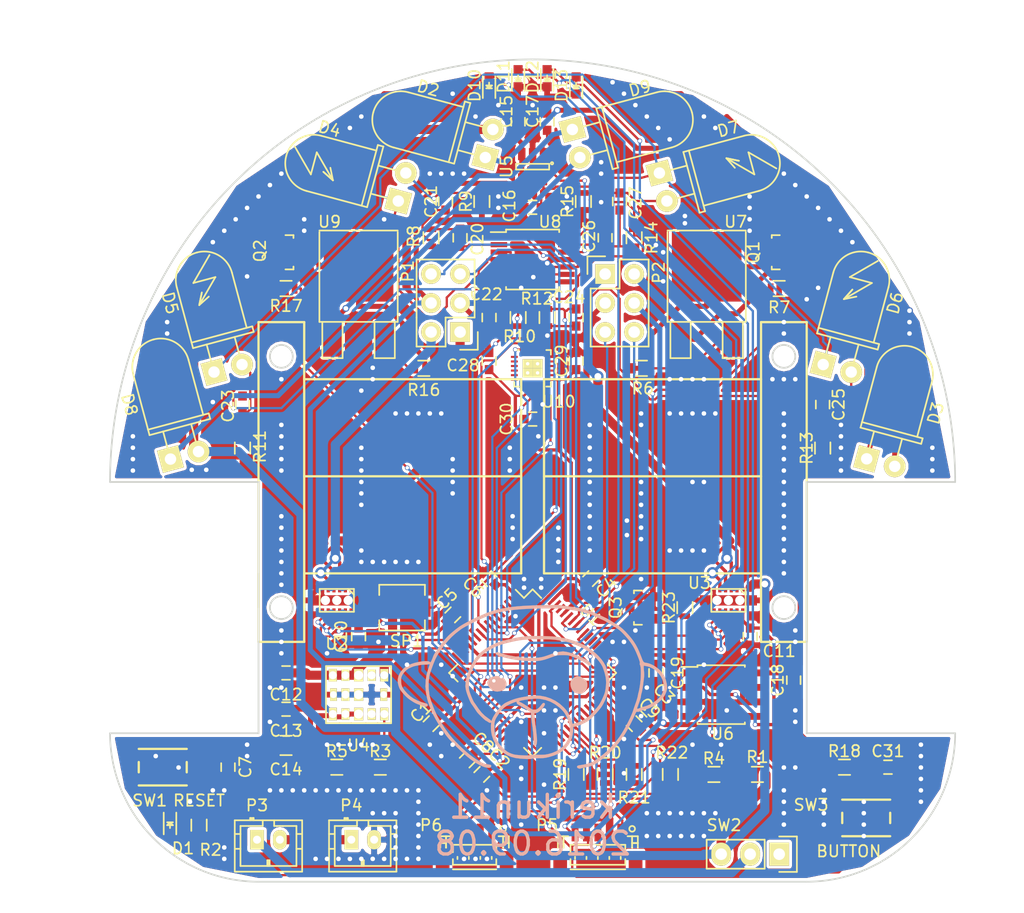
<source format=kicad_pcb>
(kicad_pcb (version 4) (host pcbnew 4.0.1-stable)
  (layers (0 F.Cu signal) (31 B.Cu signal) (34 B.Paste user) (35 F.Paste user) (36 B.SilkS user) (37 F.SilkS user) (38 B.Mask user) (39 F.Mask user) (44 Edge.Cuts user))
  (net 0 "")
  (net 1 +3V3)
  (net 2 GND)
  (net 3 RESET)
  (net 4 "Net-(C8-Pad1)")
  (net 5 "Net-(C9-Pad1)")
  (net 6 +BATT)
  (net 7 +5V)
  (net 8 +3.3VADC)
  (net 9 +1.65VA)
  (net 10 PR-RCV-SL)
  (net 11 "Net-(C20-Pad2)")
  (net 12 "Net-(C21-Pad2)")
  (net 13 PR-RCV-FL)
  (net 14 "Net-(C22-Pad2)")
  (net 15 "Net-(C23-Pad2)")
  (net 16 PR-RCV-FR)
  (net 17 "Net-(C24-Pad2)")
  (net 18 "Net-(C25-Pad2)")
  (net 19 PR-RCV-SR)
  (net 20 "Net-(C26-Pad2)")
  (net 21 "Net-(C27-Pad2)")
  (net 22 "Net-(C30-Pad1)")
  (net 23 BUTTON)
  (net 24 "Net-(D10-Pad2)")
  (net 25 "Net-(D11-Pad2)")
  (net 26 "Net-(D12-Pad2)")
  (net 27 /Motor_L/MT_OUT_1)
  (net 28 /Motor_L/MT_OUT_2)
  (net 29 EN-L-B)
  (net 30 EN-L-A)
  (net 31 /Motor_R/MT_OUT_1)
  (net 32 /Motor_R/MT_OUT_2)
  (net 33 EN-R-B)
  (net 34 EN-R-A)
  (net 35 "Net-(P3-Pad1)")
  (net 36 SWCLK)
  (net 37 SWDIO)
  (net 38 SWO)
  (net 39 UART-RX)
  (net 40 UART-TX)
  (net 41 "Net-(Q1-Pad1)")
  (net 42 "Net-(Q2-Pad1)")
  (net 43 SPEAKER)
  (net 44 "Net-(Q3-Pad3)")
  (net 45 BAT-VOL)
  (net 46 PR-LED-SL-FR)
  (net 47 PR-LED-FL_SR)
  (net 48 LED_1)
  (net 49 LED_2)
  (net 50 LED_3)
  (net 51 LED_4)
  (net 52 MT-IN-L-1)
  (net 53 MT-IN-L-2)
  (net 54 MT-IN-R-1)
  (net 55 MT-IN-R-2)
  (net 56 AXIS_~CS)
  (net 57 AXIS_SCK)
  (net 58 AXIS_MISO)
  (net 59 AXIS_MOSI)
  (net 60 AXIS_INT)
  (net 61 /IR_LED_SL_FR/IR_LED_1)
  (net 62 /IR_LED_SL_FR/IR_LED_2)
  (net 63 /IR_LED_FL_SR/IR_LED_1)
  (net 64 /IR_LED_FL_SR/IR_LED_2)
  (net 65 /IR_LED_SL_FR/IR_LED_3)
  (net 66 /IR_LED_FL_SR/IR_LED_3)
  (net 67 "Net-(D1-Pad2)")
  (net 68 "Net-(D13-Pad2)")
  (net 69 "Net-(P3-Pad2)")
  (net 70 "Net-(R3-Pad1)")
  (net 71 "Net-(R3-Pad2)")
  (net 72 "Net-(R6-Pad2)")
  (net 73 "Net-(R16-Pad2)")
  (module Connectors_JST:JST_SH_BM05B-SRSS-TB_05x1.00mm_Straight (layer F.Cu) (at 148.715 119.955 180)
    (fp_text reference P5 (at 4.445 1.905 180) (layer F.SilkS))
    (fp_text value SWD)
    (pad 1 smd rect (at -2 1.2625 180) (size 0.6 1.55) (layers F.Cu F.Paste F.Mask) (net 36 SWCLK))
    (pad 2 smd rect (at -1 1.2625 180) (size 0.6 1.55) (layers F.Cu F.Paste F.Mask) (net 2 GND))
    (pad 3 smd rect (at 0 1.2625 180) (size 0.6 1.55) (layers F.Cu F.Paste F.Mask) (net 37 SWDIO))
    (pad 4 smd rect (at 1 1.2625 180) (size 0.6 1.55) (layers F.Cu F.Paste F.Mask) (net 3 RESET))
    (pad 5 smd rect (at 2 1.2625 180) (size 0.6 1.55) (layers F.Cu F.Paste F.Mask) (net 38 SWO))
    (pad "" smd rect (at -3.3 -1.2625 180) (size 1.2 1.8) (layers F.Cu F.Paste F.Mask))
    (pad "" smd rect (at 3.3 -1.2625 180) (size 1.2 1.8) (layers F.Cu F.Paste F.Mask))
  )
  (module Capacitors_SMD:C_0603 (layer F.Cu) (at 134.11 109.16 225)
    (fp_text reference C1 (at -0.089803 1.347038 225) (layer F.SilkS))
    (fp_text value 0.1u)
    (pad 1 smd rect (at -0.75 0 225) (size 0.8 0.75) (layers F.Cu F.Paste F.Mask) (net 1 +3V3))
    (pad 2 smd rect (at 0.75 0 225) (size 0.8 0.75) (layers F.Cu F.Paste F.Mask) (net 2 GND))
  )
  (module Capacitors_SMD:C_0603 (layer F.Cu) (at 138.555 113.605 225)
    (fp_text reference C2 (at -2.065459 -0.089803 315) (layer F.SilkS))
    (fp_text value 0.1u)
    (pad 1 smd rect (at -0.75 0 225) (size 0.8 0.75) (layers F.Cu F.Paste F.Mask) (net 1 +3V3))
    (pad 2 smd rect (at 0.75 0 225) (size 0.8 0.75) (layers F.Cu F.Paste F.Mask) (net 2 GND))
  )
  (module Capacitors_SMD:C_0603 (layer F.Cu) (at 153.16 107.89 315)
    (fp_text reference C3 (at 0 -1.9 315) (layer F.SilkS))
    (fp_text value 0.1u)
    (pad 1 smd rect (at -0.75 0 315) (size 0.8 0.75) (layers F.Cu F.Paste F.Mask) (net 1 +3V3))
    (pad 2 smd rect (at 0.75 0 315) (size 0.8 0.75) (layers F.Cu F.Paste F.Mask) (net 2 GND))
  )
  (module Capacitors_SMD:C_0603 (layer F.Cu) (at 148.08 96.46 45)
    (fp_text reference C4 (at 0.449013 1.526644 45) (layer F.SilkS))
    (fp_text value 0.1u)
    (pad 1 smd rect (at -0.75 0 45) (size 0.8 0.75) (layers F.Cu F.Paste F.Mask) (net 1 +3V3))
    (pad 2 smd rect (at 0.75 0 45) (size 0.8 0.75) (layers F.Cu F.Paste F.Mask) (net 2 GND))
  )
  (module Capacitors_SMD:C_0603 (layer F.Cu) (at 136.015 99.635 45)
    (fp_text reference C5 (at 0.628618 -1.347038 45) (layer F.SilkS))
    (fp_text value 0.1u)
    (pad 1 smd rect (at -0.75 0 45) (size 0.8 0.75) (layers F.Cu F.Paste F.Mask) (net 1 +3V3))
    (pad 2 smd rect (at 0.75 0 45) (size 0.8 0.75) (layers F.Cu F.Paste F.Mask) (net 2 GND))
  )
  (module Capacitors_SMD:C_0603 (layer F.Cu) (at 139.19 96.46 135)
    (fp_text reference C6 (at 0.449013 -1.526644 135) (layer F.SilkS))
    (fp_text value 0.1u)
    (pad 1 smd rect (at -0.75 0 135) (size 0.8 0.75) (layers F.Cu F.Paste F.Mask) (net 1 +3V3))
    (pad 2 smd rect (at 0.75 0 135) (size 0.8 0.75) (layers F.Cu F.Paste F.Mask) (net 2 GND))
  )
  (module Capacitors_SMD:C_0603 (layer F.Cu) (at 116.33 112.97 270)
    (fp_text reference C7 (at 0 -1.524 270) (layer F.SilkS))
    (fp_text value 0.1u)
    (pad 1 smd rect (at -0.75 0 270) (size 0.8 0.75) (layers F.Cu F.Paste F.Mask) (net 3 RESET))
    (pad 2 smd rect (at 0.75 0 270) (size 0.8 0.75) (layers F.Cu F.Paste F.Mask) (net 2 GND))
  )
  (module Capacitors_SMD:C_0603 (layer F.Cu) (at 137.285 112.335 225)
    (fp_text reference C8 (at -2.065459 0.089803 315) (layer F.SilkS))
    (fp_text value 2.2u)
    (pad 1 smd rect (at -0.75 0 225) (size 0.8 0.75) (layers F.Cu F.Paste F.Mask) (net 4 "Net-(C8-Pad1)"))
    (pad 2 smd rect (at 0.75 0 225) (size 0.8 0.75) (layers F.Cu F.Paste F.Mask) (net 2 GND))
  )
  (module Capacitors_SMD:C_0603 (layer F.Cu) (at 151.89 109.16 315)
    (fp_text reference C9 (at 0 -1.9 315) (layer F.SilkS))
    (fp_text value 2.2u)
    (pad 1 smd rect (at -0.75 0 315) (size 0.8 0.75) (layers F.Cu F.Paste F.Mask) (net 5 "Net-(C9-Pad1)"))
    (pad 2 smd rect (at 0.75 0 315) (size 0.8 0.75) (layers F.Cu F.Paste F.Mask) (net 2 GND))
  )
  (module Capacitors_SMD:C_0603 (layer F.Cu) (at 127.76 101.54 270)
    (fp_text reference C10 (at 0 1.524 270) (layer F.SilkS))
    (fp_text value 0.1u)
    (pad 1 smd rect (at -0.75 0 270) (size 0.8 0.75) (layers F.Cu F.Paste F.Mask) (net 1 +3V3))
    (pad 2 smd rect (at 0.75 0 270) (size 0.8 0.75) (layers F.Cu F.Paste F.Mask) (net 2 GND))
  )
  (module Capacitors_SMD:C_0603 (layer F.Cu) (at 162.05 101.54 270)
    (fp_text reference C11 (at 1.27 -2.54 360) (layer F.SilkS))
    (fp_text value 0.1u)
    (pad 1 smd rect (at -0.75 0 270) (size 0.8 0.75) (layers F.Cu F.Paste F.Mask) (net 1 +3V3))
    (pad 2 smd rect (at 0.75 0 270) (size 0.8 0.75) (layers F.Cu F.Paste F.Mask) (net 2 GND))
  )
  (module Capacitors_SMD:C_0603 (layer F.Cu) (at 121.41 104.715 180)
    (fp_text reference C12 (at 0 -1.9 180) (layer F.SilkS))
    (fp_text value 0.1u)
    (pad 1 smd rect (at -0.75 0 180) (size 0.8 0.75) (layers F.Cu F.Paste F.Mask) (net 6 +BATT))
    (pad 2 smd rect (at 0.75 0 180) (size 0.8 0.75) (layers F.Cu F.Paste F.Mask) (net 2 GND))
  )
  (module Capacitors_SMD:C_0603 (layer F.Cu) (at 121.41 107.89 180)
    (fp_text reference C13 (at 0 -1.9 180) (layer F.SilkS))
    (fp_text value 0.1u)
    (pad 1 smd rect (at -0.75 0 180) (size 0.8 0.75) (layers F.Cu F.Paste F.Mask) (net 7 +5V))
    (pad 2 smd rect (at 0.75 0 180) (size 0.8 0.75) (layers F.Cu F.Paste F.Mask) (net 2 GND))
  )
  (module Capacitors_SMD:C_0805 (layer F.Cu) (at 121.41 111.065 180)
    (fp_text reference C14 (at 0 -2.1 180) (layer F.SilkS))
    (fp_text value 22u)
    (pad 1 smd rect (at -1 0 180) (size 1 1.25) (layers F.Cu F.Paste F.Mask) (net 7 +5V))
    (pad 2 smd rect (at 1 0 180) (size 1 1.25) (layers F.Cu F.Paste F.Mask) (net 2 GND))
  )
  (module Capacitors_SMD:C_0603 (layer F.Cu) (at 141.73 56.455 90)
    (fp_text reference C15 (at 0.889 -1.016 90) (layer F.SilkS))
    (fp_text value 0.1u)
    (pad 1 smd rect (at -0.75 0 90) (size 0.8 0.75) (layers F.Cu F.Paste F.Mask) (net 7 +5V))
    (pad 2 smd rect (at 0.75 0 90) (size 0.8 0.75) (layers F.Cu F.Paste F.Mask) (net 2 GND))
  )
  (module Capacitors_SMD:C_0603 (layer F.Cu) (at 143 63.948 180)
    (fp_text reference C16 (at 2.032 0.127 270) (layer F.SilkS))
    (fp_text value 10u)
    (pad 1 smd rect (at -0.75 0 180) (size 0.8 0.75) (layers F.Cu F.Paste F.Mask) (net 8 +3.3VADC))
    (pad 2 smd rect (at 0.75 0 180) (size 0.8 0.75) (layers F.Cu F.Paste F.Mask) (net 2 GND))
  )
  (module Capacitors_SMD:C_0603 (layer F.Cu) (at 144.27 56.455 90)
    (fp_text reference C17 (at 0.889 -1.27 90) (layer F.SilkS))
    (fp_text value 10u)
    (pad 1 smd rect (at -0.75 0 90) (size 0.8 0.75) (layers F.Cu F.Paste F.Mask) (net 9 +1.65VA))
    (pad 2 smd rect (at 0.75 0 90) (size 0.8 0.75) (layers F.Cu F.Paste F.Mask) (net 2 GND))
  )
  (module Capacitors_SMD:C_0603 (layer F.Cu) (at 165.86 105.35 270)
    (fp_text reference C18 (at 0 1.397 270) (layer F.SilkS))
    (fp_text value 0.1u)
    (pad 1 smd rect (at -0.75 0 270) (size 0.8 0.75) (layers F.Cu F.Paste F.Mask) (net 7 +5V))
    (pad 2 smd rect (at 0.75 0 270) (size 0.8 0.75) (layers F.Cu F.Paste F.Mask) (net 2 GND))
  )
  (module Capacitors_SMD:C_0603 (layer F.Cu) (at 153.795 104.715 270)
    (fp_text reference C19 (at 0 -1.9 270) (layer F.SilkS))
    (fp_text value 0.1u)
    (pad 1 smd rect (at -0.75 0 270) (size 0.8 0.75) (layers F.Cu F.Paste F.Mask) (net 1 +3V3))
    (pad 2 smd rect (at 0.75 0 270) (size 0.8 0.75) (layers F.Cu F.Paste F.Mask) (net 2 GND))
  )
  (module Capacitors_SMD:C_0603 (layer F.Cu) (at 136.65 66.615 270)
    (fp_text reference C20 (at 0.127 -1.524 270) (layer F.SilkS))
    (fp_text value 22p)
    (pad 1 smd rect (at -0.75 0 270) (size 0.8 0.75) (layers F.Cu F.Paste F.Mask) (net 10 PR-RCV-SL))
    (pad 2 smd rect (at 0.75 0 270) (size 0.8 0.75) (layers F.Cu F.Paste F.Mask) (net 11 "Net-(C20-Pad2)"))
  )
  (module Capacitors_SMD:C_0603 (layer F.Cu) (at 135.38 63.44 90)
    (fp_text reference C21 (at 0 -1.27 90) (layer F.SilkS))
    (fp_text value 0.01u)
    (pad 1 smd rect (at -0.75 0 90) (size 0.8 0.75) (layers F.Cu F.Paste F.Mask) (net 11 "Net-(C20-Pad2)"))
    (pad 2 smd rect (at 0.75 0 90) (size 0.8 0.75) (layers F.Cu F.Paste F.Mask) (net 12 "Net-(C21-Pad2)"))
  )
  (module Capacitors_SMD:C_0603 (layer F.Cu) (at 139.19 73.6 270)
    (fp_text reference C22 (at -2.032 0.254 360) (layer F.SilkS))
    (fp_text value 22p)
    (pad 1 smd rect (at -0.75 0 270) (size 0.8 0.75) (layers F.Cu F.Paste F.Mask) (net 13 PR-RCV-FL))
    (pad 2 smd rect (at 0.75 0 270) (size 0.8 0.75) (layers F.Cu F.Paste F.Mask) (net 14 "Net-(C22-Pad2)"))
  )
  (module Capacitors_SMD:C_0603 (layer F.Cu) (at 117.6 81.22 270)
    (fp_text reference C23 (at 0.127 1.27 270) (layer F.SilkS))
    (fp_text value 0.01u)
    (pad 1 smd rect (at -0.75 0 270) (size 0.8 0.75) (layers F.Cu F.Paste F.Mask) (net 14 "Net-(C22-Pad2)"))
    (pad 2 smd rect (at 0.75 0 270) (size 0.8 0.75) (layers F.Cu F.Paste F.Mask) (net 15 "Net-(C23-Pad2)"))
  )
  (module Capacitors_SMD:C_0603 (layer F.Cu) (at 146.81 73.6 270)
    (fp_text reference C24 (at -1.778 0.635 360) (layer F.SilkS))
    (fp_text value 22p)
    (pad 1 smd rect (at -0.75 0 270) (size 0.8 0.75) (layers F.Cu F.Paste F.Mask) (net 16 PR-RCV-FR))
    (pad 2 smd rect (at 0.75 0 270) (size 0.8 0.75) (layers F.Cu F.Paste F.Mask) (net 17 "Net-(C24-Pad2)"))
  )
  (module Capacitors_SMD:C_0603 (layer F.Cu) (at 168.4 81.22 270)
    (fp_text reference C25 (at 0 -1.397 270) (layer F.SilkS))
    (fp_text value 0.01u)
    (pad 1 smd rect (at -0.75 0 270) (size 0.8 0.75) (layers F.Cu F.Paste F.Mask) (net 17 "Net-(C24-Pad2)"))
    (pad 2 smd rect (at 0.75 0 270) (size 0.8 0.75) (layers F.Cu F.Paste F.Mask) (net 18 "Net-(C25-Pad2)"))
  )
  (module Capacitors_SMD:C_0603 (layer F.Cu) (at 149.35 66.615 270)
    (fp_text reference C26 (at -0.127 1.397 270) (layer F.SilkS))
    (fp_text value 22p)
    (pad 1 smd rect (at -0.75 0 270) (size 0.8 0.75) (layers F.Cu F.Paste F.Mask) (net 19 PR-RCV-SR))
    (pad 2 smd rect (at 0.75 0 270) (size 0.8 0.75) (layers F.Cu F.Paste F.Mask) (net 20 "Net-(C26-Pad2)"))
  )
  (module Capacitors_SMD:C_0603 (layer F.Cu) (at 150.62 63.44 90)
    (fp_text reference C27 (at -0.127 1.397 90) (layer F.SilkS))
    (fp_text value 0.01u)
    (pad 1 smd rect (at -0.75 0 90) (size 0.8 0.75) (layers F.Cu F.Paste F.Mask) (net 20 "Net-(C26-Pad2)"))
    (pad 2 smd rect (at 0.75 0 90) (size 0.8 0.75) (layers F.Cu F.Paste F.Mask) (net 21 "Net-(C27-Pad2)"))
  )
  (module Capacitors_SMD:C_0603 (layer F.Cu) (at 139.19 77.41 90)
    (fp_text reference C28 (at -0.381 -2.286 180) (layer F.SilkS))
    (fp_text value 0.01u)
    (pad 1 smd rect (at -0.75 0 90) (size 0.8 0.75) (layers F.Cu F.Paste F.Mask) (net 1 +3V3))
    (pad 2 smd rect (at 0.75 0 90) (size 0.8 0.75) (layers F.Cu F.Paste F.Mask) (net 2 GND))
  )
  (module Capacitors_SMD:C_0603 (layer F.Cu) (at 146.81 77.41 270)
    (fp_text reference C29 (at 0 1.27 270) (layer F.SilkS))
    (fp_text value 0.1u)
    (pad 1 smd rect (at -0.75 0 270) (size 0.8 0.75) (layers F.Cu F.Paste F.Mask) (net 2 GND))
    (pad 2 smd rect (at 0.75 0 270) (size 0.8 0.75) (layers F.Cu F.Paste F.Mask) (net 1 +3V3))
  )
  (module Capacitors_SMD:C_0603 (layer F.Cu) (at 143 82.49)
    (fp_text reference C30 (at -2.286 0 90) (layer F.SilkS))
    (fp_text value 0.1u)
    (pad 1 smd rect (at -0.75 0) (size 0.8 0.75) (layers F.Cu F.Paste F.Mask) (net 22 "Net-(C30-Pad1)"))
    (pad 2 smd rect (at 0.75 0) (size 0.8 0.75) (layers F.Cu F.Paste F.Mask) (net 2 GND))
  )
  (module Capacitors_SMD:C_0603 (layer F.Cu) (at 174.115 112.97)
    (fp_text reference C31 (at 0 -1.397) (layer F.SilkS))
    (fp_text value 0.1u)
    (pad 1 smd rect (at -0.75 0) (size 0.8 0.75) (layers F.Cu F.Paste F.Mask) (net 23 BUTTON))
    (pad 2 smd rect (at 0.75 0) (size 0.8 0.75) (layers F.Cu F.Paste F.Mask) (net 2 GND))
  )
  (module LEDs:LED_0603 (layer F.Cu) (at 139.19 53.28 90)
    (fp_text reference D10 (at 0 -1.27 270) (layer F.SilkS))
    (fp_text value LED)
    (pad 2 smd rect (at 0.7493 0 270) (size 0.79756 0.79756) (layers F.Cu F.Paste F.Mask) (net 24 "Net-(D10-Pad2)"))
    (pad 1 smd rect (at -0.7493 0 270) (size 0.79756 0.79756) (layers F.Cu F.Paste F.Mask) (net 2 GND))
  )
  (module LEDs:LED_0603 (layer F.Cu) (at 141.73 52.645 90)
    (fp_text reference D11 (at 0.127 -1.27 90) (layer F.SilkS))
    (fp_text value LED)
    (pad 2 smd rect (at 0.7493 0 270) (size 0.79756 0.79756) (layers F.Cu F.Paste F.Mask) (net 25 "Net-(D11-Pad2)"))
    (pad 1 smd rect (at -0.7493 0 270) (size 0.79756 0.79756) (layers F.Cu F.Paste F.Mask) (net 2 GND))
  )
  (module LEDs:LED_0603 (layer F.Cu) (at 144.27 52.645 90)
    (fp_text reference D12 (at 0.127 -1.27 270) (layer F.SilkS))
    (fp_text value LED)
    (pad 2 smd rect (at 0.7493 0 270) (size 0.79756 0.79756) (layers F.Cu F.Paste F.Mask) (net 26 "Net-(D12-Pad2)"))
    (pad 1 smd rect (at -0.7493 0 270) (size 0.79756 0.79756) (layers F.Cu F.Paste F.Mask) (net 2 GND))
  )
  (module LEDs:LED_0603 (layer F.Cu) (at 146.81 53.28 90)
    (fp_text reference D13 (at 0 -1.27 270) (layer F.SilkS))
    (fp_text value LED)
    (pad 2 smd rect (at 0.7493 0 270) (size 0.79756 0.79756) (layers F.Cu F.Paste F.Mask) (net 68 "Net-(D13-Pad2)"))
    (pad 1 smd rect (at -0.7493 0 270) (size 0.79756 0.79756) (layers F.Cu F.Paste F.Mask) (net 2 GND))
  )
  (module Pin_Headers:Pin_Header_Straight_2x03 (layer F.Cu) (at 136.65 74.87 180)
    (fp_text reference P1 (at 4.572 5.334 270) (layer F.SilkS))
    (fp_text value MT-ENC)
    (pad 1 thru_hole rect (at 0 0 180) (size 1.7272 1.7272) (drill 1.016) (layers *.Cu *.Mask F.SilkS) (net 27 /Motor_L/MT_OUT_1))
    (pad 2 thru_hole oval (at 2.54 0 180) (size 1.7272 1.7272) (drill 1.016) (layers *.Cu *.Mask F.SilkS) (net 28 /Motor_L/MT_OUT_2))
    (pad 3 thru_hole oval (at 0 2.54 180) (size 1.7272 1.7272) (drill 1.016) (layers *.Cu *.Mask F.SilkS) (net 2 GND))
    (pad 4 thru_hole oval (at 2.54 2.54 180) (size 1.7272 1.7272) (drill 1.016) (layers *.Cu *.Mask F.SilkS) (net 7 +5V))
    (pad 5 thru_hole oval (at 0 5.08 180) (size 1.7272 1.7272) (drill 1.016) (layers *.Cu *.Mask F.SilkS) (net 29 EN-L-B))
    (pad 6 thru_hole oval (at 2.54 5.08 180) (size 1.7272 1.7272) (drill 1.016) (layers *.Cu *.Mask F.SilkS) (net 30 EN-L-A))
  )
  (module Pin_Headers:Pin_Header_Straight_2x03 (layer F.Cu) (at 149.35 69.79)
    (fp_text reference P2 (at 4.699 -0.127 90) (layer F.SilkS))
    (fp_text value MT-ENC)
    (pad 1 thru_hole rect (at 0 0) (size 1.7272 1.7272) (drill 1.016) (layers *.Cu *.Mask F.SilkS) (net 31 /Motor_R/MT_OUT_1))
    (pad 2 thru_hole oval (at 2.54 0) (size 1.7272 1.7272) (drill 1.016) (layers *.Cu *.Mask F.SilkS) (net 32 /Motor_R/MT_OUT_2))
    (pad 3 thru_hole oval (at 0 2.54) (size 1.7272 1.7272) (drill 1.016) (layers *.Cu *.Mask F.SilkS) (net 2 GND))
    (pad 4 thru_hole oval (at 2.54 2.54) (size 1.7272 1.7272) (drill 1.016) (layers *.Cu *.Mask F.SilkS) (net 7 +5V))
    (pad 5 thru_hole oval (at 0 5.08) (size 1.7272 1.7272) (drill 1.016) (layers *.Cu *.Mask F.SilkS) (net 33 EN-R-B))
    (pad 6 thru_hole oval (at 2.54 5.08) (size 1.7272 1.7272) (drill 1.016) (layers *.Cu *.Mask F.SilkS) (net 34 EN-R-A))
  )
  (module TO_SOT_Packages_SMD:SOT-23 (layer F.Cu) (at 164.59 67.885 90)
    (fp_text reference Q1 (at 0 -2.25 90) (layer F.SilkS))
    (fp_text value IRFML8244)
    (pad 1 smd rect (at -0.95 1.00076 90) (size 0.8001 0.8001) (layers F.Cu F.Paste F.Mask) (net 41 "Net-(Q1-Pad1)"))
    (pad 2 smd rect (at 0.95 1.00076 90) (size 0.8001 0.8001) (layers F.Cu F.Paste F.Mask) (net 2 GND))
    (pad 3 smd rect (at 0 -0.99822 90) (size 0.8001 0.8001) (layers F.Cu F.Paste F.Mask) (net 65 /IR_LED_SL_FR/IR_LED_3))
  )
  (module TO_SOT_Packages_SMD:SOT-23 (layer F.Cu) (at 121.41 67.885 270)
    (fp_text reference Q2 (at -0.127 2.286 270) (layer F.SilkS))
    (fp_text value IRFML8244)
    (pad 1 smd rect (at -0.95 1.00076 270) (size 0.8001 0.8001) (layers F.Cu F.Paste F.Mask) (net 42 "Net-(Q2-Pad1)"))
    (pad 2 smd rect (at 0.95 1.00076 270) (size 0.8001 0.8001) (layers F.Cu F.Paste F.Mask) (net 2 GND))
    (pad 3 smd rect (at 0 -0.99822 270) (size 0.8001 0.8001) (layers F.Cu F.Paste F.Mask) (net 66 /IR_LED_FL_SR/IR_LED_3))
  )
  (module TO_SOT_Packages_SMD:SOT-23 (layer F.Cu) (at 152.525 99 90)
    (fp_text reference Q3 (at 0 -2.25 90) (layer F.SilkS))
    (fp_text value BSS138)
    (pad 1 smd rect (at -0.95 1.00076 90) (size 0.8001 0.8001) (layers F.Cu F.Paste F.Mask) (net 43 SPEAKER))
    (pad 2 smd rect (at 0.95 1.00076 90) (size 0.8001 0.8001) (layers F.Cu F.Paste F.Mask) (net 2 GND))
    (pad 3 smd rect (at 0 -0.99822 90) (size 0.8001 0.8001) (layers F.Cu F.Paste F.Mask) (net 44 "Net-(Q3-Pad3)"))
  )
  (module Resistors_SMD:R_0603 (layer F.Cu) (at 162.685 113.605 180)
    (fp_text reference R1 (at 0 1.524 180) (layer F.SilkS))
    (fp_text value 20k)
    (pad 1 smd rect (at -0.75 0 180) (size 0.5 0.9) (layers F.Cu F.Paste F.Mask) (net 6 +BATT))
    (pad 2 smd rect (at 0.75 0 180) (size 0.5 0.9) (layers F.Cu F.Paste F.Mask) (net 45 BAT-VOL))
  )
  (module Resistors_SMD:R_0603 (layer F.Cu) (at 129.665 112.97)
    (fp_text reference R3 (at 0 -1.397) (layer F.SilkS))
    (fp_text value 68)
    (pad 1 smd rect (at -0.75 0) (size 0.5 0.9) (layers F.Cu F.Paste F.Mask) (net 70 "Net-(R3-Pad1)"))
    (pad 2 smd rect (at 0.75 0) (size 0.5 0.9) (layers F.Cu F.Paste F.Mask) (net 71 "Net-(R3-Pad2)"))
  )
  (module Resistors_SMD:R_0603 (layer F.Cu) (at 158.875 113.605 180)
    (fp_text reference R4 (at 0 1.397 180) (layer F.SilkS))
    (fp_text value 10k)
    (pad 1 smd rect (at -0.75 0 180) (size 0.5 0.9) (layers F.Cu F.Paste F.Mask) (net 45 BAT-VOL))
    (pad 2 smd rect (at 0.75 0 180) (size 0.5 0.9) (layers F.Cu F.Paste F.Mask) (net 2 GND))
  )
  (module Resistors_SMD:R_0603 (layer F.Cu) (at 125.855 112.97 180)
    (fp_text reference R5 (at 0 1.397 180) (layer F.SilkS))
    (fp_text value 68)
    (pad 1 smd rect (at -0.75 0 180) (size 0.5 0.9) (layers F.Cu F.Paste F.Mask) (net 70 "Net-(R3-Pad1)"))
    (pad 2 smd rect (at 0.75 0 180) (size 0.5 0.9) (layers F.Cu F.Paste F.Mask) (net 2 GND))
  )
  (module Resistors_SMD:R_0603 (layer F.Cu) (at 152.525 78.045)
    (fp_text reference R6 (at 0.127 1.778) (layer F.SilkS))
    (fp_text value 100)
    (pad 1 smd rect (at -0.75 0) (size 0.5 0.9) (layers F.Cu F.Paste F.Mask) (net 65 /IR_LED_SL_FR/IR_LED_3))
    (pad 2 smd rect (at 0.75 0) (size 0.5 0.9) (layers F.Cu F.Paste F.Mask) (net 72 "Net-(R6-Pad2)"))
  )
  (module Resistors_SMD:R_0603 (layer F.Cu) (at 164.59 71.06 180)
    (fp_text reference R7 (at 0 -1.651 180) (layer F.SilkS))
    (fp_text value 10)
    (pad 1 smd rect (at -0.75 0 180) (size 0.5 0.9) (layers F.Cu F.Paste F.Mask) (net 41 "Net-(Q1-Pad1)"))
    (pad 2 smd rect (at 0.75 0 180) (size 0.5 0.9) (layers F.Cu F.Paste F.Mask) (net 46 PR-LED-SL-FR))
  )
  (module Resistors_SMD:R_0603 (layer F.Cu) (at 134.11 66.615 270)
    (fp_text reference R8 (at -0.127 1.524 270) (layer F.SilkS))
    (fp_text value 220k)
    (pad 1 smd rect (at -0.75 0 270) (size 0.5 0.9) (layers F.Cu F.Paste F.Mask) (net 10 PR-RCV-SL))
    (pad 2 smd rect (at 0.75 0 270) (size 0.5 0.9) (layers F.Cu F.Paste F.Mask) (net 11 "Net-(C20-Pad2)"))
  )
  (module Resistors_SMD:R_0603 (layer F.Cu) (at 138.555 63.44 270)
    (fp_text reference R9 (at 0 1.397 270) (layer F.SilkS))
    (fp_text value 100k)
    (pad 1 smd rect (at -0.75 0 270) (size 0.5 0.9) (layers F.Cu F.Paste F.Mask) (net 12 "Net-(C21-Pad2)"))
    (pad 2 smd rect (at 0.75 0 270) (size 0.5 0.9) (layers F.Cu F.Paste F.Mask) (net 2 GND))
  )
  (module Resistors_SMD:R_0603 (layer F.Cu) (at 141.73 73.6 270)
    (fp_text reference R10 (at 1.651 -0.127 360) (layer F.SilkS))
    (fp_text value 220k)
    (pad 1 smd rect (at -0.75 0 270) (size 0.5 0.9) (layers F.Cu F.Paste F.Mask) (net 13 PR-RCV-FL))
    (pad 2 smd rect (at 0.75 0 270) (size 0.5 0.9) (layers F.Cu F.Paste F.Mask) (net 14 "Net-(C22-Pad2)"))
  )
  (module Resistors_SMD:R_0603 (layer F.Cu) (at 117.6 85.03 270)
    (fp_text reference R11 (at -0.127 -1.524 270) (layer F.SilkS))
    (fp_text value 100k)
    (pad 1 smd rect (at -0.75 0 270) (size 0.5 0.9) (layers F.Cu F.Paste F.Mask) (net 15 "Net-(C23-Pad2)"))
    (pad 2 smd rect (at 0.75 0 270) (size 0.5 0.9) (layers F.Cu F.Paste F.Mask) (net 2 GND))
  )
  (module Resistors_SMD:R_0603 (layer F.Cu) (at 144.27 73.6 270)
    (fp_text reference R12 (at -1.651 0.889 360) (layer F.SilkS))
    (fp_text value 220k)
    (pad 1 smd rect (at -0.75 0 270) (size 0.5 0.9) (layers F.Cu F.Paste F.Mask) (net 16 PR-RCV-FR))
    (pad 2 smd rect (at 0.75 0 270) (size 0.5 0.9) (layers F.Cu F.Paste F.Mask) (net 17 "Net-(C24-Pad2)"))
  )
  (module Resistors_SMD:R_0603 (layer F.Cu) (at 168.4 85.03 270)
    (fp_text reference R13 (at 0 1.397 270) (layer F.SilkS))
    (fp_text value 100k)
    (pad 1 smd rect (at -0.75 0 270) (size 0.5 0.9) (layers F.Cu F.Paste F.Mask) (net 18 "Net-(C25-Pad2)"))
    (pad 2 smd rect (at 0.75 0 270) (size 0.5 0.9) (layers F.Cu F.Paste F.Mask) (net 2 GND))
  )
  (module Resistors_SMD:R_0603 (layer F.Cu) (at 151.89 66.615 270)
    (fp_text reference R14 (at 0 -1.524 270) (layer F.SilkS))
    (fp_text value 220k)
    (pad 1 smd rect (at -0.75 0 270) (size 0.5 0.9) (layers F.Cu F.Paste F.Mask) (net 19 PR-RCV-SR))
    (pad 2 smd rect (at 0.75 0 270) (size 0.5 0.9) (layers F.Cu F.Paste F.Mask) (net 20 "Net-(C26-Pad2)"))
  )
  (module Resistors_SMD:R_0603 (layer F.Cu) (at 147.445 63.44 270)
    (fp_text reference R15 (at 0 1.397 270) (layer F.SilkS))
    (fp_text value 100k)
    (pad 1 smd rect (at -0.75 0 270) (size 0.5 0.9) (layers F.Cu F.Paste F.Mask) (net 21 "Net-(C27-Pad2)"))
    (pad 2 smd rect (at 0.75 0 270) (size 0.5 0.9) (layers F.Cu F.Paste F.Mask) (net 2 GND))
  )
  (module Resistors_SMD:R_0603 (layer F.Cu) (at 133.475 78.045 180)
    (fp_text reference R16 (at 0 -1.9 180) (layer F.SilkS))
    (fp_text value 100)
    (pad 1 smd rect (at -0.75 0 180) (size 0.5 0.9) (layers F.Cu F.Paste F.Mask) (net 66 /IR_LED_FL_SR/IR_LED_3))
    (pad 2 smd rect (at 0.75 0 180) (size 0.5 0.9) (layers F.Cu F.Paste F.Mask) (net 73 "Net-(R16-Pad2)"))
  )
  (module Resistors_SMD:R_0603 (layer F.Cu) (at 121.41 71.06)
    (fp_text reference R17 (at 0 1.524) (layer F.SilkS))
    (fp_text value 10)
    (pad 1 smd rect (at -0.75 0) (size 0.5 0.9) (layers F.Cu F.Paste F.Mask) (net 42 "Net-(Q2-Pad1)"))
    (pad 2 smd rect (at 0.75 0) (size 0.5 0.9) (layers F.Cu F.Paste F.Mask) (net 47 PR-LED-FL_SR))
  )
  (module Resistors_SMD:R_0603 (layer F.Cu) (at 170.305 112.97)
    (fp_text reference R18 (at 0 -1.397) (layer F.SilkS))
    (fp_text value 10k)
    (pad 1 smd rect (at -0.75 0) (size 0.5 0.9) (layers F.Cu F.Paste F.Mask) (net 1 +3V3))
    (pad 2 smd rect (at 0.75 0) (size 0.5 0.9) (layers F.Cu F.Paste F.Mask) (net 23 BUTTON))
  )
  (module Resistors_SMD:R_0603 (layer F.Cu) (at 146.81 113.605 270)
    (fp_text reference R19 (at 0 1.397 270) (layer F.SilkS))
    (fp_text value 1k)
    (pad 1 smd rect (at -0.75 0 270) (size 0.5 0.9) (layers F.Cu F.Paste F.Mask) (net 48 LED_1))
    (pad 2 smd rect (at 0.75 0 270) (size 0.5 0.9) (layers F.Cu F.Paste F.Mask) (net 24 "Net-(D10-Pad2)"))
  )
  (module Resistors_SMD:R_0603 (layer F.Cu) (at 149.35 113.605 270)
    (fp_text reference R20 (at -1.905 0 360) (layer F.SilkS))
    (fp_text value 1k)
    (pad 1 smd rect (at -0.75 0 270) (size 0.5 0.9) (layers F.Cu F.Paste F.Mask) (net 49 LED_2))
    (pad 2 smd rect (at 0.75 0 270) (size 0.5 0.9) (layers F.Cu F.Paste F.Mask) (net 25 "Net-(D11-Pad2)"))
  )
  (module Resistors_SMD:R_0603 (layer F.Cu) (at 151.89 113.605 270)
    (fp_text reference R21 (at 2.032 0 360) (layer F.SilkS))
    (fp_text value 1k)
    (pad 1 smd rect (at -0.75 0 270) (size 0.5 0.9) (layers F.Cu F.Paste F.Mask) (net 50 LED_3))
    (pad 2 smd rect (at 0.75 0 270) (size 0.5 0.9) (layers F.Cu F.Paste F.Mask) (net 26 "Net-(D12-Pad2)"))
  )
  (module Resistors_SMD:R_0603 (layer F.Cu) (at 155.065 113.605 270)
    (fp_text reference R22 (at -1.905 -0.127 360) (layer F.SilkS))
    (fp_text value 1k)
    (pad 1 smd rect (at -0.75 0 270) (size 0.5 0.9) (layers F.Cu F.Paste F.Mask) (net 51 LED_4))
    (pad 2 smd rect (at 0.75 0 270) (size 0.5 0.9) (layers F.Cu F.Paste F.Mask) (net 68 "Net-(D13-Pad2)"))
  )
  (module Resistors_SMD:R_0603 (layer F.Cu) (at 156.335 99 90)
    (fp_text reference R23 (at 0 -1.397 90) (layer F.SilkS))
    (fp_text value 4.7k)
    (pad 1 smd rect (at -0.75 0 90) (size 0.5 0.9) (layers F.Cu F.Paste F.Mask) (net 43 SPEAKER))
    (pad 2 smd rect (at 0.75 0 90) (size 0.5 0.9) (layers F.Cu F.Paste F.Mask) (net 2 GND))
  )
  (module kerikun11:SMT-0440-S-R (layer F.Cu) (at 131.57 99)
    (fp_text reference SP1 (at 0.381 2.921) (layer F.SilkS))
    (fp_text value SMT-0440 hide)
    (pad 1 smd rect (at -2 0) (size 1 1.6) (layers F.Cu F.Paste F.Mask) (net 1 +3V3))
    (pad 2 smd rect (at 2 0) (size 1 1.6) (layers F.Cu F.Paste F.Mask) (net 44 "Net-(Q3-Pad3)"))
  )
  (module module:SKRPACE010 (layer F.Cu) (at 110.615 112.97)
    (fp_text reference SW1 (at -1.143 2.921 180) (layer F.SilkS))
    (fp_text value RESET (at 3.175 2.921) (layer F.SilkS))
    (pad 1 smd rect (at -2.075 -1.075) (size 1.05 0.65) (layers F.Cu F.Paste F.Mask))
    (pad 2 smd rect (at 2.075 -1.075) (size 1.05 0.65) (layers F.Cu F.Paste F.Mask) (net 3 RESET))
    (pad 3 smd rect (at -2.075 1.075) (size 1.05 0.65) (layers F.Cu F.Paste F.Mask))
    (pad 4 smd rect (at 2.075 1.075) (size 1.05 0.65) (layers F.Cu F.Paste F.Mask) (net 2 GND))
  )
  (module Pin_Headers:Pin_Header_Straight_1x03 (layer F.Cu) (at 164.59 120.59 270)
    (fp_text reference SW2 (at -2.54 4.826 360) (layer F.SilkS))
    (fp_text value Power)
    (pad 1 thru_hole rect (at 0 0 270) (size 2.032 1.7272) (drill 1.016) (layers *.Cu *.Mask F.SilkS))
    (pad 2 thru_hole oval (at 0 2.54 270) (size 2.032 1.7272) (drill 1.016) (layers *.Cu *.Mask F.SilkS) (net 35 "Net-(P3-Pad1)"))
    (pad 3 thru_hole oval (at 0 5.08 270) (size 2.032 1.7272) (drill 1.016) (layers *.Cu *.Mask F.SilkS) (net 6 +BATT))
  )
  (module module:SKRPACE010 (layer F.Cu) (at 172.21 117.415)
    (fp_text reference SW3 (at -4.826 -1.143) (layer F.SilkS))
    (fp_text value BUTTON (at -1.524 2.921) (layer F.SilkS))
    (pad 1 smd rect (at -2.075 -1.075) (size 1.05 0.65) (layers F.Cu F.Paste F.Mask))
    (pad 2 smd rect (at 2.075 -1.075) (size 1.05 0.65) (layers F.Cu F.Paste F.Mask) (net 23 BUTTON))
    (pad 3 smd rect (at -2.075 1.075) (size 1.05 0.65) (layers F.Cu F.Paste F.Mask))
    (pad 4 smd rect (at 2.075 1.075) (size 1.05 0.65) (layers F.Cu F.Paste F.Mask) (net 2 GND))
  )
  (module Housings_QFP:LQFP-64_10x10mm_Pitch0.5mm (layer F.Cu) (at 143 104.715 315)
    (fp_text reference U1 (at 0 -7.2 315) (layer F.SilkS))
    (fp_text value STM32F405RGTx)
    (pad 1 smd rect (at -5.7 -3.75 315) (size 1 0.25) (layers F.Cu F.Paste F.Mask) (net 1 +3V3))
    (pad 2 smd rect (at -5.7 -3.25 315) (size 1 0.25) (layers F.Cu F.Paste F.Mask))
    (pad 3 smd rect (at -5.7 -2.75 315) (size 1 0.25) (layers F.Cu F.Paste F.Mask))
    (pad 4 smd rect (at -5.7 -2.25 315) (size 1 0.25) (layers F.Cu F.Paste F.Mask))
    (pad 5 smd rect (at -5.7 -1.75 315) (size 1 0.25) (layers F.Cu F.Paste F.Mask))
    (pad 6 smd rect (at -5.7 -1.25 315) (size 1 0.25) (layers F.Cu F.Paste F.Mask))
    (pad 7 smd rect (at -5.7 -0.75 315) (size 1 0.25) (layers F.Cu F.Paste F.Mask) (net 3 RESET))
    (pad 8 smd rect (at -5.7 -0.25 315) (size 1 0.25) (layers F.Cu F.Paste F.Mask) (net 10 PR-RCV-SL))
    (pad 9 smd rect (at -5.7 0.25 315) (size 1 0.25) (layers F.Cu F.Paste F.Mask) (net 13 PR-RCV-FL))
    (pad 10 smd rect (at -5.7 0.75 315) (size 1 0.25) (layers F.Cu F.Paste F.Mask) (net 16 PR-RCV-FR))
    (pad 11 smd rect (at -5.7 1.25 315) (size 1 0.25) (layers F.Cu F.Paste F.Mask) (net 19 PR-RCV-SR))
    (pad 12 smd rect (at -5.7 1.75 315) (size 1 0.25) (layers F.Cu F.Paste F.Mask) (net 2 GND))
    (pad 13 smd rect (at -5.7 2.25 315) (size 1 0.25) (layers F.Cu F.Paste F.Mask) (net 1 +3V3))
    (pad 14 smd rect (at -5.7 2.75 315) (size 1 0.25) (layers F.Cu F.Paste F.Mask) (net 52 MT-IN-L-1))
    (pad 15 smd rect (at -5.7 3.25 315) (size 1 0.25) (layers F.Cu F.Paste F.Mask) (net 53 MT-IN-L-2))
    (pad 16 smd rect (at -5.7 3.75 315) (size 1 0.25) (layers F.Cu F.Paste F.Mask) (net 54 MT-IN-R-1))
    (pad 17 smd rect (at -3.75 5.7 45) (size 1 0.25) (layers F.Cu F.Paste F.Mask) (net 55 MT-IN-R-2))
    (pad 18 smd rect (at -3.25 5.7 45) (size 1 0.25) (layers F.Cu F.Paste F.Mask) (net 2 GND))
    (pad 19 smd rect (at -2.75 5.7 45) (size 1 0.25) (layers F.Cu F.Paste F.Mask) (net 1 +3V3))
    (pad 20 smd rect (at -2.25 5.7 45) (size 1 0.25) (layers F.Cu F.Paste F.Mask) (net 56 AXIS_~CS))
    (pad 21 smd rect (at -1.75 5.7 45) (size 1 0.25) (layers F.Cu F.Paste F.Mask) (net 57 AXIS_SCK))
    (pad 22 smd rect (at -1.25 5.7 45) (size 1 0.25) (layers F.Cu F.Paste F.Mask) (net 58 AXIS_MISO))
    (pad 23 smd rect (at -0.75 5.7 45) (size 1 0.25) (layers F.Cu F.Paste F.Mask) (net 59 AXIS_MOSI))
    (pad 24 smd rect (at -0.25 5.7 45) (size 1 0.25) (layers F.Cu F.Paste F.Mask) (net 60 AXIS_INT))
    (pad 25 smd rect (at 0.25 5.7 45) (size 1 0.25) (layers F.Cu F.Paste F.Mask) (net 48 LED_1))
    (pad 26 smd rect (at 0.75 5.7 45) (size 1 0.25) (layers F.Cu F.Paste F.Mask) (net 23 BUTTON))
    (pad 27 smd rect (at 1.25 5.7 45) (size 1 0.25) (layers F.Cu F.Paste F.Mask) (net 45 BAT-VOL))
    (pad 28 smd rect (at 1.75 5.7 45) (size 1 0.25) (layers F.Cu F.Paste F.Mask))
    (pad 29 smd rect (at 2.25 5.7 45) (size 1 0.25) (layers F.Cu F.Paste F.Mask))
    (pad 30 smd rect (at 2.75 5.7 45) (size 1 0.25) (layers F.Cu F.Paste F.Mask))
    (pad 31 smd rect (at 3.25 5.7 45) (size 1 0.25) (layers F.Cu F.Paste F.Mask) (net 4 "Net-(C8-Pad1)"))
    (pad 32 smd rect (at 3.75 5.7 45) (size 1 0.25) (layers F.Cu F.Paste F.Mask) (net 1 +3V3))
    (pad 33 smd rect (at 5.7 3.75 315) (size 1 0.25) (layers F.Cu F.Paste F.Mask))
    (pad 34 smd rect (at 5.7 3.25 315) (size 1 0.25) (layers F.Cu F.Paste F.Mask))
    (pad 35 smd rect (at 5.7 2.75 315) (size 1 0.25) (layers F.Cu F.Paste F.Mask) (net 46 PR-LED-SL-FR))
    (pad 36 smd rect (at 5.7 2.25 315) (size 1 0.25) (layers F.Cu F.Paste F.Mask) (net 47 PR-LED-FL_SR))
    (pad 37 smd rect (at 5.7 1.75 315) (size 1 0.25) (layers F.Cu F.Paste F.Mask) (net 49 LED_2))
    (pad 38 smd rect (at 5.7 1.25 315) (size 1 0.25) (layers F.Cu F.Paste F.Mask) (net 50 LED_3))
    (pad 39 smd rect (at 5.7 0.75 315) (size 1 0.25) (layers F.Cu F.Paste F.Mask) (net 51 LED_4))
    (pad 40 smd rect (at 5.7 0.25 315) (size 1 0.25) (layers F.Cu F.Paste F.Mask))
    (pad 41 smd rect (at 5.7 -0.25 315) (size 1 0.25) (layers F.Cu F.Paste F.Mask))
    (pad 42 smd rect (at 5.7 -0.75 315) (size 1 0.25) (layers F.Cu F.Paste F.Mask) (net 40 UART-TX))
    (pad 43 smd rect (at 5.7 -1.25 315) (size 1 0.25) (layers F.Cu F.Paste F.Mask) (net 39 UART-RX))
    (pad 44 smd rect (at 5.7 -1.75 315) (size 1 0.25) (layers F.Cu F.Paste F.Mask))
    (pad 45 smd rect (at 5.7 -2.25 315) (size 1 0.25) (layers F.Cu F.Paste F.Mask))
    (pad 46 smd rect (at 5.7 -2.75 315) (size 1 0.25) (layers F.Cu F.Paste F.Mask) (net 37 SWDIO))
    (pad 47 smd rect (at 5.7 -3.25 315) (size 1 0.25) (layers F.Cu F.Paste F.Mask) (net 5 "Net-(C9-Pad1)"))
    (pad 48 smd rect (at 5.7 -3.75 315) (size 1 0.25) (layers F.Cu F.Paste F.Mask) (net 1 +3V3))
    (pad 49 smd rect (at 3.75 -5.7 45) (size 1 0.25) (layers F.Cu F.Paste F.Mask) (net 36 SWCLK))
    (pad 50 smd rect (at 3.25 -5.7 45) (size 1 0.25) (layers F.Cu F.Paste F.Mask))
    (pad 51 smd rect (at 2.75 -5.7 45) (size 1 0.25) (layers F.Cu F.Paste F.Mask))
    (pad 52 smd rect (at 2.25 -5.7 45) (size 1 0.25) (layers F.Cu F.Paste F.Mask))
    (pad 53 smd rect (at 1.75 -5.7 45) (size 1 0.25) (layers F.Cu F.Paste F.Mask))
    (pad 54 smd rect (at 1.25 -5.7 45) (size 1 0.25) (layers F.Cu F.Paste F.Mask))
    (pad 55 smd rect (at 0.75 -5.7 45) (size 1 0.25) (layers F.Cu F.Paste F.Mask) (net 38 SWO))
    (pad 56 smd rect (at 0.25 -5.7 45) (size 1 0.25) (layers F.Cu F.Paste F.Mask) (net 30 EN-L-A))
    (pad 57 smd rect (at -0.25 -5.7 45) (size 1 0.25) (layers F.Cu F.Paste F.Mask) (net 29 EN-L-B))
    (pad 58 smd rect (at -0.75 -5.7 45) (size 1 0.25) (layers F.Cu F.Paste F.Mask) (net 34 EN-R-A))
    (pad 59 smd rect (at -1.25 -5.7 45) (size 1 0.25) (layers F.Cu F.Paste F.Mask) (net 33 EN-R-B))
    (pad 60 smd rect (at -1.75 -5.7 45) (size 1 0.25) (layers F.Cu F.Paste F.Mask) (net 2 GND))
    (pad 61 smd rect (at -2.25 -5.7 45) (size 1 0.25) (layers F.Cu F.Paste F.Mask))
    (pad 62 smd rect (at -2.75 -5.7 45) (size 1 0.25) (layers F.Cu F.Paste F.Mask) (net 43 SPEAKER))
    (pad 63 smd rect (at -3.25 -5.7 45) (size 1 0.25) (layers F.Cu F.Paste F.Mask) (net 2 GND))
    (pad 64 smd rect (at -3.75 -5.7 45) (size 1 0.25) (layers F.Cu F.Paste F.Mask) (net 1 +3V3))
  )
  (module TO_SOT_Packages_SMD:SOT-23-5 (layer F.Cu) (at 143 60.392 270)
    (fp_text reference U5 (at 0 2.286 270) (layer F.SilkS))
    (fp_text value REF1933)
    (pad 1 smd rect (at -1.1 -0.95 270) (size 1.06 0.65) (layers F.Cu F.Paste F.Mask) (net 9 +1.65VA))
    (pad 2 smd rect (at -1.1 0 270) (size 1.06 0.65) (layers F.Cu F.Paste F.Mask) (net 2 GND))
    (pad 3 smd rect (at -1.1 0.95 270) (size 1.06 0.65) (layers F.Cu F.Paste F.Mask) (net 7 +5V))
    (pad 4 smd rect (at 1.1 0.95 270) (size 1.06 0.65) (layers F.Cu F.Paste F.Mask) (net 7 +5V))
    (pad 5 smd rect (at 1.1 -0.95 270) (size 1.06 0.65) (layers F.Cu F.Paste F.Mask) (net 8 +3.3VADC))
  )
  (module Housings_SOIC:SOIC-8_3.9x4.9mm_Pitch1.27mm (layer F.Cu) (at 159.51 106.62)
    (fp_text reference U6 (at 0.127 3.429) (layer F.SilkS))
    (fp_text value LT1963ES8)
    (pad 1 smd rect (at -2.7 -1.905) (size 1.55 0.6) (layers F.Cu F.Paste F.Mask) (net 1 +3V3))
    (pad 2 smd rect (at -2.7 -0.635) (size 1.55 0.6) (layers F.Cu F.Paste F.Mask) (net 1 +3V3))
    (pad 3 smd rect (at -2.7 0.635) (size 1.55 0.6) (layers F.Cu F.Paste F.Mask) (net 2 GND))
    (pad 4 smd rect (at -2.7 1.905) (size 1.55 0.6) (layers F.Cu F.Paste F.Mask))
    (pad 5 smd rect (at 2.7 1.905) (size 1.55 0.6) (layers F.Cu F.Paste F.Mask) (net 7 +5V))
    (pad 6 smd rect (at 2.7 0.635) (size 1.55 0.6) (layers F.Cu F.Paste F.Mask) (net 2 GND))
    (pad 7 smd rect (at 2.7 -0.635) (size 1.55 0.6) (layers F.Cu F.Paste F.Mask) (net 2 GND))
    (pad 8 smd rect (at 2.7 -1.905) (size 1.55 0.6) (layers F.Cu F.Paste F.Mask) (net 7 +5V))
  )
  (module TO_SOT_Packages_SMD:TO-252-2Lead (layer F.Cu) (at 158.24 75.505)
    (fp_text reference U7 (at 2.54 -10.287) (layer F.SilkS))
    (fp_text value NSI45090)
    (pad 1 smd rect (at -2.286 0) (size 1.651 3.048) (layers F.Cu F.Paste F.Mask) (net 62 /IR_LED_SL_FR/IR_LED_2))
    (pad 2 smd rect (at 0 -6.35) (size 6.096 6.096) (layers F.Cu F.Paste F.Mask) (net 65 /IR_LED_SL_FR/IR_LED_3))
    (pad 3 smd rect (at 2.286 0) (size 1.651 3.048) (layers F.Cu F.Paste F.Mask) (net 72 "Net-(R6-Pad2)"))
  )
  (module Housings_SSOP:TSSOP-14_4.4x5mm_Pitch0.65mm (layer F.Cu) (at 143 68.52)
    (fp_text reference U8 (at 1.524 -3.302) (layer F.SilkS))
    (fp_text value AD8604)
    (pad 1 smd rect (at -2.95 -1.95) (size 1.45 0.45) (layers F.Cu F.Paste F.Mask) (net 10 PR-RCV-SL))
    (pad 2 smd rect (at -2.95 -1.3) (size 1.45 0.45) (layers F.Cu F.Paste F.Mask) (net 11 "Net-(C20-Pad2)"))
    (pad 3 smd rect (at -2.95 -0.65) (size 1.45 0.45) (layers F.Cu F.Paste F.Mask) (net 9 +1.65VA))
    (pad 4 smd rect (at -2.95 0) (size 1.45 0.45) (layers F.Cu F.Paste F.Mask) (net 8 +3.3VADC))
    (pad 5 smd rect (at -2.95 0.65) (size 1.45 0.45) (layers F.Cu F.Paste F.Mask) (net 9 +1.65VA))
    (pad 6 smd rect (at -2.95 1.3) (size 1.45 0.45) (layers F.Cu F.Paste F.Mask) (net 14 "Net-(C22-Pad2)"))
    (pad 7 smd rect (at -2.95 1.95) (size 1.45 0.45) (layers F.Cu F.Paste F.Mask) (net 13 PR-RCV-FL))
    (pad 8 smd rect (at 2.95 1.95) (size 1.45 0.45) (layers F.Cu F.Paste F.Mask) (net 16 PR-RCV-FR))
    (pad 9 smd rect (at 2.95 1.3) (size 1.45 0.45) (layers F.Cu F.Paste F.Mask) (net 17 "Net-(C24-Pad2)"))
    (pad 10 smd rect (at 2.95 0.65) (size 1.45 0.45) (layers F.Cu F.Paste F.Mask) (net 9 +1.65VA))
    (pad 11 smd rect (at 2.95 0) (size 1.45 0.45) (layers F.Cu F.Paste F.Mask) (net 2 GND))
    (pad 12 smd rect (at 2.95 -0.65) (size 1.45 0.45) (layers F.Cu F.Paste F.Mask) (net 9 +1.65VA))
    (pad 13 smd rect (at 2.95 -1.3) (size 1.45 0.45) (layers F.Cu F.Paste F.Mask) (net 20 "Net-(C26-Pad2)"))
    (pad 14 smd rect (at 2.95 -1.95) (size 1.45 0.45) (layers F.Cu F.Paste F.Mask) (net 19 PR-RCV-SR))
  )
  (module TO_SOT_Packages_SMD:TO-252-2Lead (layer F.Cu) (at 127.76 75.505)
    (fp_text reference U9 (at -2.54 -10.287) (layer F.SilkS))
    (fp_text value NSI45090)
    (pad 1 smd rect (at -2.286 0) (size 1.651 3.048) (layers F.Cu F.Paste F.Mask) (net 64 /IR_LED_FL_SR/IR_LED_2))
    (pad 2 smd rect (at 0 -6.35) (size 6.096 6.096) (layers F.Cu F.Paste F.Mask) (net 66 /IR_LED_FL_SR/IR_LED_3))
    (pad 3 smd rect (at 2.286 0) (size 1.651 3.048) (layers F.Cu F.Paste F.Mask) (net 73 "Net-(R16-Pad2)"))
  )
  (module kerikun11:Photo-5MM_Angle (layer F.Cu) (at 169.67 78.045 345)
    (fp_text reference D6 (at 3.427752 -6.835067 435) (layer F.SilkS))
    (fp_text value SFH213FA)
    (pad 1 thru_hole rect (at -1.27 0 75) (size 2 1.9) (drill 1.00076) (layers *.Cu *.Mask F.SilkS) (net 8 +3.3VADC))
    (pad 2 thru_hole circle (at 1.27 0 345) (size 1.9 1.9) (drill 1.00076) (layers *.Cu *.Mask F.SilkS) (net 18 "Net-(C25-Pad2)"))
  )
  (module kerikun11:LED-5MM_Angle (layer F.Cu) (at 173.48 86.3 345)
    (fp_text reference D3 (at 3.543977 -5.419928 435) (layer F.SilkS))
    (fp_text value VSLY5850)
    (pad 1 thru_hole rect (at -1.27 0 75) (size 2 1.9) (drill 1.00076) (layers *.Cu *.Mask F.SilkS) (net 62 /IR_LED_SL_FR/IR_LED_2))
    (pad 2 thru_hole circle (at 1.27 0 345) (size 1.9 1.9) (drill 1.00076) (layers *.Cu *.Mask F.SilkS) (net 61 /IR_LED_SL_FR/IR_LED_1))
  )
  (module kerikun11:LED-5MM_Angle (layer F.Cu) (at 146.81 58.36 285)
    (fp_text reference D9 (at -3.215277 -6.646654 375) (layer F.SilkS))
    (fp_text value VSLY5850)
    (pad 1 thru_hole rect (at -1.27 0 15) (size 2 1.9) (drill 1.00076) (layers *.Cu *.Mask F.SilkS) (net 64 /IR_LED_FL_SR/IR_LED_2))
    (pad 2 thru_hole circle (at 1.27 0 285) (size 1.9 1.9) (drill 1.00076) (layers *.Cu *.Mask F.SilkS) (net 63 /IR_LED_FL_SR/IR_LED_1))
  )
  (module kerikun11:Photo-5MM_Angle (layer F.Cu) (at 154.43 62.17 285)
    (fp_text reference D7 (at -3.427752 -6.835067 375) (layer F.SilkS))
    (fp_text value SFH213FA)
    (pad 1 thru_hole rect (at -1.27 0 15) (size 2 1.9) (drill 1.00076) (layers *.Cu *.Mask F.SilkS) (net 8 +3.3VADC))
    (pad 2 thru_hole circle (at 1.27 0 285) (size 1.9 1.9) (drill 1.00076) (layers *.Cu *.Mask F.SilkS) (net 21 "Net-(C27-Pad2)"))
  )
  (module kerikun11:LED-5MM_Angle (layer F.Cu) (at 139.19 58.36 75)
    (fp_text reference D2 (at 3.281017 -6.401309 165) (layer F.SilkS))
    (fp_text value VSLY5850)
    (pad 1 thru_hole rect (at -1.27 0 165) (size 2 1.9) (drill 1.00076) (layers *.Cu *.Mask F.SilkS) (net 61 /IR_LED_SL_FR/IR_LED_1))
    (pad 2 thru_hole circle (at 1.27 0 75) (size 1.9 1.9) (drill 1.00076) (layers *.Cu *.Mask F.SilkS) (net 6 +BATT))
  )
  (module kerikun11:Photo-5MM_Angle (layer F.Cu) (at 116.33 78.045 15)
    (fp_text reference D5 (at -3.427752 -6.835067 105) (layer F.SilkS))
    (fp_text value SFH213FA)
    (pad 1 thru_hole rect (at -1.27 0 105) (size 2 1.9) (drill 1.00076) (layers *.Cu *.Mask F.SilkS) (net 8 +3.3VADC))
    (pad 2 thru_hole circle (at 1.27 0 15) (size 1.9 1.9) (drill 1.00076) (layers *.Cu *.Mask F.SilkS) (net 15 "Net-(C23-Pad2)"))
  )
  (module kerikun11:LED-5MM_Angle (layer F.Cu) (at 112.52 85.665 15)
    (fp_text reference D8 (at -3.511107 -5.542601 105) (layer F.SilkS))
    (fp_text value VSLY5850)
    (pad 1 thru_hole rect (at -1.27 0 105) (size 2 1.9) (drill 1.00076) (layers *.Cu *.Mask F.SilkS) (net 63 /IR_LED_FL_SR/IR_LED_1))
    (pad 2 thru_hole circle (at 1.27 0 15) (size 1.9 1.9) (drill 1.00076) (layers *.Cu *.Mask F.SilkS) (net 6 +BATT))
  )
  (module kerikun11:Photo-5MM_Angle (layer F.Cu) (at 131.57 62.17 75)
    (fp_text reference D4 (at 3.263402 -7.44843 165) (layer F.SilkS))
    (fp_text value SFH213FA)
    (pad 1 thru_hole rect (at -1.27 0 165) (size 2 1.9) (drill 1.00076) (layers *.Cu *.Mask F.SilkS) (net 8 +3.3VADC))
    (pad 2 thru_hole circle (at 1.27 0 75) (size 1.9 1.9) (drill 1.00076) (layers *.Cu *.Mask F.SilkS) (net 12 "Net-(C21-Pad2)"))
  )
  (module kerikun11:QFN-24-1EP_3x3mm_Pitch0.4mm (layer F.Cu) (at 143 78.045)
    (fp_text reference U10 (at 2.286 2.921) (layer F.SilkS))
    (fp_text value MPU6500)
    (pad 1 smd rect (at -1.6 -1) (size 0.6 0.18) (layers F.Cu F.Paste F.Mask))
    (pad 25 thru_hole rect (at 0.435 0.4) (size 0.875 0.8) (drill 0.3) (layers *.Cu *.Mask F.SilkS))
    (pad 25 thru_hole rect (at 0.435 -0.4) (size 0.875 0.8) (drill 0.3) (layers *.Cu *.Mask F.SilkS))
    (pad 25 thru_hole rect (at -0.435 0.4) (size 0.875 0.8) (drill 0.3) (layers *.Cu *.Mask F.SilkS))
    (pad 25 thru_hole rect (at -0.435 -0.4) (size 0.875 0.8) (drill 0.3) (layers *.Cu *.Mask F.SilkS))
    (pad 2 smd rect (at -1.6 -0.6) (size 0.6 0.18) (layers F.Cu F.Paste F.Mask))
    (pad 3 smd rect (at -1.6 -0.2) (size 0.6 0.18) (layers F.Cu F.Paste F.Mask))
    (pad 4 smd rect (at -1.6 0.2) (size 0.6 0.18) (layers F.Cu F.Paste F.Mask))
    (pad 5 smd rect (at -1.6 0.6) (size 0.6 0.18) (layers F.Cu F.Paste F.Mask))
    (pad 6 smd rect (at -1.6 1) (size 0.6 0.18) (layers F.Cu F.Paste F.Mask))
    (pad 7 smd rect (at -1 1.6) (size 0.18 0.6) (layers F.Cu F.Paste F.Mask))
    (pad 8 smd rect (at -0.6 1.6) (size 0.18 0.6) (layers F.Cu F.Paste F.Mask) (net 1 +3V3))
    (pad 9 smd rect (at -0.2 1.6) (size 0.18 0.6) (layers F.Cu F.Paste F.Mask) (net 58 AXIS_MISO))
    (pad 10 smd rect (at 0.2 1.6) (size 0.18 0.6) (layers F.Cu F.Paste F.Mask) (net 22 "Net-(C30-Pad1)"))
    (pad 11 smd rect (at 0.6 1.6) (size 0.18 0.6) (layers F.Cu F.Paste F.Mask) (net 2 GND))
    (pad 12 smd rect (at 1 1.6) (size 0.18 0.6) (layers F.Cu F.Paste F.Mask) (net 60 AXIS_INT))
    (pad 13 smd rect (at 1.6 1) (size 0.6 0.18) (layers F.Cu F.Paste F.Mask) (net 1 +3V3))
    (pad 14 smd rect (at 1.6 0.6) (size 0.6 0.18) (layers F.Cu F.Paste F.Mask))
    (pad 15 smd rect (at 1.6 0.2) (size 0.6 0.18) (layers F.Cu F.Paste F.Mask))
    (pad 16 smd rect (at 1.6 -0.2) (size 0.6 0.18) (layers F.Cu F.Paste F.Mask))
    (pad 17 smd rect (at 1.6 -0.6) (size 0.6 0.18) (layers F.Cu F.Paste F.Mask))
    (pad 18 smd rect (at 1.6 -1) (size 0.6 0.18) (layers F.Cu F.Paste F.Mask) (net 2 GND))
    (pad 19 smd rect (at 1 -1.6) (size 0.18 0.6) (layers F.Cu F.Paste F.Mask))
    (pad 20 smd rect (at 0.6 -1.6) (size 0.18 0.6) (layers F.Cu F.Paste F.Mask) (net 2 GND))
    (pad 21 smd rect (at 0.2 -1.6) (size 0.18 0.6) (layers F.Cu F.Paste F.Mask))
    (pad 22 smd rect (at -0.2 -1.6) (size 0.18 0.6) (layers F.Cu F.Paste F.Mask) (net 56 AXIS_~CS))
    (pad 23 smd rect (at -0.6 -1.6) (size 0.18 0.6) (layers F.Cu F.Paste F.Mask) (net 57 AXIS_SCK))
    (pad 24 smd rect (at -1 -1.6) (size 0.18 0.6) (layers F.Cu F.Paste F.Mask) (net 59 AXIS_MOSI))
  )
  (module LEDs:LED_0603 (layer F.Cu) (at 111.25 118.05 270)
    (fp_text reference D1 (at 2.032 -1.143 360) (layer F.SilkS))
    (fp_text value Power)
    (pad 2 smd rect (at 0.7493 0 90) (size 0.79756 0.79756) (layers F.Cu F.Paste F.Mask) (net 67 "Net-(D1-Pad2)"))
    (pad 1 smd rect (at -0.7493 0 90) (size 0.79756 0.79756) (layers F.Cu F.Paste F.Mask) (net 2 GND))
  )
  (module Resistors_SMD:R_0603 (layer F.Cu) (at 113.79 118.05 270)
    (fp_text reference R2 (at 2.159 -1.016 360) (layer F.SilkS))
    (fp_text value 1k)
    (pad 1 smd rect (at -0.75 0 270) (size 0.5 0.9) (layers F.Cu F.Paste F.Mask) (net 7 +5V))
    (pad 2 smd rect (at 0.75 0 270) (size 0.5 0.9) (layers F.Cu F.Paste F.Mask) (net 67 "Net-(D1-Pad2)"))
  )
  (module kerikun11:DRV8835 (layer F.Cu) (at 160.145 98.365 180)
    (fp_text reference U3 (at 2.54 1.524 180) (layer F.SilkS))
    (fp_text value DRV8835)
    (pad 13 smd rect (at 0 0 180) (size 5 0.9) (layers F.Cu F.Paste F.Mask) (net 2 GND))
    (pad 13 thru_hole circle (at 0 0 180) (size 0.8 0.8) (drill 0.8) (layers *.Cu *.Mask F.SilkS) (net 2 GND))
    (pad 1 smd rect (at -1.25 0.95 180) (size 0.28 0.5) (layers F.Cu F.Paste F.Mask) (net 6 +BATT))
    (pad 13 thru_hole circle (at -1 0 180) (size 0.8 0.8) (drill 0.8) (layers *.Cu *.Mask F.SilkS) (net 2 GND))
    (pad 13 thru_hole circle (at 1 0 180) (size 0.8 0.8) (drill 0.8) (layers *.Cu *.Mask F.SilkS) (net 2 GND))
    (pad 2 smd rect (at -0.75 0.95 180) (size 0.28 0.5) (layers F.Cu F.Paste F.Mask) (net 31 /Motor_R/MT_OUT_1))
    (pad 3 smd rect (at -0.25 0.95 180) (size 0.28 0.5) (layers F.Cu F.Paste F.Mask) (net 32 /Motor_R/MT_OUT_2))
    (pad 4 smd rect (at 0.25 0.95 180) (size 0.28 0.5) (layers F.Cu F.Paste F.Mask) (net 31 /Motor_R/MT_OUT_1))
    (pad 5 smd rect (at 0.75 0.95 180) (size 0.28 0.5) (layers F.Cu F.Paste F.Mask) (net 32 /Motor_R/MT_OUT_2))
    (pad 6 smd rect (at 1.25 0.95 180) (size 0.28 0.5) (layers F.Cu F.Paste F.Mask) (net 2 GND))
    (pad 7 smd rect (at 1.25 -0.95 180) (size 0.28 0.5) (layers F.Cu F.Paste F.Mask) (net 55 MT-IN-R-2))
    (pad 8 smd rect (at 0.75 -0.95 180) (size 0.28 0.5) (layers F.Cu F.Paste F.Mask) (net 54 MT-IN-R-1))
    (pad 9 smd rect (at 0.25 -0.95 180) (size 0.28 0.5) (layers F.Cu F.Paste F.Mask) (net 55 MT-IN-R-2))
    (pad 10 smd rect (at -0.25 -0.95 180) (size 0.28 0.5) (layers F.Cu F.Paste F.Mask) (net 54 MT-IN-R-1))
    (pad 11 smd rect (at -0.75 -0.95 180) (size 0.28 0.5) (layers F.Cu F.Paste F.Mask) (net 2 GND))
    (pad 12 smd rect (at -1.25 -0.95 180) (size 0.28 0.5) (layers F.Cu F.Paste F.Mask) (net 1 +3V3))
  )
  (module Connectors_JST:JST_PH_B2B-PH-K_02x2.00mm_Straight (layer F.Cu) (at 118.87 119.32)
    (fp_text reference P3 (at 0 -3) (layer F.SilkS))
    (fp_text value Battery_A)
    (pad 1 thru_hole rect (at 0 0) (size 1.2 1.7) (drill 0.7) (layers *.Cu *.Mask F.SilkS) (net 35 "Net-(P3-Pad1)"))
    (pad 2 thru_hole oval (at 2 0) (size 1.2 1.7) (drill 0.7) (layers *.Cu *.Mask F.SilkS) (net 69 "Net-(P3-Pad2)"))
  )
  (module Connectors_JST:JST_PH_B2B-PH-K_02x2.00mm_Straight (layer F.Cu) (at 127.125 119.32)
    (fp_text reference P4 (at 0 -3) (layer F.SilkS))
    (fp_text value Battery_B)
    (pad 1 thru_hole rect (at 0 0) (size 1.2 1.7) (drill 0.7) (layers *.Cu *.Mask F.SilkS) (net 69 "Net-(P3-Pad2)"))
    (pad 2 thru_hole oval (at 2 0) (size 1.2 1.7) (drill 0.7) (layers *.Cu *.Mask F.SilkS) (net 2 GND))
  )
  (module Connectors_JST:JST_SH_BM04B-SRSS-TB_04x1.00mm_Straight (layer F.Cu) (at 137.92 119.955 180)
    (fp_text reference P6 (at 3.81 1.905 180) (layer F.SilkS))
    (fp_text value UART)
    (pad 1 smd rect (at -1.5 1.2625 180) (size 0.6 1.55) (layers F.Cu F.Paste F.Mask) (net 7 +5V))
    (pad 2 smd rect (at -0.5 1.2625 180) (size 0.6 1.55) (layers F.Cu F.Paste F.Mask) (net 2 GND))
    (pad 3 smd rect (at 0.5 1.2625 180) (size 0.6 1.55) (layers F.Cu F.Paste F.Mask) (net 39 UART-RX))
    (pad 4 smd rect (at 1.5 1.2625 180) (size 0.6 1.55) (layers F.Cu F.Paste F.Mask) (net 40 UART-TX))
    (pad "" smd rect (at -2.8 -1.2625 180) (size 1.2 1.8) (layers F.Cu F.Paste F.Mask))
    (pad "" smd rect (at 2.8 -1.2625 180) (size 1.2 1.8) (layers F.Cu F.Paste F.Mask))
  )
  (module kerikun11:DRV8835 (layer F.Cu) (at 125.855 98.365 180)
    (fp_text reference U2 (at 0 -3.8 180) (layer F.SilkS))
    (fp_text value DRV8835)
    (pad 13 smd rect (at 0 0 180) (size 5 0.9) (layers F.Cu F.Paste F.Mask) (net 2 GND))
    (pad 13 thru_hole circle (at 0 0 180) (size 0.8 0.8) (drill 0.8) (layers *.Cu *.Mask F.SilkS) (net 2 GND))
    (pad 1 smd rect (at -1.25 0.95 180) (size 0.28 0.5) (layers F.Cu F.Paste F.Mask) (net 6 +BATT))
    (pad 13 thru_hole circle (at -1 0 180) (size 0.8 0.8) (drill 0.8) (layers *.Cu *.Mask F.SilkS) (net 2 GND))
    (pad 13 thru_hole circle (at 1 0 180) (size 0.8 0.8) (drill 0.8) (layers *.Cu *.Mask F.SilkS) (net 2 GND))
    (pad 2 smd rect (at -0.75 0.95 180) (size 0.28 0.5) (layers F.Cu F.Paste F.Mask) (net 27 /Motor_L/MT_OUT_1))
    (pad 3 smd rect (at -0.25 0.95 180) (size 0.28 0.5) (layers F.Cu F.Paste F.Mask) (net 28 /Motor_L/MT_OUT_2))
    (pad 4 smd rect (at 0.25 0.95 180) (size 0.28 0.5) (layers F.Cu F.Paste F.Mask) (net 27 /Motor_L/MT_OUT_1))
    (pad 5 smd rect (at 0.75 0.95 180) (size 0.28 0.5) (layers F.Cu F.Paste F.Mask) (net 28 /Motor_L/MT_OUT_2))
    (pad 6 smd rect (at 1.25 0.95 180) (size 0.28 0.5) (layers F.Cu F.Paste F.Mask) (net 2 GND))
    (pad 7 smd rect (at 1.25 -0.95 180) (size 0.28 0.5) (layers F.Cu F.Paste F.Mask) (net 53 MT-IN-L-2))
    (pad 8 smd rect (at 0.75 -0.95 180) (size 0.28 0.5) (layers F.Cu F.Paste F.Mask) (net 52 MT-IN-L-1))
    (pad 9 smd rect (at 0.25 -0.95 180) (size 0.28 0.5) (layers F.Cu F.Paste F.Mask) (net 53 MT-IN-L-2))
    (pad 10 smd rect (at -0.25 -0.95 180) (size 0.28 0.5) (layers F.Cu F.Paste F.Mask) (net 52 MT-IN-L-1))
    (pad 11 smd rect (at -0.75 -0.95 180) (size 0.28 0.5) (layers F.Cu F.Paste F.Mask) (net 2 GND))
    (pad 12 smd rect (at -1.25 -0.95 180) (size 0.28 0.5) (layers F.Cu F.Paste F.Mask) (net 1 +3V3))
  )
  (module kerikun11:LXDC55FAAA-203 (layer F.Cu) (at 127.76 106.62 180)
    (fp_text reference U4 (at 0 -4.445 180) (layer F.SilkS))
    (fp_text value LXDC55FAAA-203)
    (pad 13 thru_hole rect (at 0 0 180) (size 0.8 1.1) (drill 0.8) (layers *.Cu *.Mask F.SilkS) (net 2 GND))
    (pad 11 thru_hole rect (at -2.25 -1.7 180) (size 0.7 1.1) (drill 0.7) (layers *.Cu *.Mask F.SilkS) (net 71 "Net-(R3-Pad2)"))
    (pad 10 thru_hole rect (at -1.15 -1.7 180) (size 0.7 1) (drill 0.7) (layers *.Cu *.Mask F.SilkS))
    (pad 9 thru_hole rect (at 0 -1.7 180) (size 0.8 1.1) (drill 0.8) (layers *.Cu *.Mask F.SilkS) (net 7 +5V))
    (pad 8 thru_hole rect (at 1.15 -1.7 180) (size 0.7 1) (drill 0.7) (layers *.Cu *.Mask F.SilkS) (net 7 +5V))
    (pad 7 thru_hole rect (at 2.25 -1.7 180) (size 0.7 1.1) (drill 0.7) (layers *.Cu *.Mask F.SilkS) (net 7 +5V))
    (pad 6 thru_hole rect (at 2.2 0 180) (size 0.6 1.1) (drill 0.6) (layers *.Cu *.Mask F.SilkS) (net 2 GND))
    (pad 5 thru_hole rect (at 2.25 1.7 180) (size 0.7 1.1) (drill 0.7) (layers *.Cu *.Mask F.SilkS) (net 6 +BATT))
    (pad 4 thru_hole rect (at 1.15 1.7 180) (size 0.7 1) (drill 0.7) (layers *.Cu *.Mask F.SilkS) (net 6 +BATT))
    (pad 3 thru_hole rect (at 0 1.7 180) (size 0.8 1.1) (drill 0.8) (layers *.Cu *.Mask F.SilkS) (net 6 +BATT))
    (pad 2 thru_hole rect (at -1.15 1.7 180) (size 0.7 1) (drill 0.7) (layers *.Cu *.Mask F.SilkS))
    (pad 1 thru_hole rect (at -2.25 1.7 180) (size 0.7 1.1) (drill 0.7) (layers *.Cu *.Mask F.SilkS) (net 6 +BATT))
    (pad 12 thru_hole rect (at -2.2 0 180) (size 0.6 1.1) (drill 0.6) (layers *.Cu *.Mask F.SilkS) (net 2 GND))
    (pad 14 thru_hole rect (at 1.15 0 180) (size 0.7 1.1) (drill 0.7) (layers *.Cu *.Mask F.SilkS) (net 2 GND))
  )
  (module kerikun11:KERI_25mm (layer B.Cu) (at 143 105.985 180)
    (fp_text reference G*** hide)
    (fp_text value LOGO hide)
  )
  (gr_text "kerikun11\n2016.09.08" (at 143 118.05) (layer B.SilkS) (effects (font (size 2 2) (thickness 0.3)) (justify mirror)))
  (gr_line (start 119 123) (end 167 123) (angle 90) (layer Edge.Cuts) (width 0.15))
  (gr_arc (start 167 110) (end 180 110) (angle 90) (layer Edge.Cuts) (width 0.15))
  (gr_arc (start 119 110) (end 119 123) (angle 90) (layer Edge.Cuts) (width 0.15))
  (gr_line (start 167 74) (end 163 74) (angle 90) (layer F.SilkS) (width 0.2))
  (gr_line (start 167 102) (end 167 74) (angle 90) (layer F.SilkS) (width 0.2))
  (gr_line (start 163 102) (end 167 102) (angle 90) (layer F.SilkS) (width 0.2))
  (gr_line (start 123 102) (end 119 102) (angle 90) (layer F.SilkS) (width 0.2))
  (gr_line (start 123 74) (end 123 102) (angle 90) (layer F.SilkS) (width 0.2))
  (gr_line (start 119 74) (end 123 74) (angle 90) (layer F.SilkS) (width 0.2))
  (gr_line (start 119 102) (end 119 74) (angle 90) (layer F.SilkS) (width 0.2))
  (gr_line (start 163 87.5) (end 144 87.5) (angle 90) (layer F.SilkS) (width 0.2))
  (gr_line (start 144 96) (end 163 96) (angle 90) (layer F.SilkS) (width 0.2))
  (gr_line (start 144 79) (end 144 96) (angle 90) (layer F.SilkS) (width 0.2))
  (gr_line (start 163 79) (end 144 79) (angle 90) (layer F.SilkS) (width 0.2))
  (gr_line (start 142 87.5) (end 123 87.5) (angle 90) (layer F.SilkS) (width 0.2))
  (gr_line (start 142 96) (end 123 96) (angle 90) (layer F.SilkS) (width 0.2))
  (gr_line (start 142 79) (end 142 96) (angle 90) (layer F.SilkS) (width 0.2))
  (gr_line (start 123 79) (end 142 79) (angle 90) (layer F.SilkS) (width 0.2))
  (gr_circle (center 165 99) (end 166 99) (layer Edge.Cuts) (width 0.15))
  (gr_circle (center 165 77) (end 166 77) (layer Edge.Cuts) (width 0.15))
  (gr_line (start 163 102) (end 163 74) (angle 90) (layer F.SilkS) (width 0.2))
  (gr_line (start 123 96) (end 123 99) (angle 90) (layer F.SilkS) (width 0.2))
  (gr_line (start 119 99) (end 119 96) (angle 90) (layer F.SilkS) (width 0.2))
  (gr_circle (center 121 77) (end 122 77) (layer Edge.Cuts) (width 0.15))
  (gr_circle (center 121 99) (end 122 99) (layer Edge.Cuts) (width 0.15))
  (gr_arc (start 143 88) (end 143 51) (angle 90) (layer Edge.Cuts) (width 0.15))
  (gr_arc (start 143 88) (end 106 88) (angle 90) (layer Edge.Cuts) (width 0.15))
  (gr_line (start 119 110) (end 106 110) (angle 90) (layer Edge.Cuts) (width 0.15))
  (gr_line (start 167 110) (end 180 110) (angle 90) (layer Edge.Cuts) (width 0.15))
  (gr_line (start 167 88) (end 180 88) (angle 90) (layer Edge.Cuts) (width 0.15))
  (gr_line (start 119 88) (end 106 88) (angle 90) (layer Edge.Cuts) (width 0.15))
  (gr_line (start 119 110) (end 119 88) (angle 90) (layer Edge.Cuts) (width 0.15))
  (gr_line (start 167 110) (end 167 88) (angle 90) (layer Edge.Cuts) (width 0.15))
  (via (at 160.7617 106.6094) (size 0.4) (layers F.Cu B.Cu) (net 1))
  (via (at 133.393 101.3175) (size 0.4) (layers F.Cu B.Cu) (net 1))
  (via (at 162.4855 109.2418) (size 0.4) (layers F.Cu B.Cu) (net 1))
  (via (at 136.4081 107.4975) (size 0.4) (layers F.Cu B.Cu) (net 1))
  (via (at 140.1349 112.393) (size 0.4) (layers F.Cu B.Cu) (net 1))
  (via (at 164.129 106.5131) (size 0.4) (layers F.Cu B.Cu) (net 1))
  (via (at 164.129 101.9646) (size 0.4) (layers F.Cu B.Cu) (net 1))
  (via (at 129.915 100.3814) (size 0.4) (layers F.Cu B.Cu) (net 1))
  (via (at 141.1092 108.4667) (size 0.4) (layers F.Cu B.Cu) (net 1))
  (segment (start 139.72 96.9903) (end 139.7203 96.9903) (width 0.29) (layer F.Cu) (net 1))
  (segment (start 147.55 96.9903) (end 147.5497 96.9903) (width 0.29) (layer F.Cu) (net 1))
  (segment (start 149.6822 106.0942) (end 149.682 106.094) (width 0.29) (layer F.Cu) (net 1))
  (segment (start 137.0249 106.8011) (end 137.025 106.801) (width 0.29) (layer F.Cu) (net 1))
  (segment (start 137.0249 106.8011) (end 137.0249 106.801) (width 0.29) (layer F.Cu) (net 1))
  (segment (start 141.1179 111.9004) (end 141.621 111.397) (width 0.29) (layer F.Cu) (net 1))
  (segment (start 141.6211 111.3972) (end 141.1179 111.9004) (width 0.29) (layer F.Cu) (net 1))
  (segment (start 144.3789 98.0328) (end 144.379 98.0328) (width 0.29) (layer F.Cu) (net 1))
  (segment (start 161.395 100.135) (end 162.05 100.79) (width 0.29) (layer F.Cu) (net 1))
  (segment (start 161.395 99.315) (end 161.395 100.135) (width 0.29) (layer F.Cu) (net 1))
  (segment (start 144.3789 98.0328) (end 143.9291 98.4826) (width 0.29) (layer F.Cu) (net 1))
  (segment (start 139.0853 113.0747) (end 139.0853 113.075) (width 0.29) (layer F.Cu) (net 1))
  (segment (start 139.085 113.075) (end 139.0853 113.075) (width 0.29) (layer F.Cu) (net 1))
  (segment (start 156.81 104.715) (end 156.3724 104.715) (width 0.29) (layer F.Cu) (net 1))
  (segment (start 156.81 105.985) (end 157.9303 105.985) (width 0.29) (layer F.Cu) (net 1))
  (segment (start 135.4847 100.246) (end 135.4847 100.1653) (width 0.29) (layer F.Cu) (net 1))
  (segment (start 135.485 100.2463) (end 135.4847 100.246) (width 0.29) (layer F.Cu) (net 1))
  (segment (start 149.6822 106.0942) (end 149.6822 106.0939) (width 0.29) (layer F.Cu) (net 1))
  (segment (start 135.485 100.2463) (end 135.485 100.382) (width 0.29) (layer F.Cu) (net 1))
  (segment (start 135.485 100.382) (end 137.379 102.275) (width 0.29) (layer F.Cu) (net 1))
  (segment (start 135.485 100.165) (end 135.485 100.2463) (width 0.29) (layer F.Cu) (net 1))
  (segment (start 134.5495 101.3175) (end 133.393 101.3175) (width 0.29) (layer F.Cu) (net 1))
  (segment (start 135.485 100.382) (end 134.5495 101.3175) (width 0.29) (layer F.Cu) (net 1))
  (segment (start 156.81 105.985) (end 155.6897 105.985) (width 0.29) (layer F.Cu) (net 1))
  (segment (start 153.795 103.965) (end 154.5153 103.965) (width 0.29) (layer F.Cu) (net 1))
  (segment (start 154.5153 103.965) (end 155.8189 105.2685) (width 0.29) (layer F.Cu) (net 1))
  (segment (start 156.3724 104.715) (end 155.8189 105.2685) (width 0.29) (layer F.Cu) (net 1))
  (segment (start 155.6897 105.3977) (end 155.6897 105.985) (width 0.29) (layer F.Cu) (net 1))
  (segment (start 155.8189 105.2685) (end 155.6897 105.3977) (width 0.29) (layer F.Cu) (net 1))
  (segment (start 158.5547 106.6094) (end 160.7617 106.6094) (width 0.29) (layer F.Cu) (net 1))
  (segment (start 157.9303 105.985) (end 158.5547 106.6094) (width 0.29) (layer F.Cu) (net 1))
  (segment (start 140.579 96.9903) (end 141.621 98.0328) (width 0.29) (layer F.Cu) (net 1))
  (segment (start 139.7203 96.9903) (end 140.579 96.9903) (width 0.29) (layer F.Cu) (net 1))
  (segment (start 141.6211 98.0328) (end 141.92 98.3317) (width 0.29) (layer F.Cu) (net 1))
  (segment (start 141.92 98.3317) (end 142.2189 98.6305) (width 0.29) (layer F.Cu) (net 1))
  (segment (start 141.9199 98.3317) (end 141.621 98.0328) (width 0.29) (layer F.Cu) (net 1))
  (segment (start 141.92 98.3317) (end 141.9199 98.3317) (width 0.29) (layer F.Cu) (net 1))
  (segment (start 169.555 112.97) (end 168.9597 112.97) (width 0.29) (layer F.Cu) (net 1))
  (segment (start 137.3785 102.2755) (end 137.379 102.275) (width 0.29) (layer F.Cu) (net 1))
  (segment (start 150.948 107.36) (end 149.6822 106.0942) (width 0.29) (layer F.Cu) (net 1))
  (segment (start 151.7887 107.36) (end 150.948 107.36) (width 0.29) (layer F.Cu) (net 1))
  (segment (start 151.7887 105.251) (end 153.0747 103.965) (width 0.29) (layer F.Cu) (net 1))
  (segment (start 151.7887 107.36) (end 151.7887 105.251) (width 0.29) (layer F.Cu) (net 1))
  (segment (start 153.795 103.965) (end 153.0747 103.965) (width 0.29) (layer F.Cu) (net 1))
  (segment (start 136.3683 107.4577) (end 137.0249 106.8011) (width 0.29) (layer F.Cu) (net 1))
  (segment (start 136.3683 107.4577) (end 136.4081 107.4975) (width 0.29) (layer F.Cu) (net 1))
  (segment (start 139.944 113.075) (end 140.4788 112.5399) (width 0.29) (layer F.Cu) (net 1))
  (segment (start 139.0853 113.075) (end 139.944 113.075) (width 0.29) (layer F.Cu) (net 1))
  (segment (start 140.4788 112.5399) (end 141.1179 111.9004) (width 0.29) (layer F.Cu) (net 1))
  (segment (start 136.4081 108.6662) (end 136.4081 107.4975) (width 0.29) (layer B.Cu) (net 1))
  (segment (start 140.1349 112.393) (end 136.4081 108.6662) (width 0.29) (layer B.Cu) (net 1))
  (segment (start 140.2818 112.5399) (end 140.1349 112.393) (width 0.29) (layer F.Cu) (net 1))
  (segment (start 140.4788 112.5399) (end 140.2818 112.5399) (width 0.29) (layer F.Cu) (net 1))
  (segment (start 144.6 79.045) (end 145.3964 79.045) (width 0.2) (layer F.Cu) (net 1))
  (segment (start 145.925 79.045) (end 146.81 78.16) (width 0.2) (layer F.Cu) (net 1))
  (segment (start 145.3964 79.045) (end 145.925 79.045) (width 0.2) (layer F.Cu) (net 1))
  (segment (start 142.238 80.458) (end 141.488 80.458) (width 0.2) (layer F.Cu) (net 1))
  (segment (start 142.4 80.296) (end 142.238 80.458) (width 0.2) (layer F.Cu) (net 1))
  (segment (start 142.4 79.645) (end 142.4 80.296) (width 0.2) (layer F.Cu) (net 1))
  (segment (start 141.488 80.458) (end 139.19 78.16) (width 0.2) (layer F.Cu) (net 1))
  (segment (start 146.81 96.46) (end 146.381 96.46) (width 0.29) (layer F.Cu) (net 1))
  (segment (start 147.34 96.9903) (end 146.81 96.46) (width 0.29) (layer F.Cu) (net 1))
  (segment (start 147.5497 96.9903) (end 147.34 96.9903) (width 0.29) (layer F.Cu) (net 1))
  (segment (start 145.952 96.46) (end 144.379 98.0328) (width 0.29) (layer F.Cu) (net 1))
  (segment (start 146.381 96.46) (end 145.952 96.46) (width 0.29) (layer F.Cu) (net 1))
  (segment (start 133.393 104.4824) (end 133.393 101.3175) (width 0.29) (layer B.Cu) (net 1))
  (segment (start 136.4081 107.4975) (end 133.393 104.4824) (width 0.29) (layer B.Cu) (net 1))
  (segment (start 129.57 99) (end 129.57 100.1453) (width 0.29) (layer F.Cu) (net 1))
  (segment (start 132.4569 100.3814) (end 129.915 100.3814) (width 0.29) (layer B.Cu) (net 1))
  (segment (start 133.393 101.3175) (end 132.4569 100.3814) (width 0.29) (layer B.Cu) (net 1))
  (segment (start 129.6789 100.1453) (end 129.915 100.3814) (width 0.29) (layer F.Cu) (net 1))
  (segment (start 129.57 100.1453) (end 129.6789 100.1453) (width 0.29) (layer F.Cu) (net 1))
  (segment (start 127.105 100.135) (end 127.4325 100.4625) (width 0.29) (layer F.Cu) (net 1))
  (segment (start 127.105 99.315) (end 127.105 100.135) (width 0.29) (layer F.Cu) (net 1))
  (segment (start 127.4325 100.4625) (end 127.76 100.79) (width 0.29) (layer F.Cu) (net 1))
  (segment (start 129.2528 100.4625) (end 129.57 100.1453) (width 0.29) (layer F.Cu) (net 1))
  (segment (start 127.4325 100.4625) (end 129.2528 100.4625) (width 0.29) (layer F.Cu) (net 1))
  (segment (start 145.2562 79.1852) (end 145.3964 79.045) (width 0.29) (layer F.Cu) (net 1))
  (segment (start 145.2562 85.194) (end 145.2562 79.1852) (width 0.29) (layer F.Cu) (net 1))
  (segment (start 141.488 83.0509) (end 141.488 80.458) (width 0.29) (layer F.Cu) (net 1))
  (segment (start 143.6311 85.194) (end 141.488 83.0509) (width 0.29) (layer F.Cu) (net 1))
  (segment (start 145.2562 85.194) (end 143.6311 85.194) (width 0.29) (layer F.Cu) (net 1))
  (segment (start 146.381 86.3188) (end 145.2562 85.194) (width 0.29) (layer F.Cu) (net 1))
  (segment (start 146.381 96.46) (end 146.381 86.3188) (width 0.29) (layer F.Cu) (net 1))
  (segment (start 162.4855 108.3332) (end 162.4855 109.2418) (width 0.29) (layer B.Cu) (net 1))
  (segment (start 160.7617 106.6094) (end 162.4855 108.3332) (width 0.29) (layer B.Cu) (net 1))
  (segment (start 164.129 109.2418) (end 162.4855 109.2418) (width 0.29) (layer F.Cu) (net 1))
  (segment (start 167.8572 112.97) (end 164.129 109.2418) (width 0.29) (layer F.Cu) (net 1))
  (segment (start 168.9597 112.97) (end 167.8572 112.97) (width 0.29) (layer F.Cu) (net 1))
  (segment (start 164.129 109.2418) (end 164.129 106.5131) (width 0.29) (layer F.Cu) (net 1))
  (segment (start 164.129 106.5131) (end 164.129 101.9646) (width 0.29) (layer B.Cu) (net 1))
  (segment (start 162.9544 100.79) (end 164.129 101.9646) (width 0.29) (layer F.Cu) (net 1))
  (segment (start 162.05 100.79) (end 162.9544 100.79) (width 0.29) (layer F.Cu) (net 1))
  (segment (start 149.6822 106.0939) (end 149.0845 105.4961) (width 0.29) (layer F.Cu) (net 1))
  (segment (start 138.2447 103.1407) (end 137.379 102.275) (width 0.29) (layer F.Cu) (net 1))
  (segment (start 143.1579 103.1407) (end 138.2447 103.1407) (width 0.29) (layer F.Cu) (net 1))
  (segment (start 143.5435 102.7551) (end 143.1579 103.1407) (width 0.29) (layer F.Cu) (net 1))
  (segment (start 143.5435 98.6305) (end 143.5435 102.7551) (width 0.29) (layer F.Cu) (net 1))
  (segment (start 142.2189 98.6305) (end 143.5435 98.6305) (width 0.29) (layer F.Cu) (net 1))
  (segment (start 143.7812 98.6305) (end 143.9291 98.4826) (width 0.29) (layer F.Cu) (net 1))
  (segment (start 143.5435 98.6305) (end 143.7812 98.6305) (width 0.29) (layer F.Cu) (net 1))
  (segment (start 140.1349 109.441) (end 141.1092 108.4667) (width 0.29) (layer B.Cu) (net 1))
  (segment (start 140.1349 112.393) (end 140.1349 109.441) (width 0.29) (layer B.Cu) (net 1))
  (segment (start 142.5164 107.0595) (end 141.1092 108.4667) (width 0.29) (layer F.Cu) (net 1))
  (segment (start 145.4463 107.0595) (end 142.5164 107.0595) (width 0.29) (layer F.Cu) (net 1))
  (segment (start 145.7045 106.8013) (end 145.4463 107.0595) (width 0.29) (layer F.Cu) (net 1))
  (segment (start 147.6836 106.8013) (end 145.7045 106.8013) (width 0.29) (layer F.Cu) (net 1))
  (segment (start 148.8839 105.601) (end 147.6836 106.8013) (width 0.29) (layer F.Cu) (net 1))
  (segment (start 148.9796 105.601) (end 148.8839 105.601) (width 0.29) (layer F.Cu) (net 1))
  (segment (start 149.0845 105.4961) (end 148.9796 105.601) (width 0.29) (layer F.Cu) (net 1))
  (segment (start 152.63 107.36) (end 152.6294 107.36) (width 0.29) (layer F.Cu) (net 1))
  (segment (start 152.6294 107.36) (end 151.7887 107.36) (width 0.29) (layer F.Cu) (net 1))
  (segment (start 152.6294 107.36) (end 152.6297 107.3597) (width 0.29) (layer F.Cu) (net 1))
  (segment (start 134.64 108.63) (end 134.6406 108.63) (width 0.29) (layer F.Cu) (net 1))
  (segment (start 135.196 108.63) (end 136.3683 107.4577) (width 0.29) (layer F.Cu) (net 1))
  (segment (start 134.6406 108.63) (end 135.196 108.63) (width 0.29) (layer F.Cu) (net 1))
  (segment (start 134.6406 108.63) (end 134.6403 108.6297) (width 0.29) (layer F.Cu) (net 1))
  (segment (start 111.25 117.3007) (end 111.6993 117.3007) (width 0.44) (layer F.Cu) (net 2))
  (via (at 113 116) (size 0.6) (drill 0.4) (layers F.Cu B.Cu) (net 2))
  (segment (start 111.6993 117.3007) (end 113 116) (width 0.44) (layer F.Cu) (net 2))
  (segment (start 131 117) (end 133 115) (width 0.44) (layer B.Cu) (net 2))
  (segment (start 133 116) (end 133 115) (width 0.44) (layer B.Cu) (net 2))
  (via (at 133 116) (size 0.6) (drill 0.4) (layers F.Cu B.Cu) (net 2))
  (segment (start 133 116) (end 133 117) (width 0.44) (layer F.Cu) (net 2))
  (via (at 133 117) (size 0.6) (drill 0.4) (layers F.Cu B.Cu) (net 2))
  (segment (start 133 117) (end 133 118) (width 0.44) (layer B.Cu) (net 2))
  (via (at 133 118) (size 0.6) (drill 0.4) (layers F.Cu B.Cu) (net 2))
  (segment (start 133 118) (end 133 119) (width 0.44) (layer F.Cu) (net 2))
  (via (at 133 119) (size 0.6) (drill 0.4) (layers F.Cu B.Cu) (net 2))
  (segment (start 133 119) (end 133 120) (width 0.44) (layer B.Cu) (net 2))
  (via (at 133 120) (size 0.6) (drill 0.4) (layers F.Cu B.Cu) (net 2))
  (segment (start 133 120) (end 133 121) (width 0.44) (layer F.Cu) (net 2))
  (via (at 133 121) (size 0.6) (drill 0.4) (layers F.Cu B.Cu) (net 2))
  (segment (start 129.125 119.32) (end 129.125 117.125) (width 0.44) (layer B.Cu) (net 2))
  (via (at 131 120) (size 0.6) (drill 0.4) (layers F.Cu B.Cu) (net 2))
  (segment (start 131 119) (end 131 120) (width 0.44) (layer F.Cu) (net 2))
  (via (at 131 119) (size 0.6) (drill 0.4) (layers F.Cu B.Cu) (net 2))
  (segment (start 131 118.2199) (end 131 119) (width 0.44) (layer B.Cu) (net 2))
  (via (at 131 118.2199) (size 0.6) (drill 0.4) (layers F.Cu B.Cu) (net 2))
  (segment (start 131 117) (end 131 118.2199) (width 0.44) (layer F.Cu) (net 2))
  (via (at 131 117) (size 0.6) (drill 0.4) (layers F.Cu B.Cu) (net 2))
  (segment (start 130 117) (end 131 117) (width 0.44) (layer B.Cu) (net 2))
  (via (at 130 117) (size 0.6) (drill 0.4) (layers F.Cu B.Cu) (net 2))
  (segment (start 129 117) (end 130 117) (width 0.44) (layer F.Cu) (net 2))
  (via (at 129 117) (size 0.6) (drill 0.4) (layers F.Cu B.Cu) (net 2))
  (segment (start 129.125 117.125) (end 129 117) (width 0.44) (layer B.Cu) (net 2))
  (segment (start 153 119) (end 153 119.8878) (width 0.44) (layer F.Cu) (net 2))
  (segment (start 153 119.8878) (end 153 120) (width 0.44) (layer F.Cu) (net 2))
  (segment (start 153 120) (end 153 119.8878) (width 0.44) (layer F.Cu) (net 2))
  (segment (start 153 117) (end 153 119) (width 0.44) (layer F.Cu) (net 2))
  (segment (start 158.125 116.125) (end 159 117) (width 0.44) (layer F.Cu) (net 2))
  (via (at 159 117) (size 0.6) (drill 0.4) (layers F.Cu B.Cu) (net 2))
  (segment (start 159 117) (end 158 117) (width 0.44) (layer B.Cu) (net 2))
  (via (at 158 117) (size 0.6) (drill 0.4) (layers F.Cu B.Cu) (net 2))
  (segment (start 158 117) (end 157 117) (width 0.44) (layer F.Cu) (net 2))
  (via (at 157 117) (size 0.6) (drill 0.4) (layers F.Cu B.Cu) (net 2))
  (segment (start 157 117) (end 156 117) (width 0.44) (layer B.Cu) (net 2))
  (via (at 156 117) (size 0.6) (drill 0.4) (layers F.Cu B.Cu) (net 2))
  (segment (start 156 117) (end 155 117) (width 0.44) (layer F.Cu) (net 2))
  (via (at 155 117) (size 0.6) (drill 0.4) (layers F.Cu B.Cu) (net 2))
  (segment (start 155 117) (end 154 117) (width 0.44) (layer B.Cu) (net 2))
  (via (at 154 117) (size 0.6) (drill 0.4) (layers F.Cu B.Cu) (net 2))
  (segment (start 154 117) (end 153 117) (width 0.44) (layer F.Cu) (net 2))
  (via (at 153 117) (size 0.6) (drill 0.4) (layers F.Cu B.Cu) (net 2))
  (segment (start 158.125 113.605) (end 158.125 116.125) (width 0.44) (layer F.Cu) (net 2))
  (via (at 158 119) (size 0.6) (drill 0.4) (layers F.Cu B.Cu) (net 2))
  (segment (start 157 119) (end 158 119) (width 0.44) (layer B.Cu) (net 2))
  (via (at 157 119) (size 0.6) (drill 0.4) (layers F.Cu B.Cu) (net 2))
  (segment (start 156 119) (end 157 119) (width 0.44) (layer F.Cu) (net 2))
  (via (at 156 119) (size 0.6) (drill 0.4) (layers F.Cu B.Cu) (net 2))
  (segment (start 155 119) (end 156 119) (width 0.44) (layer B.Cu) (net 2))
  (via (at 155 119) (size 0.6) (drill 0.4) (layers F.Cu B.Cu) (net 2))
  (segment (start 154 119) (end 155 119) (width 0.44) (layer F.Cu) (net 2))
  (via (at 154 119) (size 0.6) (drill 0.4) (layers F.Cu B.Cu) (net 2))
  (segment (start 153 119) (end 154 119) (width 0.44) (layer B.Cu) (net 2))
  (via (at 153 119) (size 0.6) (drill 0.4) (layers F.Cu B.Cu) (net 2))
  (segment (start 121 87) (end 114.49 87) (width 0.44) (layer F.Cu) (net 2))
  (via (at 113.155 86.935) (size 0.6) (drill 0.4) (layers F.Cu B.Cu) (net 2))
  (segment (start 114.425 86.935) (end 113.155 86.935) (width 0.44) (layer B.Cu) (net 2))
  (via (at 114.425 86.935) (size 0.6) (drill 0.4) (layers F.Cu B.Cu) (net 2))
  (segment (start 114.49 87) (end 114.425 86.935) (width 0.44) (layer F.Cu) (net 2))
  (segment (start 152.5 93) (end 151.605 93) (width 0.44) (layer F.Cu) (net 2))
  (via (at 151.255 91.38) (size 0.6) (drill 0.4) (layers F.Cu B.Cu) (net 2))
  (segment (start 151.255 92.65) (end 151.255 91.38) (width 0.44) (layer B.Cu) (net 2))
  (via (at 151.255 92.65) (size 0.6) (drill 0.4) (layers F.Cu B.Cu) (net 2))
  (segment (start 151.605 93) (end 151.255 92.65) (width 0.44) (layer F.Cu) (net 2))
  (segment (start 162 64) (end 157.045 64) (width 0.44) (layer F.Cu) (net 2))
  (via (at 154.43 70.425) (size 0.6) (drill 0.4) (layers F.Cu B.Cu) (net 2))
  (segment (start 154.43 67.885) (end 154.43 70.425) (width 0.44) (layer F.Cu) (net 2))
  (via (at 154.43 67.885) (size 0.6) (drill 0.4) (layers F.Cu B.Cu) (net 2))
  (segment (start 153.795 67.25) (end 154.43 67.885) (width 0.44) (layer B.Cu) (net 2))
  (via (at 153.795 67.25) (size 0.6) (drill 0.4) (layers F.Cu B.Cu) (net 2))
  (segment (start 153.795 65.345) (end 153.795 67.25) (width 0.44) (layer F.Cu) (net 2))
  (segment (start 156.335 65.345) (end 153.795 65.345) (width 0.44) (layer F.Cu) (net 2))
  (via (at 156.335 65.345) (size 0.6) (drill 0.4) (layers F.Cu B.Cu) (net 2))
  (segment (start 156.335 64.71) (end 156.335 65.345) (width 0.44) (layer B.Cu) (net 2))
  (via (at 156.335 64.71) (size 0.6) (drill 0.4) (layers F.Cu B.Cu) (net 2))
  (segment (start 157.045 64) (end 156.335 64.71) (width 0.44) (layer F.Cu) (net 2))
  (segment (start 133 95) (end 132 95) (width 0.44) (layer F.Cu) (net 2))
  (segment (start 129 96) (end 128 95) (width 0.44) (layer F.Cu) (net 2))
  (via (at 128 95) (size 0.6) (drill 0.4) (layers F.Cu B.Cu) (net 2))
  (segment (start 128 95) (end 129 95) (width 0.44) (layer B.Cu) (net 2))
  (via (at 129 95) (size 0.6) (drill 0.4) (layers F.Cu B.Cu) (net 2))
  (segment (start 129 95) (end 130 95) (width 0.44) (layer F.Cu) (net 2))
  (via (at 130 95) (size 0.6) (drill 0.4) (layers F.Cu B.Cu) (net 2))
  (segment (start 130 95) (end 131 95) (width 0.44) (layer B.Cu) (net 2))
  (via (at 131 95) (size 0.6) (drill 0.4) (layers F.Cu B.Cu) (net 2))
  (segment (start 131 95) (end 132 95) (width 0.44) (layer F.Cu) (net 2))
  (via (at 132 95) (size 0.6) (drill 0.4) (layers F.Cu B.Cu) (net 2))
  (segment (start 129 96) (end 136 96) (width 0.44) (layer F.Cu) (net 2))
  (via (at 133 95) (size 0.6) (drill 0.4) (layers F.Cu B.Cu) (net 2))
  (segment (start 131 82) (end 128 85) (width 0.44) (layer B.Cu) (net 2))
  (via (at 128 94) (size 0.6) (drill 0.4) (layers F.Cu B.Cu) (net 2))
  (segment (start 128 90) (end 128 94) (width 0.44) (layer B.Cu) (net 2))
  (via (at 128 90) (size 0.6) (drill 0.4) (layers F.Cu B.Cu) (net 2))
  (segment (start 128 89) (end 128 90) (width 0.44) (layer F.Cu) (net 2))
  (via (at 128 89) (size 0.6) (drill 0.4) (layers F.Cu B.Cu) (net 2))
  (segment (start 128 88) (end 128 89) (width 0.44) (layer B.Cu) (net 2))
  (via (at 128 88) (size 0.6) (drill 0.4) (layers F.Cu B.Cu) (net 2))
  (segment (start 128 87) (end 128 88) (width 0.44) (layer F.Cu) (net 2))
  (via (at 128 87) (size 0.6) (drill 0.4) (layers F.Cu B.Cu) (net 2))
  (segment (start 128 86) (end 128 87) (width 0.44) (layer B.Cu) (net 2))
  (via (at 128 86) (size 0.6) (drill 0.4) (layers F.Cu B.Cu) (net 2))
  (segment (start 128 85) (end 128 86) (width 0.44) (layer F.Cu) (net 2))
  (via (at 128 85) (size 0.6) (drill 0.4) (layers F.Cu B.Cu) (net 2))
  (segment (start 132 82) (end 131 82) (width 0.44) (layer B.Cu) (net 2))
  (segment (start 135 85) (end 135 82) (width 0.44) (layer B.Cu) (net 2))
  (via (at 135 82) (size 0.6) (drill 0.4) (layers F.Cu B.Cu) (net 2))
  (segment (start 135 82) (end 134 82) (width 0.44) (layer F.Cu) (net 2))
  (via (at 134 82) (size 0.6) (drill 0.4) (layers F.Cu B.Cu) (net 2))
  (segment (start 134 82) (end 133 82) (width 0.44) (layer B.Cu) (net 2))
  (via (at 133 82) (size 0.6) (drill 0.4) (layers F.Cu B.Cu) (net 2))
  (segment (start 133 82) (end 132 82) (width 0.44) (layer F.Cu) (net 2))
  (via (at 132 82) (size 0.6) (drill 0.4) (layers F.Cu B.Cu) (net 2))
  (segment (start 136 96) (end 136 89) (width 0.44) (layer F.Cu) (net 2))
  (via (at 136 86) (size 0.6) (drill 0.4) (layers F.Cu B.Cu) (net 2))
  (segment (start 136 87) (end 136 86) (width 0.44) (layer B.Cu) (net 2))
  (via (at 136 87) (size 0.6) (drill 0.4) (layers F.Cu B.Cu) (net 2))
  (segment (start 136 88) (end 136 87) (width 0.44) (layer F.Cu) (net 2))
  (via (at 136 88) (size 0.6) (drill 0.4) (layers F.Cu B.Cu) (net 2))
  (segment (start 136 89) (end 136 88) (width 0.44) (layer B.Cu) (net 2))
  (via (at 136 89) (size 0.6) (drill 0.4) (layers F.Cu B.Cu) (net 2))
  (segment (start 136 86) (end 135 85) (width 0.44) (layer B.Cu) (net 2))
  (via (at 129 78) (size 0.6) (drill 0.4) (layers F.Cu B.Cu) (net 2))
  (segment (start 129 79) (end 129 78) (width 0.44) (layer F.Cu) (net 2))
  (via (at 129 79) (size 0.6) (drill 0.4) (layers F.Cu B.Cu) (net 2))
  (segment (start 128 80) (end 129 79) (width 0.44) (layer B.Cu) (net 2))
  (via (at 128 80) (size 0.6) (drill 0.4) (layers F.Cu B.Cu) (net 2))
  (segment (start 129 80) (end 128 80) (width 0.44) (layer F.Cu) (net 2))
  (segment (start 131 82) (end 129 80) (width 0.44) (layer F.Cu) (net 2))
  (via (at 131 82) (size 0.6) (drill 0.4) (layers F.Cu B.Cu) (net 2))
  (segment (start 151.5777 96.9223) (end 152.0777 96.9223) (width 0.44) (layer F.Cu) (net 2))
  (via (at 152.5 96.5) (size 0.6) (drill 0.4) (layers F.Cu B.Cu) (net 2))
  (segment (start 152.0777 96.9223) (end 152.5 96.5) (width 0.44) (layer F.Cu) (net 2))
  (segment (start 144 110) (end 144 114.5) (width 0.44) (layer B.Cu) (net 2))
  (via (at 144 114.5) (size 0.6) (drill 0.4) (layers F.Cu B.Cu) (net 2))
  (segment (start 151 113.5) (end 151 110.5) (width 0.44) (layer B.Cu) (net 2))
  (segment (start 152.5 109) (end 151 110.5) (width 0.44) (layer B.Cu) (net 2))
  (via (at 151 110.5) (size 0.6) (drill 0.4) (layers F.Cu B.Cu) (net 2))
  (segment (start 157 111) (end 155 111) (width 0.44) (layer F.Cu) (net 2))
  (segment (start 165 112) (end 164 111) (width 0.44) (layer F.Cu) (net 2))
  (segment (start 164 111) (end 159.5 111) (width 0.44) (layer F.Cu) (net 2))
  (via (at 159.5 111) (size 0.6) (drill 0.4) (layers F.Cu B.Cu) (net 2))
  (segment (start 159.5 111) (end 157 111) (width 0.44) (layer B.Cu) (net 2))
  (via (at 157 111) (size 0.6) (drill 0.4) (layers F.Cu B.Cu) (net 2))
  (segment (start 165 112) (end 165 113) (width 0.44) (layer F.Cu) (net 2))
  (via (at 152.5 108.5) (size 0.6) (drill 0.4) (layers F.Cu B.Cu) (net 2))
  (segment (start 155 111) (end 152.5 108.5) (width 0.44) (layer F.Cu) (net 2))
  (segment (start 152.5 108.5) (end 152.5 109) (width 0.44) (layer B.Cu) (net 2))
  (via (at 151 113.5) (size 0.6) (drill 0.4) (layers F.Cu B.Cu) (net 2))
  (segment (start 165 115) (end 165 113) (width 0.44) (layer B.Cu) (net 2))
  (segment (start 166 113) (end 167 113) (width 0.44) (layer B.Cu) (net 2))
  (via (at 166 113) (size 0.6) (drill 0.4) (layers F.Cu B.Cu) (net 2))
  (segment (start 165 113) (end 166 113) (width 0.44) (layer F.Cu) (net 2))
  (via (at 165 113) (size 0.6) (drill 0.4) (layers F.Cu B.Cu) (net 2))
  (segment (start 165 115) (end 168.5 115) (width 0.44) (layer B.Cu) (net 2))
  (via (at 168.5 118) (size 0.6) (drill 0.4) (layers F.Cu B.Cu) (net 2))
  (segment (start 168.5 117) (end 168.5 118) (width 0.44) (layer F.Cu) (net 2))
  (via (at 168.5 117) (size 0.6) (drill 0.4) (layers F.Cu B.Cu) (net 2))
  (segment (start 168.5 116) (end 168.5 117) (width 0.44) (layer B.Cu) (net 2))
  (via (at 168.5 116) (size 0.6) (drill 0.4) (layers F.Cu B.Cu) (net 2))
  (segment (start 168.5 115) (end 168.5 116) (width 0.44) (layer F.Cu) (net 2))
  (via (at 168.5 115) (size 0.6) (drill 0.4) (layers F.Cu B.Cu) (net 2))
  (segment (start 124 115) (end 124 112) (width 0.44) (layer F.Cu) (net 2))
  (via (at 129 111) (size 0.6) (drill 0.4) (layers F.Cu B.Cu) (net 2))
  (segment (start 128 111) (end 129 111) (width 0.44) (layer F.Cu) (net 2))
  (via (at 128 111) (size 0.6) (drill 0.4) (layers F.Cu B.Cu) (net 2))
  (segment (start 127 111) (end 128 111) (width 0.44) (layer B.Cu) (net 2))
  (via (at 127 111) (size 0.6) (drill 0.4) (layers F.Cu B.Cu) (net 2))
  (segment (start 126 111) (end 127 111) (width 0.44) (layer F.Cu) (net 2))
  (via (at 126 111) (size 0.6) (drill 0.4) (layers F.Cu B.Cu) (net 2))
  (segment (start 125 111) (end 126 111) (width 0.44) (layer B.Cu) (net 2))
  (via (at 125 111) (size 0.6) (drill 0.4) (layers F.Cu B.Cu) (net 2))
  (segment (start 124 112) (end 125 111) (width 0.44) (layer F.Cu) (net 2))
  (segment (start 127.76 102.29) (end 129.21 102.29) (width 0.44) (layer F.Cu) (net 2))
  (via (at 129.5 102) (size 0.6) (drill 0.4) (layers F.Cu B.Cu) (net 2))
  (segment (start 129.21 102.29) (end 129.5 102) (width 0.44) (layer F.Cu) (net 2))
  (segment (start 143.75 82.49) (end 143.75 83.75) (width 0.44) (layer F.Cu) (net 2))
  (via (at 143.5 84) (size 0.6) (drill 0.4) (layers F.Cu B.Cu) (net 2))
  (segment (start 143.75 83.75) (end 143.5 84) (width 0.44) (layer F.Cu) (net 2))
  (segment (start 141.25 91) (end 141.25 87.25) (width 0.44) (layer F.Cu) (net 2))
  (via (at 141.25 91) (size 0.6) (drill 0.4) (layers F.Cu B.Cu) (net 2))
  (via (at 141 85) (size 0.6) (drill 0.4) (layers F.Cu B.Cu) (net 2))
  (segment (start 141 86) (end 141 85) (width 0.44) (layer F.Cu) (net 2))
  (via (at 141 86) (size 0.6) (drill 0.4) (layers F.Cu B.Cu) (net 2))
  (segment (start 141 87) (end 141 86) (width 0.44) (layer B.Cu) (net 2))
  (via (at 141 87) (size 0.6) (drill 0.4) (layers F.Cu B.Cu) (net 2))
  (segment (start 141.25 87.25) (end 141 87) (width 0.44) (layer F.Cu) (net 2))
  (segment (start 142.25 97.25) (end 142.25 99) (width 0.44) (layer B.Cu) (net 2))
  (via (at 142.25 96.5) (size 0.6) (drill 0.4) (layers F.Cu B.Cu) (net 2))
  (segment (start 142.25 96.5) (end 142.25 97.25) (width 0.44) (layer B.Cu) (net 2))
  (via (at 142.25 97.25) (size 0.6) (drill 0.4) (layers F.Cu B.Cu) (net 2))
  (segment (start 143.75 96.5) (end 142.25 96.5) (width 0.44) (layer F.Cu) (net 2))
  (via (at 141.5 99.75) (size 0.6) (drill 0.4) (layers F.Cu B.Cu) (net 2))
  (segment (start 142.25 99) (end 141.5 99.75) (width 0.44) (layer B.Cu) (net 2))
  (segment (start 141.25 91) (end 143 91) (width 0.44) (layer F.Cu) (net 2))
  (segment (start 141.25 92) (end 141.25 91) (width 0.44) (layer F.Cu) (net 2))
  (via (at 141.25 92) (size 0.6) (drill 0.4) (layers F.Cu B.Cu) (net 2))
  (segment (start 141.25 93) (end 141.25 92) (width 0.44) (layer B.Cu) (net 2))
  (via (at 141.25 93) (size 0.6) (drill 0.4) (layers F.Cu B.Cu) (net 2))
  (segment (start 140.25 94) (end 141.25 93) (width 0.44) (layer F.Cu) (net 2))
  (segment (start 140.25 94.5) (end 140.25 94) (width 0.44) (layer F.Cu) (net 2))
  (segment (start 138.82033 95.92967) (end 140.25 94.5) (width 0.44) (layer F.Cu) (net 2))
  (segment (start 145.25 95) (end 143.75 96.5) (width 0.44) (layer F.Cu) (net 2))
  (via (at 145.25 95) (size 0.6) (drill 0.4) (layers F.Cu B.Cu) (net 2))
  (segment (start 145.25 94) (end 145.25 95) (width 0.44) (layer B.Cu) (net 2))
  (via (at 145.25 94) (size 0.6) (drill 0.4) (layers F.Cu B.Cu) (net 2))
  (segment (start 145.25 93) (end 145.25 94) (width 0.44) (layer F.Cu) (net 2))
  (via (at 145.25 93) (size 0.6) (drill 0.4) (layers F.Cu B.Cu) (net 2))
  (segment (start 145.25 92) (end 145.25 93) (width 0.44) (layer B.Cu) (net 2))
  (via (at 145.25 92) (size 0.6) (drill 0.4) (layers F.Cu B.Cu) (net 2))
  (segment (start 145.75 91.5) (end 145.25 92) (width 0.44) (layer F.Cu) (net 2))
  (segment (start 145.75 90) (end 145.75 91.5) (width 0.44) (layer F.Cu) (net 2))
  (segment (start 145.25 89.5) (end 145.75 90) (width 0.44) (layer F.Cu) (net 2))
  (segment (start 144.5 89.5) (end 145.25 89.5) (width 0.44) (layer F.Cu) (net 2))
  (segment (start 143 91) (end 144.5 89.5) (width 0.44) (layer F.Cu) (net 2))
  (segment (start 143.75 96.5) (end 143.75 97.25) (width 0.44) (layer F.Cu) (net 2))
  (via (at 143.75 97.25) (size 0.6) (drill 0.4) (layers F.Cu B.Cu) (net 2))
  (segment (start 143.75 97.25) (end 143.75 96.5) (width 0.44) (layer B.Cu) (net 2))
  (via (at 143.75 96.5) (size 0.6) (drill 0.4) (layers F.Cu B.Cu) (net 2))
  (segment (start 138.65967 95.92967) (end 138.82033 95.92967) (width 0.44) (layer F.Cu) (net 2))
  (segment (start 130 65) (end 123 65) (width 0.44) (layer F.Cu) (net 2))
  (segment (start 119.165 68.835) (end 118 70) (width 0.44) (layer F.Cu) (net 2))
  (via (at 118 70) (size 0.6) (drill 0.4) (layers F.Cu B.Cu) (net 2))
  (segment (start 118 70) (end 122 66) (width 0.44) (layer B.Cu) (net 2))
  (segment (start 122 66) (end 123 66) (width 0.44) (layer B.Cu) (net 2))
  (via (at 123 66) (size 0.6) (drill 0.4) (layers F.Cu B.Cu) (net 2))
  (segment (start 123 66) (end 123 65) (width 0.44) (layer F.Cu) (net 2))
  (via (at 123 65) (size 0.6) (drill 0.4) (layers F.Cu B.Cu) (net 2))
  (segment (start 119.165 68.835) (end 120.40924 68.835) (width 0.44) (layer F.Cu) (net 2))
  (via (at 130 65) (size 0.6) (drill 0.4) (layers F.Cu B.Cu) (net 2))
  (segment (start 138 56) (end 136 58) (width 0.44) (layer B.Cu) (net 2))
  (via (at 134 61) (size 0.6) (drill 0.4) (layers F.Cu B.Cu) (net 2))
  (segment (start 135 61) (end 134 61) (width 0.44) (layer F.Cu) (net 2))
  (via (at 135 61) (size 0.6) (drill 0.4) (layers F.Cu B.Cu) (net 2))
  (segment (start 136 61) (end 135 61) (width 0.44) (layer B.Cu) (net 2))
  (via (at 136 61) (size 0.6) (drill 0.4) (layers F.Cu B.Cu) (net 2))
  (segment (start 137 61) (end 136 61) (width 0.44) (layer F.Cu) (net 2))
  (via (at 137 61) (size 0.6) (drill 0.4) (layers F.Cu B.Cu) (net 2))
  (segment (start 136 60) (end 137 61) (width 0.44) (layer B.Cu) (net 2))
  (segment (start 136 58) (end 136 60) (width 0.44) (layer B.Cu) (net 2))
  (segment (start 150 53) (end 151 54) (width 0.44) (layer B.Cu) (net 2))
  (segment (start 151 54) (end 150 53) (width 0.44) (layer F.Cu) (net 2))
  (via (at 150 53) (size 0.6) (drill 0.4) (layers F.Cu B.Cu) (net 2))
  (via (at 151 54) (size 0.6) (drill 0.4) (layers F.Cu B.Cu) (net 2))
  (segment (start 151 54) (end 152 55) (width 0.44) (layer F.Cu) (net 2))
  (via (at 152 55) (size 0.6) (drill 0.4) (layers F.Cu B.Cu) (net 2))
  (segment (start 152 55) (end 153 56) (width 0.44) (layer B.Cu) (net 2))
  (via (at 153 56) (size 0.6) (drill 0.4) (layers F.Cu B.Cu) (net 2))
  (segment (start 153 56) (end 154 57) (width 0.44) (layer F.Cu) (net 2))
  (via (at 154 57) (size 0.6) (drill 0.4) (layers F.Cu B.Cu) (net 2))
  (segment (start 154 57) (end 155 58) (width 0.44) (layer B.Cu) (net 2))
  (via (at 155 58) (size 0.6) (drill 0.4) (layers F.Cu B.Cu) (net 2))
  (segment (start 168 71) (end 167 72) (width 0.44) (layer F.Cu) (net 2))
  (via (at 167 72) (size 0.6) (drill 0.4) (layers F.Cu B.Cu) (net 2))
  (segment (start 168 71) (end 165 74) (width 0.44) (layer F.Cu) (net 2))
  (via (at 165 75) (size 0.6) (drill 0.4) (layers F.Cu B.Cu) (net 2))
  (segment (start 165 74) (end 165 75) (width 0.44) (layer B.Cu) (net 2))
  (via (at 165 74) (size 0.6) (drill 0.4) (layers F.Cu B.Cu) (net 2))
  (segment (start 165 82) (end 165 79) (width 0.44) (layer B.Cu) (net 2))
  (via (at 164 79) (size 0.6) (drill 0.4) (layers F.Cu B.Cu) (net 2))
  (segment (start 166 79) (end 164 79) (width 0.44) (layer B.Cu) (net 2))
  (via (at 166 79) (size 0.6) (drill 0.4) (layers F.Cu B.Cu) (net 2))
  (segment (start 165 79) (end 166 79) (width 0.44) (layer F.Cu) (net 2))
  (via (at 165 79) (size 0.6) (drill 0.4) (layers F.Cu B.Cu) (net 2))
  (segment (start 156.44735 85.05265) (end 156.44735 87.44735) (width 0.44) (layer F.Cu) (net 2))
  (via (at 158 88) (size 0.6) (drill 0.4) (layers F.Cu B.Cu) (net 2))
  (segment (start 157 88) (end 158 88) (width 0.44) (layer B.Cu) (net 2))
  (via (at 157 88) (size 0.6) (drill 0.4) (layers F.Cu B.Cu) (net 2))
  (segment (start 156.44735 87.44735) (end 157 88) (width 0.44) (layer F.Cu) (net 2))
  (segment (start 152.44735 81.05265) (end 152.44735 81.94735) (width 0.44) (layer F.Cu) (net 2))
  (via (at 152.5 83) (size 0.6) (drill 0.4) (layers F.Cu B.Cu) (net 2))
  (segment (start 152.5 82) (end 152.5 83) (width 0.44) (layer B.Cu) (net 2))
  (via (at 152.5 82) (size 0.6) (drill 0.4) (layers F.Cu B.Cu) (net 2))
  (segment (start 152.44735 81.94735) (end 152.5 82) (width 0.44) (layer F.Cu) (net 2))
  (segment (start 153 94) (end 153 93.5) (width 0.44) (layer F.Cu) (net 2))
  (via (at 152.5 88) (size 0.6) (drill 0.4) (layers F.Cu B.Cu) (net 2))
  (segment (start 152.5 89) (end 152.5 88) (width 0.44) (layer B.Cu) (net 2))
  (via (at 152.5 89) (size 0.6) (drill 0.4) (layers F.Cu B.Cu) (net 2))
  (segment (start 152.5 90) (end 152.5 89) (width 0.44) (layer F.Cu) (net 2))
  (via (at 152.5 90) (size 0.6) (drill 0.4) (layers F.Cu B.Cu) (net 2))
  (segment (start 152.5 91) (end 152.5 90) (width 0.44) (layer B.Cu) (net 2))
  (via (at 152.5 91) (size 0.6) (drill 0.4) (layers F.Cu B.Cu) (net 2))
  (segment (start 152.5 92) (end 152.5 91) (width 0.44) (layer F.Cu) (net 2))
  (via (at 152.5 92) (size 0.6) (drill 0.4) (layers F.Cu B.Cu) (net 2))
  (segment (start 152.5 93) (end 152.5 92) (width 0.44) (layer B.Cu) (net 2))
  (via (at 152.5 93) (size 0.6) (drill 0.4) (layers F.Cu B.Cu) (net 2))
  (segment (start 153 93.5) (end 152.5 93) (width 0.44) (layer F.Cu) (net 2))
  (segment (start 120.66 107.89) (end 120.66 108.34) (width 0.44) (layer F.Cu) (net 2))
  (via (at 120 109) (size 0.6) (drill 0.4) (layers F.Cu B.Cu) (net 2))
  (segment (start 120.66 108.34) (end 120 109) (width 0.44) (layer F.Cu) (net 2))
  (segment (start 120.41 111.065) (end 118.065 111.065) (width 0.44) (layer F.Cu) (net 2))
  (via (at 118 112) (size 0.6) (drill 0.4) (layers F.Cu B.Cu) (net 2))
  (segment (start 118 111) (end 118 112) (width 0.44) (layer B.Cu) (net 2))
  (via (at 118 111) (size 0.6) (drill 0.4) (layers F.Cu B.Cu) (net 2))
  (segment (start 118.065 111.065) (end 118 111) (width 0.44) (layer F.Cu) (net 2))
  (segment (start 112 113) (end 111 113) (width 0.44) (layer B.Cu) (net 2))
  (segment (start 112.69 113.69) (end 112 113) (width 0.44) (layer F.Cu) (net 2))
  (via (at 112 113) (size 0.6) (drill 0.4) (layers F.Cu B.Cu) (net 2))
  (segment (start 112.69 114.045) (end 112.69 113.69) (width 0.44) (layer F.Cu) (net 2))
  (via (at 110 112) (size 0.6) (drill 0.4) (layers F.Cu B.Cu) (net 2))
  (segment (start 111 113) (end 110 112) (width 0.44) (layer B.Cu) (net 2))
  (segment (start 174.285 118.49) (end 174.285 118.285) (width 0.44) (layer F.Cu) (net 2))
  (segment (start 174.285 118.285) (end 172 116) (width 0.44) (layer F.Cu) (net 2))
  (via (at 172 119) (size 0.6) (drill 0.4) (layers F.Cu B.Cu) (net 2))
  (segment (start 172 118) (end 172 119) (width 0.44) (layer B.Cu) (net 2))
  (via (at 172 118) (size 0.6) (drill 0.4) (layers F.Cu B.Cu) (net 2))
  (segment (start 172 117) (end 172 118) (width 0.44) (layer F.Cu) (net 2))
  (via (at 172 117) (size 0.6) (drill 0.4) (layers F.Cu B.Cu) (net 2))
  (segment (start 172 116) (end 172 117) (width 0.44) (layer B.Cu) (net 2))
  (via (at 172 116) (size 0.6) (drill 0.4) (layers F.Cu B.Cu) (net 2))
  (segment (start 138.42 118.6925) (end 138.42 119.58) (width 0.44) (layer F.Cu) (net 2))
  (via (at 139 121) (size 0.6) (drill 0.4) (layers F.Cu B.Cu) (net 2))
  (segment (start 138 121) (end 139 121) (width 0.44) (layer F.Cu) (net 2))
  (via (at 138 121) (size 0.6) (drill 0.4) (layers F.Cu B.Cu) (net 2))
  (segment (start 137 121) (end 138 121) (width 0.44) (layer B.Cu) (net 2))
  (via (at 137 121) (size 0.6) (drill 0.4) (layers F.Cu B.Cu) (net 2))
  (segment (start 138.42 119.58) (end 137 121) (width 0.44) (layer F.Cu) (net 2))
  (segment (start 124 115) (end 124 121) (width 0.44) (layer B.Cu) (net 2))
  (segment (start 127 121) (end 129 121) (width 0.44) (layer B.Cu) (net 2))
  (via (at 127 121) (size 0.6) (drill 0.4) (layers F.Cu B.Cu) (net 2))
  (segment (start 126 121) (end 127 121) (width 0.44) (layer F.Cu) (net 2))
  (via (at 126 121) (size 0.6) (drill 0.4) (layers F.Cu B.Cu) (net 2))
  (segment (start 125 121) (end 126 121) (width 0.44) (layer B.Cu) (net 2))
  (via (at 125 121) (size 0.6) (drill 0.4) (layers F.Cu B.Cu) (net 2))
  (segment (start 124 121) (end 125 121) (width 0.44) (layer F.Cu) (net 2))
  (via (at 124 121) (size 0.6) (drill 0.4) (layers F.Cu B.Cu) (net 2))
  (segment (start 129 121) (end 128 121) (width 0.44) (layer B.Cu) (net 2))
  (via (at 128 121) (size 0.6) (drill 0.4) (layers F.Cu B.Cu) (net 2))
  (segment (start 128 121) (end 129 121) (width 0.44) (layer F.Cu) (net 2))
  (via (at 129 121) (size 0.6) (drill 0.4) (layers F.Cu B.Cu) (net 2))
  (segment (start 129 121) (end 130 121) (width 0.44) (layer B.Cu) (net 2))
  (via (at 132 121) (size 0.6) (drill 0.4) (layers F.Cu B.Cu) (net 2))
  (segment (start 131 121) (end 132 121) (width 0.44) (layer B.Cu) (net 2))
  (via (at 131 121) (size 0.6) (drill 0.4) (layers F.Cu B.Cu) (net 2))
  (segment (start 130 121) (end 131 121) (width 0.44) (layer F.Cu) (net 2))
  (via (at 130 121) (size 0.6) (drill 0.4) (layers F.Cu B.Cu) (net 2))
  (segment (start 115 115) (end 115 119) (width 0.44) (layer B.Cu) (net 2))
  (via (at 133 115) (size 0.6) (drill 0.4) (layers F.Cu B.Cu) (net 2))
  (segment (start 133 115) (end 132 115) (width 0.44) (layer F.Cu) (net 2))
  (via (at 132 115) (size 0.6) (drill 0.4) (layers F.Cu B.Cu) (net 2))
  (segment (start 132 115) (end 131 115) (width 0.44) (layer B.Cu) (net 2))
  (via (at 131 115) (size 0.6) (drill 0.4) (layers F.Cu B.Cu) (net 2))
  (segment (start 131 115) (end 130 115) (width 0.44) (layer F.Cu) (net 2))
  (via (at 130 115) (size 0.6) (drill 0.4) (layers F.Cu B.Cu) (net 2))
  (segment (start 130 115) (end 129 115) (width 0.44) (layer B.Cu) (net 2))
  (via (at 129 115) (size 0.6) (drill 0.4) (layers F.Cu B.Cu) (net 2))
  (segment (start 129 115) (end 128 115) (width 0.44) (layer F.Cu) (net 2))
  (via (at 128 115) (size 0.6) (drill 0.4) (layers F.Cu B.Cu) (net 2))
  (segment (start 128 115) (end 127 115) (width 0.44) (layer B.Cu) (net 2))
  (via (at 127 115) (size 0.6) (drill 0.4) (layers F.Cu B.Cu) (net 2))
  (segment (start 127 115) (end 126 115) (width 0.44) (layer F.Cu) (net 2))
  (via (at 126 115) (size 0.6) (drill 0.4) (layers F.Cu B.Cu) (net 2))
  (segment (start 126 115) (end 125 115) (width 0.44) (layer B.Cu) (net 2))
  (via (at 125 115) (size 0.6) (drill 0.4) (layers F.Cu B.Cu) (net 2))
  (segment (start 125 115) (end 124 115) (width 0.44) (layer F.Cu) (net 2))
  (via (at 124 115) (size 0.6) (drill 0.4) (layers F.Cu B.Cu) (net 2))
  (segment (start 124 115) (end 123 115) (width 0.44) (layer B.Cu) (net 2))
  (via (at 123 115) (size 0.6) (drill 0.4) (layers F.Cu B.Cu) (net 2))
  (segment (start 123 115) (end 122 115) (width 0.44) (layer F.Cu) (net 2))
  (via (at 122 115) (size 0.6) (drill 0.4) (layers F.Cu B.Cu) (net 2))
  (segment (start 122 115) (end 121 115) (width 0.44) (layer B.Cu) (net 2))
  (via (at 121 115) (size 0.6) (drill 0.4) (layers F.Cu B.Cu) (net 2))
  (segment (start 121 115) (end 120 115) (width 0.44) (layer F.Cu) (net 2))
  (via (at 120 115) (size 0.6) (drill 0.4) (layers F.Cu B.Cu) (net 2))
  (segment (start 120 115) (end 116 115) (width 0.44) (layer B.Cu) (net 2))
  (via (at 116 115) (size 0.6) (drill 0.4) (layers F.Cu B.Cu) (net 2))
  (segment (start 116 115) (end 115 115) (width 0.44) (layer F.Cu) (net 2))
  (via (at 115 115) (size 0.6) (drill 0.4) (layers F.Cu B.Cu) (net 2))
  (via (at 116 121) (size 0.6) (drill 0.4) (layers F.Cu B.Cu) (net 2))
  (segment (start 116 120) (end 116 121) (width 0.44) (layer F.Cu) (net 2))
  (via (at 116 120) (size 0.6) (drill 0.4) (layers F.Cu B.Cu) (net 2))
  (segment (start 115 119) (end 116 120) (width 0.44) (layer B.Cu) (net 2))
  (segment (start 165 61) (end 164 61) (width 0.44) (layer B.Cu) (net 2))
  (via (at 162 66) (size 0.6) (drill 0.4) (layers F.Cu B.Cu) (net 2))
  (segment (start 162 65) (end 162 66) (width 0.44) (layer F.Cu) (net 2))
  (via (at 162 65) (size 0.6) (drill 0.4) (layers F.Cu B.Cu) (net 2))
  (segment (start 162 64) (end 162 65) (width 0.44) (layer B.Cu) (net 2))
  (via (at 162 64) (size 0.6) (drill 0.4) (layers F.Cu B.Cu) (net 2))
  (segment (start 162 63) (end 162 64) (width 0.44) (layer F.Cu) (net 2))
  (via (at 162 63) (size 0.6) (drill 0.4) (layers F.Cu B.Cu) (net 2))
  (segment (start 164 61) (end 162 63) (width 0.44) (layer B.Cu) (net 2))
  (via (at 143.06065 70.06065) (size 0.6) (drill 0.4) (layers F.Cu B.Cu) (net 2))
  (segment (start 143.06065 70.06065) (end 142.1213 71) (width 0.44) (layer F.Cu) (net 2))
  (segment (start 142.1213 71) (end 142 71) (width 0.44) (layer F.Cu) (net 2))
  (via (at 142 71) (size 0.6) (drill 0.4) (layers F.Cu B.Cu) (net 2))
  (segment (start 142 71) (end 142.1213 71) (width 0.44) (layer B.Cu) (net 2))
  (segment (start 142.1213 71) (end 142 71) (width 0.44) (layer B.Cu) (net 2))
  (segment (start 142 71) (end 142 71.1213) (width 0.44) (layer B.Cu) (net 2))
  (segment (start 155 82) (end 155 79) (width 0.44) (layer B.Cu) (net 2))
  (via (at 158 79) (size 0.6) (drill 0.4) (layers F.Cu B.Cu) (net 2))
  (segment (start 157 79) (end 158 79) (width 0.44) (layer F.Cu) (net 2))
  (via (at 157 79) (size 0.6) (drill 0.4) (layers F.Cu B.Cu) (net 2))
  (segment (start 156 79) (end 157 79) (width 0.44) (layer B.Cu) (net 2))
  (via (at 156 79) (size 0.6) (drill 0.4) (layers F.Cu B.Cu) (net 2))
  (segment (start 155 79) (end 156 79) (width 0.44) (layer F.Cu) (net 2))
  (via (at 155 79) (size 0.6) (drill 0.4) (layers F.Cu B.Cu) (net 2))
  (segment (start 155 94) (end 155 82) (width 0.44) (layer B.Cu) (net 2))
  (via (at 159 82) (size 0.6) (drill 0.4) (layers F.Cu B.Cu) (net 2))
  (segment (start 158 82) (end 159 82) (width 0.44) (layer B.Cu) (net 2))
  (via (at 158 82) (size 0.6) (drill 0.4) (layers F.Cu B.Cu) (net 2))
  (segment (start 157 82) (end 158 82) (width 0.44) (layer F.Cu) (net 2))
  (via (at 157 82) (size 0.6) (drill 0.4) (layers F.Cu B.Cu) (net 2))
  (segment (start 156 82) (end 157 82) (width 0.44) (layer B.Cu) (net 2))
  (via (at 156 82) (size 0.6) (drill 0.4) (layers F.Cu B.Cu) (net 2))
  (segment (start 155 82) (end 156 82) (width 0.44) (layer F.Cu) (net 2))
  (via (at 155 82) (size 0.6) (drill 0.4) (layers F.Cu B.Cu) (net 2))
  (segment (start 162.21 105.985) (end 159.985 105.985) (width 0.44) (layer F.Cu) (net 2))
  (via (at 158 104) (size 0.6) (drill 0.4) (layers F.Cu B.Cu) (net 2))
  (segment (start 159.985 105.985) (end 158 104) (width 0.44) (layer F.Cu) (net 2))
  (segment (start 160 107.255) (end 160 108) (width 0.44) (layer F.Cu) (net 2))
  (via (at 160 108) (size 0.6) (drill 0.4) (layers F.Cu B.Cu) (net 2))
  (segment (start 153 106) (end 151 106) (width 0.44) (layer B.Cu) (net 2))
  (via (at 151 106) (size 0.6) (drill 0.4) (layers F.Cu B.Cu) (net 2))
  (segment (start 145 106) (end 145 103) (width 0.44) (layer B.Cu) (net 2))
  (via (at 145 103) (size 0.6) (drill 0.4) (layers F.Cu B.Cu) (net 2))
  (segment (start 142 106) (end 144 106) (width 0.44) (layer F.Cu) (net 2))
  (segment (start 142.05325 118.05325) (end 142 118) (width 0.44) (layer F.Cu) (net 2))
  (via (at 142 118) (size 0.6) (drill 0.4) (layers F.Cu B.Cu) (net 2))
  (segment (start 142 118) (end 142 114) (width 0.44) (layer B.Cu) (net 2))
  (via (at 142 114) (size 0.6) (drill 0.4) (layers F.Cu B.Cu) (net 2))
  (segment (start 142 114) (end 142 113) (width 0.44) (layer F.Cu) (net 2))
  (via (at 142 113) (size 0.6) (drill 0.4) (layers F.Cu B.Cu) (net 2))
  (segment (start 142 113) (end 142 109) (width 0.44) (layer B.Cu) (net 2))
  (via (at 142 109) (size 0.6) (drill 0.4) (layers F.Cu B.Cu) (net 2))
  (segment (start 142 109) (end 143 110) (width 0.44) (layer F.Cu) (net 2))
  (segment (start 143 110) (end 144 110) (width 0.44) (layer F.Cu) (net 2))
  (via (at 144 110) (size 0.6) (drill 0.4) (layers F.Cu B.Cu) (net 2))
  (segment (start 144 110) (end 144 108) (width 0.44) (layer B.Cu) (net 2))
  (via (at 144 108) (size 0.6) (drill 0.4) (layers F.Cu B.Cu) (net 2))
  (segment (start 144 108) (end 145 108) (width 0.44) (layer F.Cu) (net 2))
  (via (at 145 108) (size 0.6) (drill 0.4) (layers F.Cu B.Cu) (net 2))
  (segment (start 145 108) (end 145 106) (width 0.44) (layer B.Cu) (net 2))
  (via (at 145 106) (size 0.6) (drill 0.4) (layers F.Cu B.Cu) (net 2))
  (segment (start 145 106) (end 144 106) (width 0.44) (layer F.Cu) (net 2))
  (via (at 144 106) (size 0.6) (drill 0.4) (layers F.Cu B.Cu) (net 2))
  (segment (start 142.05325 118.05325) (end 143.05325 118.05325) (width 0.44) (layer F.Cu) (net 2))
  (via (at 142 106) (size 0.6) (drill 0.4) (layers F.Cu B.Cu) (net 2))
  (segment (start 138.02467 114.13533) (end 138.13533 114.13533) (width 0.44) (layer F.Cu) (net 2))
  (segment (start 138.13533 114.13533) (end 139 115) (width 0.44) (layer F.Cu) (net 2))
  (via (at 139 115) (size 0.6) (drill 0.4) (layers F.Cu B.Cu) (net 2))
  (via (at 132 104) (size 0.6) (drill 0.4) (layers F.Cu B.Cu) (net 2))
  (segment (start 131.7023 104) (end 132 104) (width 0.44) (layer F.Cu) (net 2))
  (segment (start 132 104) (end 135 104) (width 0.44) (layer F.Cu) (net 2))
  (via (at 136 105) (size 0.6) (drill 0.4) (layers F.Cu B.Cu) (net 2))
  (segment (start 135 104) (end 136 105) (width 0.44) (layer B.Cu) (net 2))
  (via (at 135 104) (size 0.6) (drill 0.4) (layers F.Cu B.Cu) (net 2))
  (segment (start 133.57967 109.69033) (end 133.57967 110.57967) (width 0.44) (layer F.Cu) (net 2))
  (via (at 135 110) (size 0.6) (drill 0.4) (layers F.Cu B.Cu) (net 2))
  (segment (start 136 111) (end 135 110) (width 0.44) (layer B.Cu) (net 2))
  (via (at 136 111) (size 0.6) (drill 0.4) (layers F.Cu B.Cu) (net 2))
  (segment (start 135 112) (end 136 111) (width 0.44) (layer F.Cu) (net 2))
  (via (at 135 112) (size 0.6) (drill 0.4) (layers F.Cu B.Cu) (net 2))
  (segment (start 134 111) (end 135 112) (width 0.44) (layer B.Cu) (net 2))
  (via (at 134 111) (size 0.6) (drill 0.4) (layers F.Cu B.Cu) (net 2))
  (segment (start 133.57967 110.57967) (end 134 111) (width 0.44) (layer F.Cu) (net 2))
  (segment (start 127.76 102.29) (end 125.71 102.29) (width 0.44) (layer F.Cu) (net 2))
  (via (at 125 103) (size 0.6) (drill 0.4) (layers F.Cu B.Cu) (net 2))
  (segment (start 125.71 102.29) (end 125 103) (width 0.44) (layer F.Cu) (net 2))
  (segment (start 120.66 107.89) (end 120.66 106.66) (width 0.44) (layer F.Cu) (net 2))
  (segment (start 121.07485 105.92515) (end 121.1347 105.985) (width 0.44) (layer F.Cu) (net 2))
  (segment (start 121 106) (end 121.07485 105.92515) (width 0.44) (layer F.Cu) (net 2))
  (via (at 121 106) (size 0.6) (drill 0.4) (layers F.Cu B.Cu) (net 2))
  (segment (start 120 106) (end 121 106) (width 0.44) (layer B.Cu) (net 2))
  (via (at 120 106) (size 0.6) (drill 0.4) (layers F.Cu B.Cu) (net 2))
  (segment (start 120.66 106.66) (end 120 106) (width 0.44) (layer F.Cu) (net 2))
  (segment (start 120.66 104.715) (end 120.66 103.34) (width 0.44) (layer F.Cu) (net 2))
  (via (at 121 101) (size 0.6) (drill 0.4) (layers F.Cu B.Cu) (net 2))
  (segment (start 121 102) (end 121 101) (width 0.44) (layer F.Cu) (net 2))
  (via (at 121 102) (size 0.6) (drill 0.4) (layers F.Cu B.Cu) (net 2))
  (segment (start 121 103) (end 121 102) (width 0.44) (layer B.Cu) (net 2))
  (via (at 121 103) (size 0.6) (drill 0.4) (layers F.Cu B.Cu) (net 2))
  (segment (start 120.66 103.34) (end 121 103) (width 0.44) (layer F.Cu) (net 2))
  (segment (start 136.54533 99.10467) (end 136.54533 96.54533) (width 0.44) (layer F.Cu) (net 2))
  (segment (start 136.54533 96.54533) (end 136 96) (width 0.44) (layer F.Cu) (net 2))
  (segment (start 148 94) (end 148 93) (width 0.44) (layer F.Cu) (net 2))
  (segment (start 156.335 95.665) (end 158 94) (width 0.44) (layer F.Cu) (net 2))
  (via (at 158 94) (size 0.6) (drill 0.4) (layers F.Cu B.Cu) (net 2))
  (segment (start 158 94) (end 157 94) (width 0.44) (layer B.Cu) (net 2))
  (via (at 157 94) (size 0.6) (drill 0.4) (layers F.Cu B.Cu) (net 2))
  (segment (start 157 94) (end 156 94) (width 0.44) (layer F.Cu) (net 2))
  (via (at 156 94) (size 0.6) (drill 0.4) (layers F.Cu B.Cu) (net 2))
  (segment (start 156 94) (end 155 94) (width 0.44) (layer B.Cu) (net 2))
  (via (at 155 94) (size 0.6) (drill 0.4) (layers F.Cu B.Cu) (net 2))
  (segment (start 155 94) (end 153 94) (width 0.44) (layer F.Cu) (net 2))
  (segment (start 153 94) (end 148 94) (width 0.44) (layer F.Cu) (net 2))
  (via (at 148 94) (size 0.6) (drill 0.4) (layers F.Cu B.Cu) (net 2))
  (segment (start 156.335 98.25) (end 156.335 95.665) (width 0.44) (layer F.Cu) (net 2))
  (via (at 148 83) (size 0.6) (drill 0.4) (layers F.Cu B.Cu) (net 2))
  (segment (start 148 84) (end 148 83) (width 0.44) (layer F.Cu) (net 2))
  (via (at 148 84) (size 0.6) (drill 0.4) (layers F.Cu B.Cu) (net 2))
  (segment (start 148 85) (end 148 84) (width 0.44) (layer B.Cu) (net 2))
  (via (at 148 85) (size 0.6) (drill 0.4) (layers F.Cu B.Cu) (net 2))
  (segment (start 148 86) (end 148 85) (width 0.44) (layer F.Cu) (net 2))
  (via (at 148 86) (size 0.6) (drill 0.4) (layers F.Cu B.Cu) (net 2))
  (segment (start 148 87) (end 148 86) (width 0.44) (layer B.Cu) (net 2))
  (via (at 148 87) (size 0.6) (drill 0.4) (layers F.Cu B.Cu) (net 2))
  (segment (start 148 88) (end 148 87) (width 0.44) (layer F.Cu) (net 2))
  (via (at 148 88) (size 0.6) (drill 0.4) (layers F.Cu B.Cu) (net 2))
  (segment (start 148 89) (end 148 88) (width 0.44) (layer B.Cu) (net 2))
  (via (at 148 89) (size 0.6) (drill 0.4) (layers F.Cu B.Cu) (net 2))
  (segment (start 148 90) (end 148 89) (width 0.44) (layer F.Cu) (net 2))
  (via (at 148 90) (size 0.6) (drill 0.4) (layers F.Cu B.Cu) (net 2))
  (segment (start 148 91) (end 148 90) (width 0.44) (layer B.Cu) (net 2))
  (via (at 148 91) (size 0.6) (drill 0.4) (layers F.Cu B.Cu) (net 2))
  (segment (start 148 92) (end 148 91) (width 0.44) (layer F.Cu) (net 2))
  (via (at 148 92) (size 0.6) (drill 0.4) (layers F.Cu B.Cu) (net 2))
  (segment (start 148 93) (end 148 92) (width 0.44) (layer B.Cu) (net 2))
  (via (at 148 93) (size 0.6) (drill 0.4) (layers F.Cu B.Cu) (net 2))
  (segment (start 153 106) (end 153 105) (width 0.44) (layer B.Cu) (net 2))
  (via (at 153 106) (size 0.6) (drill 0.4) (layers F.Cu B.Cu) (net 2))
  (segment (start 153.535 105.465) (end 153 106) (width 0.44) (layer F.Cu) (net 2))
  (via (at 152 101) (size 0.6) (drill 0.4) (layers F.Cu B.Cu) (net 2))
  (segment (start 151 102) (end 152 101) (width 0.44) (layer B.Cu) (net 2))
  (via (at 151 102) (size 0.6) (drill 0.4) (layers F.Cu B.Cu) (net 2))
  (segment (start 150 102) (end 151 102) (width 0.44) (layer F.Cu) (net 2))
  (via (at 150 102) (size 0.6) (drill 0.4) (layers F.Cu B.Cu) (net 2))
  (segment (start 153 105) (end 150 102) (width 0.44) (layer B.Cu) (net 2))
  (segment (start 153.795 105.465) (end 153.535 105.465) (width 0.44) (layer F.Cu) (net 2))
  (segment (start 156.81 107.255) (end 154.9534 107.255) (width 0.2) (layer F.Cu) (net 2))
  (segment (start 154.9534 107.255) (end 154.9045 107.2061) (width 0.2) (layer F.Cu) (net 2))
  (via (at 154.9045 107.2061) (size 0.4) (drill 0.3) (layers F.Cu B.Cu) (net 2))
  (via (at 155 106) (size 0.4) (drill 0.3) (layers F.Cu B.Cu) (net 2))
  (segment (start 155 107.1106) (end 155 106) (width 0.2) (layer B.Cu) (net 2))
  (segment (start 154.9045 107.2061) (end 155 107.1106) (width 0.2) (layer B.Cu) (net 2))
  (segment (start 155 106) (end 154.9045 106) (width 0.44) (layer F.Cu) (net 2))
  (segment (start 154.9045 106) (end 155 106) (width 0.44) (layer F.Cu) (net 2))
  (segment (start 155 106) (end 154.9045 106) (width 0.44) (layer F.Cu) (net 2))
  (segment (start 165.0212 102.0212) (end 165.9788 102.0212) (width 0.44) (layer F.Cu) (net 2))
  (via (at 166 101) (size 0.6) (drill 0.4) (layers F.Cu B.Cu) (net 2))
  (segment (start 166 102) (end 166 101) (width 0.44) (layer B.Cu) (net 2))
  (via (at 166 102) (size 0.6) (drill 0.4) (layers F.Cu B.Cu) (net 2))
  (segment (start 165.9788 102.0212) (end 166 102) (width 0.44) (layer F.Cu) (net 2))
  (segment (start 166 101) (end 166.0212 101.0212) (width 0.44) (layer F.Cu) (net 2))
  (segment (start 166.0212 101.0212) (end 166 101) (width 0.44) (layer F.Cu) (net 2))
  (segment (start 166 101) (end 166 101.0424) (width 0.44) (layer F.Cu) (net 2))
  (segment (start 165.86 106.1) (end 165.86 107.86) (width 0.44) (layer F.Cu) (net 2))
  (via (at 166 109) (size 0.6) (drill 0.4) (layers F.Cu B.Cu) (net 2))
  (segment (start 166 108) (end 166 109) (width 0.44) (layer B.Cu) (net 2))
  (via (at 166 108) (size 0.6) (drill 0.4) (layers F.Cu B.Cu) (net 2))
  (segment (start 165.86 107.86) (end 166 108) (width 0.44) (layer F.Cu) (net 2))
  (segment (start 166 109) (end 165.86 109) (width 0.44) (layer F.Cu) (net 2))
  (segment (start 165.86 109) (end 166 109) (width 0.44) (layer F.Cu) (net 2))
  (segment (start 166 109) (end 165.86 109) (width 0.44) (layer F.Cu) (net 2))
  (segment (start 175.2303 117) (end 175.2303 116.7697) (width 0.44) (layer F.Cu) (net 2))
  (segment (start 175.2303 116.7697) (end 177 115) (width 0.44) (layer F.Cu) (net 2))
  (segment (start 177 115) (end 177 111) (width 0.44) (layer F.Cu) (net 2))
  (via (at 177 111) (size 0.6) (drill 0.4) (layers F.Cu B.Cu) (net 2))
  (segment (start 177 111) (end 177 112) (width 0.44) (layer B.Cu) (net 2))
  (via (at 177 112) (size 0.6) (drill 0.4) (layers F.Cu B.Cu) (net 2))
  (segment (start 177 112) (end 177 113) (width 0.44) (layer F.Cu) (net 2))
  (via (at 177 113) (size 0.6) (drill 0.4) (layers F.Cu B.Cu) (net 2))
  (segment (start 177 113) (end 177 114) (width 0.44) (layer B.Cu) (net 2))
  (via (at 177 114) (size 0.6) (drill 0.4) (layers F.Cu B.Cu) (net 2))
  (segment (start 177 114) (end 177 115) (width 0.44) (layer F.Cu) (net 2))
  (via (at 177 115) (size 0.6) (drill 0.4) (layers F.Cu B.Cu) (net 2))
  (via (at 177 116) (size 0.6) (drill 0.4) (layers F.Cu B.Cu) (net 2))
  (segment (start 177 115) (end 177 116) (width 0.44) (layer B.Cu) (net 2))
  (segment (start 167 122.0649) (end 167 117) (width 0.44) (layer F.Cu) (net 2))
  (via (at 165 118) (size 0.6) (drill 0.4) (layers F.Cu B.Cu) (net 2))
  (segment (start 165 117) (end 165 118) (width 0.44) (layer B.Cu) (net 2))
  (via (at 165 117) (size 0.6) (drill 0.4) (layers F.Cu B.Cu) (net 2))
  (segment (start 165 116) (end 165 117) (width 0.44) (layer F.Cu) (net 2))
  (via (at 165 116) (size 0.6) (drill 0.4) (layers F.Cu B.Cu) (net 2))
  (segment (start 165 115) (end 165 116) (width 0.44) (layer B.Cu) (net 2))
  (via (at 165 115) (size 0.6) (drill 0.4) (layers F.Cu B.Cu) (net 2))
  (segment (start 167 117) (end 165 115) (width 0.44) (layer F.Cu) (net 2))
  (segment (start 129.125 119.32) (end 129.68 119.32) (width 0.44) (layer B.Cu) (net 2))
  (segment (start 129.125 119.32) (end 129.125 118.875) (width 0.44) (layer B.Cu) (net 2))
  (segment (start 121 79) (end 121 83) (width 0.44) (layer F.Cu) (net 2))
  (via (at 121 87) (size 0.6) (drill 0.4) (layers F.Cu B.Cu) (net 2))
  (segment (start 121 87) (end 121 86) (width 0.44) (layer B.Cu) (net 2))
  (via (at 121 86) (size 0.6) (drill 0.4) (layers F.Cu B.Cu) (net 2))
  (segment (start 121 86) (end 121 85) (width 0.44) (layer F.Cu) (net 2))
  (via (at 121 85) (size 0.6) (drill 0.4) (layers F.Cu B.Cu) (net 2))
  (segment (start 121 85) (end 121 84) (width 0.44) (layer B.Cu) (net 2))
  (via (at 121 84) (size 0.6) (drill 0.4) (layers F.Cu B.Cu) (net 2))
  (segment (start 121 84) (end 121 83) (width 0.44) (layer F.Cu) (net 2))
  (via (at 121 83) (size 0.6) (drill 0.4) (layers F.Cu B.Cu) (net 2))
  (segment (start 121.7639 96.2361) (end 121.7639 95) (width 0.44) (layer F.Cu) (net 2))
  (via (at 121 91) (size 0.6) (drill 0.4) (layers F.Cu B.Cu) (net 2))
  (segment (start 121 92) (end 121 91) (width 0.44) (layer F.Cu) (net 2))
  (via (at 121 92) (size 0.6) (drill 0.4) (layers F.Cu B.Cu) (net 2))
  (segment (start 121 93) (end 121 92) (width 0.44) (layer B.Cu) (net 2))
  (via (at 121 93) (size 0.6) (drill 0.4) (layers F.Cu B.Cu) (net 2))
  (segment (start 121 94) (end 121 93) (width 0.44) (layer F.Cu) (net 2))
  (via (at 121 94) (size 0.6) (drill 0.4) (layers F.Cu B.Cu) (net 2))
  (segment (start 121 95) (end 121 94) (width 0.44) (layer B.Cu) (net 2))
  (via (at 121 95) (size 0.6) (drill 0.4) (layers F.Cu B.Cu) (net 2))
  (segment (start 121 96) (end 121 95) (width 0.44) (layer F.Cu) (net 2))
  (via (at 121 96) (size 0.6) (drill 0.4) (layers F.Cu B.Cu) (net 2))
  (segment (start 121 97) (end 121 96) (width 0.44) (layer B.Cu) (net 2))
  (via (at 121 97) (size 0.6) (drill 0.4) (layers F.Cu B.Cu) (net 2))
  (segment (start 121.7639 96.2361) (end 121 97) (width 0.44) (layer F.Cu) (net 2))
  (segment (start 121 91) (end 121 87) (width 0.44) (layer F.Cu) (net 2))
  (via (at 121 79) (size 0.6) (drill 0.4) (layers F.Cu B.Cu) (net 2))
  (segment (start 165 86.4998) (end 165 82) (width 0.44) (layer F.Cu) (net 2))
  (via (at 165 96) (size 0.6) (drill 0.4) (layers F.Cu B.Cu) (net 2))
  (segment (start 165 95) (end 165 96) (width 0.44) (layer F.Cu) (net 2))
  (via (at 165 95) (size 0.6) (drill 0.4) (layers F.Cu B.Cu) (net 2))
  (segment (start 165 94) (end 165 95) (width 0.44) (layer B.Cu) (net 2))
  (via (at 165 94) (size 0.6) (drill 0.4) (layers F.Cu B.Cu) (net 2))
  (segment (start 165 93) (end 165 94) (width 0.44) (layer F.Cu) (net 2))
  (via (at 165 93) (size 0.6) (drill 0.4) (layers F.Cu B.Cu) (net 2))
  (segment (start 165 92) (end 165 93) (width 0.44) (layer B.Cu) (net 2))
  (via (at 165 92) (size 0.6) (drill 0.4) (layers F.Cu B.Cu) (net 2))
  (segment (start 165 91) (end 165 92) (width 0.44) (layer F.Cu) (net 2))
  (via (at 165 91) (size 0.6) (drill 0.4) (layers F.Cu B.Cu) (net 2))
  (segment (start 165 90) (end 165 91) (width 0.44) (layer B.Cu) (net 2))
  (via (at 165 90) (size 0.6) (drill 0.4) (layers F.Cu B.Cu) (net 2))
  (segment (start 165 89) (end 165 90) (width 0.44) (layer F.Cu) (net 2))
  (via (at 165 89) (size 0.6) (drill 0.4) (layers F.Cu B.Cu) (net 2))
  (segment (start 165 88) (end 165 89) (width 0.44) (layer B.Cu) (net 2))
  (via (at 165 88) (size 0.6) (drill 0.4) (layers F.Cu B.Cu) (net 2))
  (segment (start 165 87) (end 165 88) (width 0.44) (layer F.Cu) (net 2))
  (via (at 165 87) (size 0.6) (drill 0.4) (layers F.Cu B.Cu) (net 2))
  (segment (start 165 86) (end 165 87) (width 0.44) (layer B.Cu) (net 2))
  (via (at 165 86) (size 0.6) (drill 0.4) (layers F.Cu B.Cu) (net 2))
  (segment (start 165 85) (end 165 86) (width 0.44) (layer F.Cu) (net 2))
  (via (at 165 85) (size 0.6) (drill 0.4) (layers F.Cu B.Cu) (net 2))
  (segment (start 165 84) (end 165 85) (width 0.44) (layer B.Cu) (net 2))
  (via (at 165 84) (size 0.6) (drill 0.4) (layers F.Cu B.Cu) (net 2))
  (segment (start 165 83) (end 165 84) (width 0.44) (layer F.Cu) (net 2))
  (via (at 165 83) (size 0.6) (drill 0.4) (layers F.Cu B.Cu) (net 2))
  (segment (start 165 82) (end 165 83) (width 0.44) (layer B.Cu) (net 2))
  (via (at 165 82) (size 0.6) (drill 0.4) (layers F.Cu B.Cu) (net 2))
  (segment (start 168.4 85.78) (end 168.78 85.78) (width 0.44) (layer F.Cu) (net 2))
  (segment (start 168.78 85.78) (end 170 87) (width 0.44) (layer F.Cu) (net 2))
  (via (at 170 83) (size 0.6) (drill 0.4) (layers F.Cu B.Cu) (net 2))
  (segment (start 170 84) (end 170 83) (width 0.44) (layer F.Cu) (net 2))
  (via (at 170 84) (size 0.6) (drill 0.4) (layers F.Cu B.Cu) (net 2))
  (segment (start 170 85) (end 170 84) (width 0.44) (layer B.Cu) (net 2))
  (via (at 170 85) (size 0.6) (drill 0.4) (layers F.Cu B.Cu) (net 2))
  (segment (start 170 86) (end 170 85) (width 0.44) (layer F.Cu) (net 2))
  (via (at 170 86) (size 0.6) (drill 0.4) (layers F.Cu B.Cu) (net 2))
  (segment (start 170 87) (end 170 86) (width 0.44) (layer B.Cu) (net 2))
  (via (at 170 87) (size 0.6) (drill 0.4) (layers F.Cu B.Cu) (net 2))
  (segment (start 171 67) (end 174 70) (width 0.44) (layer B.Cu) (net 2))
  (via (at 178 87) (size 0.6) (drill 0.4) (layers F.Cu B.Cu) (net 2))
  (segment (start 178 86) (end 178 87) (width 0.44) (layer F.Cu) (net 2))
  (via (at 178 86) (size 0.6) (drill 0.4) (layers F.Cu B.Cu) (net 2))
  (segment (start 178 85) (end 178 86) (width 0.44) (layer B.Cu) (net 2))
  (via (at 178 85) (size 0.6) (drill 0.4) (layers F.Cu B.Cu) (net 2))
  (segment (start 178 84) (end 178 85) (width 0.44) (layer F.Cu) (net 2))
  (segment (start 177 83) (end 178 84) (width 0.44) (layer F.Cu) (net 2))
  (segment (start 177 76) (end 177 83) (width 0.44) (layer F.Cu) (net 2))
  (segment (start 176 75) (end 177 76) (width 0.44) (layer F.Cu) (net 2))
  (via (at 176 75) (size 0.6) (drill 0.4) (layers F.Cu B.Cu) (net 2))
  (segment (start 176 74) (end 176 75) (width 0.44) (layer B.Cu) (net 2))
  (via (at 176 74) (size 0.6) (drill 0.4) (layers F.Cu B.Cu) (net 2))
  (segment (start 176 73) (end 176 74) (width 0.44) (layer F.Cu) (net 2))
  (via (at 176 73) (size 0.6) (drill 0.4) (layers F.Cu B.Cu) (net 2))
  (segment (start 174 71) (end 176 73) (width 0.44) (layer B.Cu) (net 2))
  (segment (start 174 70) (end 174 71) (width 0.44) (layer B.Cu) (net 2))
  (segment (start 147.445 64.19) (end 148.31 64.19) (width 0.44) (layer F.Cu) (net 2))
  (via (at 149 60) (size 0.6) (drill 0.4) (layers F.Cu B.Cu) (net 2))
  (segment (start 149 61) (end 149 60) (width 0.44) (layer F.Cu) (net 2))
  (via (at 149 61) (size 0.6) (drill 0.4) (layers F.Cu B.Cu) (net 2))
  (segment (start 149 63.5) (end 149 61) (width 0.44) (layer B.Cu) (net 2))
  (via (at 149 63.5) (size 0.6) (drill 0.4) (layers F.Cu B.Cu) (net 2))
  (segment (start 148.31 64.19) (end 149 63.5) (width 0.44) (layer F.Cu) (net 2))
  (segment (start 167.36375 71.63625) (end 168 71) (width 0.44) (layer F.Cu) (net 2))
  (segment (start 156 54) (end 151 54) (width 0.44) (layer F.Cu) (net 2))
  (segment (start 158 56) (end 156 54) (width 0.44) (layer F.Cu) (net 2))
  (via (at 158 56) (size 0.6) (drill 0.4) (layers F.Cu B.Cu) (net 2))
  (segment (start 159 57) (end 158 56) (width 0.44) (layer B.Cu) (net 2))
  (via (at 159 57) (size 0.6) (drill 0.4) (layers F.Cu B.Cu) (net 2))
  (segment (start 160 56) (end 159 57) (width 0.44) (layer F.Cu) (net 2))
  (segment (start 165 61) (end 160 56) (width 0.44) (layer F.Cu) (net 2))
  (via (at 165 61) (size 0.6) (drill 0.4) (layers F.Cu B.Cu) (net 2))
  (segment (start 166 62) (end 165 61) (width 0.44) (layer B.Cu) (net 2))
  (via (at 166 62) (size 0.6) (drill 0.4) (layers F.Cu B.Cu) (net 2))
  (segment (start 167 63) (end 166 62) (width 0.44) (layer F.Cu) (net 2))
  (via (at 167 63) (size 0.6) (drill 0.4) (layers F.Cu B.Cu) (net 2))
  (segment (start 168 64) (end 167 63) (width 0.44) (layer B.Cu) (net 2))
  (via (at 168 64) (size 0.6) (drill 0.4) (layers F.Cu B.Cu) (net 2))
  (segment (start 169 65) (end 168 64) (width 0.44) (layer F.Cu) (net 2))
  (via (at 169 65) (size 0.6) (drill 0.4) (layers F.Cu B.Cu) (net 2))
  (segment (start 170 66) (end 169 65) (width 0.44) (layer B.Cu) (net 2))
  (via (at 170 66) (size 0.6) (drill 0.4) (layers F.Cu B.Cu) (net 2))
  (segment (start 171 67) (end 170 66) (width 0.44) (layer F.Cu) (net 2))
  (via (at 171 67) (size 0.6) (drill 0.4) (layers F.Cu B.Cu) (net 2))
  (segment (start 171 68) (end 171 67) (width 0.44) (layer B.Cu) (net 2))
  (segment (start 168 71) (end 171 68) (width 0.44) (layer B.Cu) (net 2))
  (via (at 168 71) (size 0.6) (drill 0.4) (layers F.Cu B.Cu) (net 2))
  (segment (start 147.445 64.19) (end 146.19 64.19) (width 0.44) (layer F.Cu) (net 2))
  (via (at 146 63) (size 0.6) (drill 0.4) (layers F.Cu B.Cu) (net 2))
  (segment (start 146 64) (end 146 63) (width 0.44) (layer B.Cu) (net 2))
  (via (at 146 64) (size 0.6) (drill 0.4) (layers F.Cu B.Cu) (net 2))
  (segment (start 146.19 64.19) (end 146 64) (width 0.44) (layer F.Cu) (net 2))
  (segment (start 138.555 64.19) (end 138.81 64.19) (width 0.44) (layer F.Cu) (net 2))
  (segment (start 138.81 64.19) (end 140 63) (width 0.44) (layer F.Cu) (net 2))
  (via (at 140 64) (size 0.6) (drill 0.4) (layers F.Cu B.Cu) (net 2))
  (segment (start 140 63) (end 140 64) (width 0.44) (layer B.Cu) (net 2))
  (via (at 140 63) (size 0.6) (drill 0.4) (layers F.Cu B.Cu) (net 2))
  (segment (start 144.27 55.705) (end 143.705 55.705) (width 0.44) (layer F.Cu) (net 2))
  (via (at 143 55) (size 0.6) (drill 0.4) (layers F.Cu B.Cu) (net 2))
  (segment (start 143.705 55.705) (end 143 55) (width 0.44) (layer F.Cu) (net 2))
  (segment (start 136 54) (end 138 56) (width 0.44) (layer F.Cu) (net 2))
  (segment (start 123 61) (end 127 57) (width 0.44) (layer F.Cu) (net 2))
  (via (at 127 57) (size 0.6) (drill 0.4) (layers F.Cu B.Cu) (net 2))
  (segment (start 127 57) (end 128 56) (width 0.44) (layer B.Cu) (net 2))
  (via (at 128 56) (size 0.6) (drill 0.4) (layers F.Cu B.Cu) (net 2))
  (segment (start 128 56) (end 130 54) (width 0.44) (layer F.Cu) (net 2))
  (segment (start 130 54) (end 136 54) (width 0.44) (layer F.Cu) (net 2))
  (via (at 136 54) (size 0.6) (drill 0.4) (layers F.Cu B.Cu) (net 2))
  (segment (start 108 84) (end 108 81) (width 0.44) (layer B.Cu) (net 2))
  (via (at 108 85) (size 0.6) (drill 0.4) (layers F.Cu B.Cu) (net 2))
  (segment (start 108 85) (end 108 84) (width 0.44) (layer F.Cu) (net 2))
  (via (at 108 84) (size 0.6) (drill 0.4) (layers F.Cu B.Cu) (net 2))
  (segment (start 108 86) (end 108 85) (width 0.44) (layer B.Cu) (net 2))
  (via (at 121 61) (size 0.6) (drill 0.4) (layers F.Cu B.Cu) (net 2))
  (segment (start 120 62) (end 121 61) (width 0.44) (layer B.Cu) (net 2))
  (via (at 120 62) (size 0.6) (drill 0.4) (layers F.Cu B.Cu) (net 2))
  (segment (start 119 63) (end 120 62) (width 0.44) (layer F.Cu) (net 2))
  (via (at 119 63) (size 0.6) (drill 0.4) (layers F.Cu B.Cu) (net 2))
  (segment (start 118 64) (end 119 63) (width 0.44) (layer B.Cu) (net 2))
  (via (at 118 64) (size 0.6) (drill 0.4) (layers F.Cu B.Cu) (net 2))
  (segment (start 117 65) (end 118 64) (width 0.44) (layer F.Cu) (net 2))
  (via (at 117 65) (size 0.6) (drill 0.4) (layers F.Cu B.Cu) (net 2))
  (segment (start 116 66) (end 117 65) (width 0.44) (layer B.Cu) (net 2))
  (via (at 116 66) (size 0.6) (drill 0.4) (layers F.Cu B.Cu) (net 2))
  (segment (start 115 67) (end 116 66) (width 0.44) (layer F.Cu) (net 2))
  (via (at 115 67) (size 0.6) (drill 0.4) (layers F.Cu B.Cu) (net 2))
  (segment (start 112 70) (end 115 67) (width 0.44) (layer B.Cu) (net 2))
  (segment (start 112 73) (end 112 70) (width 0.44) (layer B.Cu) (net 2))
  (segment (start 111 74) (end 112 73) (width 0.44) (layer B.Cu) (net 2))
  (via (at 111 74) (size 0.6) (drill 0.4) (layers F.Cu B.Cu) (net 2))
  (segment (start 111 75) (end 111 74) (width 0.44) (layer F.Cu) (net 2))
  (via (at 111 75) (size 0.6) (drill 0.4) (layers F.Cu B.Cu) (net 2))
  (segment (start 111 78) (end 111 75) (width 0.44) (layer B.Cu) (net 2))
  (segment (start 108 81) (end 111 78) (width 0.44) (layer B.Cu) (net 2))
  (segment (start 121 61) (end 123 61) (width 0.44) (layer F.Cu) (net 2))
  (via (at 140 55) (size 0.6) (drill 0.4) (layers F.Cu B.Cu) (net 2))
  (segment (start 139 55) (end 140 55) (width 0.44) (layer B.Cu) (net 2))
  (segment (start 138 56) (end 139 55) (width 0.44) (layer B.Cu) (net 2))
  (via (at 138 56) (size 0.6) (drill 0.4) (layers F.Cu B.Cu) (net 2))
  (segment (start 117.6 85.78) (end 116.78 85.78) (width 0.44) (layer F.Cu) (net 2))
  (segment (start 114 80) (end 108 86) (width 0.44) (layer B.Cu) (net 2))
  (segment (start 115 81) (end 114 80) (width 0.44) (layer B.Cu) (net 2))
  (via (at 115 81) (size 0.6) (drill 0.4) (layers F.Cu B.Cu) (net 2))
  (segment (start 115 84) (end 115 81) (width 0.44) (layer F.Cu) (net 2))
  (segment (start 116.78 85.78) (end 115 84) (width 0.44) (layer F.Cu) (net 2))
  (segment (start 108 86) (end 108 87) (width 0.44) (layer B.Cu) (net 2))
  (via (at 108 87) (size 0.6) (drill 0.4) (layers F.Cu B.Cu) (net 2))
  (segment (start 108 87) (end 108 86) (width 0.44) (layer F.Cu) (net 2))
  (via (at 108 86) (size 0.6) (drill 0.4) (layers F.Cu B.Cu) (net 2))
  (via (at 144.2929 75.1809) (size 0.6) (drill 0.4) (layers F.Cu B.Cu) (net 2))
  (via (at 144.2798 68.8415) (size 0.6) (drill 0.4) (layers F.Cu B.Cu) (net 2))
  (via (at 143.8783 81.2029) (size 0.6) (drill 0.4) (layers F.Cu B.Cu) (net 2))
  (segment (start 125.093 98.365) (end 125.855 98.365) (width 0.29) (layer F.Cu) (net 2))
  (segment (start 124.605 97.877) (end 125.093 98.365) (width 0.29) (layer F.Cu) (net 2))
  (segment (start 124.605 97.415) (end 124.605 97.877) (width 0.29) (layer F.Cu) (net 2))
  (segment (start 159.383 98.365) (end 160.145 98.365) (width 0.29) (layer F.Cu) (net 2))
  (segment (start 158.895 97.877) (end 159.383 98.365) (width 0.29) (layer F.Cu) (net 2))
  (segment (start 158.895 97.415) (end 158.895 97.877) (width 0.29) (layer F.Cu) (net 2))
  (segment (start 146.425 77.045) (end 146.81 76.66) (width 0.19) (layer F.Cu) (net 2))
  (segment (start 144.6 77.045) (end 146.425 77.045) (width 0.19) (layer F.Cu) (net 2))
  (segment (start 160.895 101.135) (end 162.05 102.29) (width 0.29) (layer F.Cu) (net 2))
  (segment (start 160.895 99.315) (end 160.895 101.135) (width 0.29) (layer F.Cu) (net 2))
  (segment (start 126.605 101.135) (end 127.76 102.29) (width 0.29) (layer F.Cu) (net 2))
  (segment (start 126.605 99.315) (end 126.605 101.135) (width 0.29) (layer F.Cu) (net 2))
  (segment (start 145.7931 99.4471) (end 146.3766 98.8636) (width 0.2498) (layer F.Cu) (net 2))
  (segment (start 147.256 97.984) (end 146.3766 98.8635) (width 0.29) (layer F.Cu) (net 2))
  (segment (start 146.3766 98.8635) (end 145.793 99.4471) (width 0.29) (layer F.Cu) (net 2))
  (segment (start 146.3766 98.8635) (end 146.3766 98.8636) (width 0.2498) (layer F.Cu) (net 2))
  (segment (start 136.545 99.1047) (end 136.5453 99.1047) (width 0.44) (layer F.Cu) (net 2))
  (segment (start 145.643 97.476) (end 145.1875 97.9312) (width 0.29) (layer F.Cu) (net 2))
  (segment (start 146.81 97.476) (end 145.643 97.476) (width 0.29) (layer F.Cu) (net 2))
  (segment (start 147.256 97.9221) (end 146.81 97.476) (width 0.29) (layer F.Cu) (net 2))
  (segment (start 147.256 97.984) (end 147.256 97.9221) (width 0.29) (layer F.Cu) (net 2))
  (segment (start 145.1875 97.9312) (end 144.732 98.3864) (width 0.29) (layer F.Cu) (net 2))
  (segment (start 144.7324 98.3863) (end 144.7324 98.3864) (width 0.2498) (layer F.Cu) (net 2))
  (segment (start 145.1875 97.9312) (end 144.7324 98.3863) (width 0.2498) (layer F.Cu) (net 2))
  (segment (start 162.05 102.29) (end 161.3056 102.29) (width 0.44) (layer F.Cu) (net 2))
  (segment (start 143.6 82.34) (end 143.75 82.49) (width 0.19) (layer F.Cu) (net 2))
  (segment (start 143.6 79.645) (end 143.6 82.34) (width 0.19) (layer F.Cu) (net 2))
  (segment (start 111.7447 115.9869) (end 111.25 116.4816) (width 0.44) (layer F.Cu) (net 2))
  (segment (start 111.7447 114.045) (end 111.7447 115.9869) (width 0.44) (layer F.Cu) (net 2))
  (segment (start 112.69 114.045) (end 111.7447 114.045) (width 0.44) (layer F.Cu) (net 2))
  (segment (start 111.25 117.3007) (end 111.25 116.4816) (width 0.44) (layer F.Cu) (net 2))
  (segment (start 113.9603 113.72) (end 113.6353 114.045) (width 0.44) (layer F.Cu) (net 2))
  (segment (start 116.33 113.72) (end 113.9603 113.72) (width 0.44) (layer F.Cu) (net 2))
  (segment (start 112.69 114.045) (end 113.6353 114.045) (width 0.44) (layer F.Cu) (net 2))
  (segment (start 119.4897 111.3556) (end 117.1253 113.72) (width 0.44) (layer F.Cu) (net 2))
  (segment (start 119.4897 111.065) (end 119.4897 111.3556) (width 0.44) (layer F.Cu) (net 2))
  (segment (start 116.33 113.72) (end 117.1253 113.72) (width 0.44) (layer F.Cu) (net 2))
  (segment (start 120.41 111.065) (end 119.4897 111.065) (width 0.44) (layer F.Cu) (net 2))
  (segment (start 120.66 109.7697) (end 120.41 110.0197) (width 0.44) (layer F.Cu) (net 2))
  (segment (start 120.66 107.89) (end 120.66 109.7697) (width 0.44) (layer F.Cu) (net 2))
  (segment (start 120.41 111.065) (end 120.41 110.0197) (width 0.44) (layer F.Cu) (net 2))
  (segment (start 120.66 107.89) (end 120.66 107.0947) (width 0.44) (layer F.Cu) (net 2))
  (segment (start 156.335 98.25) (end 155.4647 98.25) (width 0.44) (layer F.Cu) (net 2))
  (segment (start 136.7547 112.8653) (end 138.0247 114.1353) (width 0.44) (layer F.Cu) (net 2))
  (segment (start 135.483 107.636) (end 136.218 106.9004) (width 0.29) (layer F.Cu) (net 2))
  (segment (start 134.364 107.636) (end 135.483 107.636) (width 0.29) (layer F.Cu) (net 2))
  (segment (start 133.58 108.42) (end 134.364 107.636) (width 0.29) (layer F.Cu) (net 2))
  (segment (start 136.218 106.9004) (end 136.671 106.447) (width 0.29) (layer F.Cu) (net 2))
  (segment (start 136.2184 106.9004) (end 136.6714 106.4474) (width 0.2498) (layer F.Cu) (net 2))
  (segment (start 136.218 106.9004) (end 136.2184 106.9004) (width 0.2498) (layer F.Cu) (net 2))
  (segment (start 162.21 105.985) (end 161.6124 105.985) (width 0.44) (layer F.Cu) (net 2))
  (segment (start 161.6124 105.985) (end 161.0147 105.985) (width 0.44) (layer F.Cu) (net 2))
  (segment (start 162.21 107.255) (end 161.0147 107.255) (width 0.44) (layer F.Cu) (net 2))
  (segment (start 124.605 97.415) (end 124.143 97.415) (width 0.29) (layer F.Cu) (net 2))
  (segment (start 120.66 104.715) (end 120.66 103.9197) (width 0.44) (layer F.Cu) (net 2))
  (segment (start 121.1347 105.985) (end 120.66 105.5103) (width 0.44) (layer F.Cu) (net 2))
  (segment (start 120.66 104.715) (end 120.66 105.5103) (width 0.44) (layer F.Cu) (net 2))
  (segment (start 121.1347 106.62) (end 121.1347 105.985) (width 0.44) (layer F.Cu) (net 2))
  (segment (start 121.1347 106.62) (end 120.66 107.0947) (width 0.44) (layer F.Cu) (net 2))
  (segment (start 127.76 102.29) (end 126.9647 102.29) (width 0.44) (layer F.Cu) (net 2))
  (segment (start 123.4977 101.082) (end 120.66 103.9197) (width 0.44) (layer F.Cu) (net 2))
  (segment (start 144.016 75.378) (end 145.032 75.378) (width 0.19) (layer F.Cu) (net 2))
  (segment (start 143.6 75.794) (end 144.016 75.378) (width 0.19) (layer F.Cu) (net 2))
  (segment (start 143.6 76.445) (end 143.6 75.794) (width 0.19) (layer F.Cu) (net 2))
  (segment (start 124.7056 102.29) (end 126.9647 102.29) (width 0.44) (layer F.Cu) (net 2))
  (segment (start 123.4977 101.082) (end 124.7056 102.29) (width 0.44) (layer F.Cu) (net 2))
  (segment (start 161.0147 107.255) (end 160 107.255) (width 0.44) (layer F.Cu) (net 2))
  (segment (start 160 107.255) (end 156.81 107.255) (width 0.44) (layer F.Cu) (net 2))
  (segment (start 153.795 105.465) (end 154.5903 105.465) (width 0.44) (layer F.Cu) (net 2))
  (segment (start 154.9045 105.7792) (end 154.5903 105.465) (width 0.44) (layer F.Cu) (net 2))
  (segment (start 154.9045 107.2061) (end 154.9045 106) (width 0.44) (layer F.Cu) (net 2))
  (segment (start 154.9045 106) (end 154.9045 105.7792) (width 0.44) (layer F.Cu) (net 2))
  (segment (start 149.85 118.6925) (end 149.85 119.8878) (width 0.44) (layer F.Cu) (net 2))
  (segment (start 153 119.8878) (end 149.85 119.8878) (width 0.44) (layer F.Cu) (net 2))
  (segment (start 158.433 97.415) (end 158.3365 97.3185) (width 0.29) (layer F.Cu) (net 2))
  (segment (start 158.895 97.415) (end 158.433 97.415) (width 0.29) (layer F.Cu) (net 2))
  (segment (start 158.3365 97.3185) (end 158.24 97.222) (width 0.29) (layer F.Cu) (net 2))
  (segment (start 156.335 98.25) (end 156.335 97.5797) (width 0.44) (layer F.Cu) (net 2))
  (segment (start 147.826 97.984) (end 147.256 97.984) (width 0.29) (layer F.Cu) (net 2))
  (segment (start 148.61 97.1997) (end 147.826 97.984) (width 0.29) (layer F.Cu) (net 2))
  (segment (start 148.61 95.9297) (end 148.61 97.1997) (width 0.29) (layer F.Cu) (net 2))
  (segment (start 146.048 75.378) (end 146.6063 75.9363) (width 0.19) (layer F.Cu) (net 2))
  (segment (start 145.032 75.378) (end 146.048 75.378) (width 0.19) (layer F.Cu) (net 2))
  (segment (start 156.5962 97.3185) (end 156.335 97.5797) (width 0.44) (layer F.Cu) (net 2))
  (segment (start 158.3365 97.3185) (end 156.5962 97.3185) (width 0.44) (layer F.Cu) (net 2))
  (segment (start 147.6092 74.9334) (end 146.6063 75.9363) (width 0.44) (layer F.Cu) (net 2))
  (segment (start 147.6092 74.0708) (end 147.6092 74.9334) (width 0.44) (layer F.Cu) (net 2))
  (segment (start 149.35 72.33) (end 147.6092 74.0708) (width 0.44) (layer F.Cu) (net 2))
  (segment (start 146.6063 75.9363) (end 146.81 76.14) (width 0.19) (layer F.Cu) (net 2))
  (segment (start 146.81 76.14) (end 146.81 76.66) (width 0.19) (layer F.Cu) (net 2))
  (segment (start 155.2647 98.05) (end 155.4647 98.25) (width 0.44) (layer F.Cu) (net 2))
  (segment (start 153.5258 98.05) (end 155.2647 98.05) (width 0.44) (layer F.Cu) (net 2))
  (segment (start 153.5258 98.05) (end 152.7054 98.05) (width 0.44) (layer F.Cu) (net 2))
  (segment (start 148.61 95.9297) (end 148.6103 95.9297) (width 0.44) (layer F.Cu) (net 2))
  (segment (start 151.1475 96.4921) (end 151.5777 96.9223) (width 0.44) (layer F.Cu) (net 2))
  (segment (start 151.5777 96.9223) (end 152.7054 98.05) (width 0.44) (layer F.Cu) (net 2))
  (segment (start 149.1728 96.4921) (end 151.1475 96.4921) (width 0.44) (layer F.Cu) (net 2))
  (segment (start 148.6103 95.9297) (end 149.1728 96.4921) (width 0.44) (layer F.Cu) (net 2))
  (segment (start 124.143 97.415) (end 123.95 97.222) (width 0.29) (layer F.Cu) (net 2))
  (segment (start 121.1347 106.62) (end 125.56 106.62) (width 0.44) (layer F.Cu) (net 2))
  (segment (start 125.56 106.62) (end 126.61 106.62) (width 0.44) (layer F.Cu) (net 2))
  (segment (start 139.19 76.66) (end 138.3947 76.66) (width 0.44) (layer F.Cu) (net 2))
  (segment (start 161.382 106.2154) (end 161.6124 105.985) (width 0.44) (layer F.Cu) (net 2))
  (segment (start 161.382 106.8664) (end 161.382 106.2154) (width 0.44) (layer F.Cu) (net 2))
  (segment (start 161.0187 107.2297) (end 161.382 106.8664) (width 0.44) (layer F.Cu) (net 2))
  (segment (start 161.0186 107.2297) (end 161.0187 107.2297) (width 0.44) (layer F.Cu) (net 2))
  (segment (start 161.0147 107.2336) (end 161.0186 107.2297) (width 0.44) (layer F.Cu) (net 2))
  (segment (start 161.0147 107.255) (end 161.0147 107.2336) (width 0.44) (layer F.Cu) (net 2))
  (segment (start 161.0147 102.5809) (end 161.0147 105.985) (width 0.44) (layer F.Cu) (net 2))
  (segment (start 161.3056 102.29) (end 161.0147 102.5809) (width 0.44) (layer F.Cu) (net 2))
  (segment (start 138.0041 77.0506) (end 138.3947 76.66) (width 0.44) (layer F.Cu) (net 2))
  (segment (start 138.0041 95.2741) (end 138.0041 77.0506) (width 0.44) (layer F.Cu) (net 2))
  (segment (start 138.6597 95.9297) (end 138.0041 95.2741) (width 0.44) (layer F.Cu) (net 2))
  (segment (start 137.1254 97.464) (end 137.1254 98.5246) (width 0.44) (layer F.Cu) (net 2))
  (segment (start 138.0973 96.4921) (end 137.1254 97.464) (width 0.44) (layer F.Cu) (net 2))
  (segment (start 138.3947 74.0747) (end 138.3947 76.66) (width 0.44) (layer F.Cu) (net 2))
  (segment (start 136.65 72.33) (end 138.3947 74.0747) (width 0.44) (layer F.Cu) (net 2))
  (segment (start 147.445 64.19) (end 146.5747 64.19) (width 0.44) (layer F.Cu) (net 2))
  (segment (start 173.8124 118.49) (end 173.3397 118.49) (width 0.44) (layer F.Cu) (net 2))
  (segment (start 120.4092 68.835) (end 120.4092 69.6554) (width 0.44) (layer F.Cu) (net 2))
  (segment (start 123.5836 100.9961) (end 123.4977 101.082) (width 0.44) (layer F.Cu) (net 2))
  (segment (start 123.5836 97.9744) (end 123.5836 100.9961) (width 0.44) (layer F.Cu) (net 2))
  (segment (start 124.143 97.415) (end 123.5836 97.9744) (width 0.44) (layer F.Cu) (net 2))
  (segment (start 117.6 85.78) (end 118.4703 85.78) (width 0.44) (layer F.Cu) (net 2))
  (segment (start 121.7639 89.0736) (end 118.4703 85.78) (width 0.44) (layer F.Cu) (net 2))
  (segment (start 121.7639 95.0359) (end 121.7639 95) (width 0.44) (layer F.Cu) (net 2))
  (segment (start 121.7639 95) (end 121.7639 89.0736) (width 0.44) (layer F.Cu) (net 2))
  (segment (start 123.95 97.222) (end 121.7639 95.0359) (width 0.44) (layer F.Cu) (net 2))
  (segment (start 136.7547 112.8653) (end 136.1923 112.3028) (width 0.44) (layer F.Cu) (net 2))
  (segment (start 133.5797 109.6903) (end 136.1923 112.3028) (width 0.44) (layer F.Cu) (net 2))
  (segment (start 138.0247 114.1353) (end 137.4447 114.7153) (width 0.44) (layer F.Cu) (net 2))
  (segment (start 143 62.4027) (end 143 59.292) (width 0.44) (layer F.Cu) (net 2))
  (segment (start 142.25 63.1527) (end 143 62.4027) (width 0.44) (layer F.Cu) (net 2))
  (segment (start 142.25 63.948) (end 142.25 63.1527) (width 0.44) (layer F.Cu) (net 2))
  (segment (start 119.0958 70.9688) (end 120.4092 69.6554) (width 0.44) (layer F.Cu) (net 2))
  (segment (start 119.0958 85.1545) (end 119.0958 70.9688) (width 0.44) (layer F.Cu) (net 2))
  (segment (start 118.4703 85.78) (end 119.0958 85.1545) (width 0.44) (layer F.Cu) (net 2))
  (segment (start 145.95 68.52) (end 144.8047 68.52) (width 0.44) (layer F.Cu) (net 2))
  (segment (start 144.2798 68.8415) (end 144.703 68.4183) (width 0.44) (layer F.Cu) (net 2))
  (segment (start 144.703 68.4183) (end 144.8047 68.52) (width 0.44) (layer F.Cu) (net 2))
  (segment (start 141.4437 71.6776) (end 142 71.1213) (width 0.44) (layer B.Cu) (net 2))
  (segment (start 142 71.1213) (end 143.06065 70.06065) (width 0.44) (layer B.Cu) (net 2))
  (segment (start 143.06065 70.06065) (end 144.2798 68.8415) (width 0.44) (layer B.Cu) (net 2))
  (segment (start 141.4437 72.33) (end 141.4437 71.6776) (width 0.44) (layer B.Cu) (net 2))
  (segment (start 136.65 72.33) (end 141.4437 72.33) (width 0.44) (layer B.Cu) (net 2))
  (segment (start 136.5453 99.1047) (end 137.1254 98.5246) (width 0.44) (layer F.Cu) (net 2))
  (segment (start 144.703 65.9385) (end 144.703 68.4183) (width 0.44) (layer F.Cu) (net 2))
  (segment (start 144.8262 65.9385) (end 144.703 65.9385) (width 0.44) (layer F.Cu) (net 2))
  (segment (start 146.5747 64.19) (end 144.8262 65.9385) (width 0.44) (layer F.Cu) (net 2))
  (segment (start 143.4452 65.9385) (end 142.25 64.7433) (width 0.44) (layer F.Cu) (net 2))
  (segment (start 144.703 65.9385) (end 143.4452 65.9385) (width 0.44) (layer F.Cu) (net 2))
  (segment (start 142.25 63.948) (end 142.25 64.3456) (width 0.44) (layer F.Cu) (net 2))
  (segment (start 142.25 64.3456) (end 142.25 64.7433) (width 0.44) (layer F.Cu) (net 2))
  (segment (start 139.5809 64.3456) (end 139.4253 64.19) (width 0.44) (layer F.Cu) (net 2))
  (segment (start 142.25 64.3456) (end 139.5809 64.3456) (width 0.44) (layer F.Cu) (net 2))
  (segment (start 138.555 64.19) (end 139.4253 64.19) (width 0.44) (layer F.Cu) (net 2))
  (segment (start 144.8349 75.1809) (end 144.2929 75.1809) (width 0.44) (layer F.Cu) (net 2))
  (segment (start 145.032 75.378) (end 144.8349 75.1809) (width 0.44) (layer F.Cu) (net 2))
  (segment (start 135.4202 99.1047) (end 136.545 99.1047) (width 0.44) (layer F.Cu) (net 2))
  (segment (start 134.2241 100.3008) (end 135.4202 99.1047) (width 0.44) (layer F.Cu) (net 2))
  (segment (start 133.1167 100.3008) (end 134.2241 100.3008) (width 0.44) (layer F.Cu) (net 2))
  (segment (start 131.7023 101.7152) (end 133.1167 100.3008) (width 0.44) (layer F.Cu) (net 2))
  (segment (start 131.7023 106.62) (end 131.7023 104) (width 0.44) (layer F.Cu) (net 2))
  (segment (start 131.7023 104) (end 131.7023 101.7152) (width 0.44) (layer F.Cu) (net 2))
  (segment (start 129.96 106.62) (end 131.7023 106.62) (width 0.44) (layer F.Cu) (net 2))
  (segment (start 131.78 106.62) (end 133.58 108.42) (width 0.44) (layer F.Cu) (net 2))
  (segment (start 131.7023 106.62) (end 131.78 106.62) (width 0.44) (layer F.Cu) (net 2))
  (segment (start 157.177 120.2499) (end 157.177 119.8878) (width 0.44) (layer F.Cu) (net 2))
  (segment (start 158.992 122.0649) (end 157.177 120.2499) (width 0.44) (layer F.Cu) (net 2))
  (segment (start 169.7648 122.0649) (end 167 122.0649) (width 0.44) (layer F.Cu) (net 2))
  (segment (start 167 122.0649) (end 158.992 122.0649) (width 0.44) (layer F.Cu) (net 2))
  (segment (start 173.3397 118.49) (end 169.7648 122.0649) (width 0.44) (layer F.Cu) (net 2))
  (segment (start 157.177 119.8878) (end 153 119.8878) (width 0.44) (layer F.Cu) (net 2))
  (segment (start 157.177 113.8827) (end 157.4547 113.605) (width 0.44) (layer F.Cu) (net 2))
  (segment (start 157.177 119.8878) (end 157.177 113.8827) (width 0.44) (layer F.Cu) (net 2))
  (segment (start 158.125 113.605) (end 157.4547 113.605) (width 0.44) (layer F.Cu) (net 2))
  (segment (start 133.58 109.69) (end 133.58 109.5981) (width 0.29) (layer F.Cu) (net 2))
  (segment (start 133.58 109.5981) (end 133.58 108.42) (width 0.29) (layer F.Cu) (net 2))
  (segment (start 133.5797 109.5984) (end 133.5797 109.6903) (width 0.44) (layer F.Cu) (net 2))
  (segment (start 133.58 109.5981) (end 133.5797 109.5984) (width 0.44) (layer F.Cu) (net 2))
  (segment (start 141.73 55.705) (end 142.5253 55.705) (width 0.44) (layer F.Cu) (net 2))
  (segment (start 143 56.1797) (end 142.5253 55.705) (width 0.44) (layer F.Cu) (net 2))
  (segment (start 143 59.292) (end 143 56.1797) (width 0.44) (layer F.Cu) (net 2))
  (segment (start 143 56.1797) (end 143.4747 55.705) (width 0.44) (layer F.Cu) (net 2))
  (segment (start 139.19 54.0293) (end 140.0091 54.0293) (width 0.44) (layer F.Cu) (net 2))
  (segment (start 140.0091 54.0293) (end 141.73 54.0293) (width 0.44) (layer F.Cu) (net 2))
  (segment (start 141.73 53.3943) (end 141.73 54.0293) (width 0.44) (layer F.Cu) (net 2))
  (segment (start 141.73 54.0293) (end 141.73 55.705) (width 0.44) (layer F.Cu) (net 2))
  (segment (start 138.3785 96.2109) (end 138.0973 96.4921) (width 0.44) (layer F.Cu) (net 2))
  (segment (start 138.3785 96.2109) (end 138.6597 95.9297) (width 0.44) (layer F.Cu) (net 2))
  (segment (start 144.2929 75.1792) (end 144.2929 75.1809) (width 0.44) (layer B.Cu) (net 2))
  (segment (start 141.4437 72.33) (end 144.2929 75.1792) (width 0.44) (layer B.Cu) (net 2))
  (segment (start 144.2929 80.7883) (end 143.8783 81.2029) (width 0.44) (layer B.Cu) (net 2))
  (segment (start 144.2929 75.1809) (end 144.2929 80.7883) (width 0.44) (layer B.Cu) (net 2))
  (segment (start 143.75 81.3312) (end 143.8783 81.2029) (width 0.44) (layer F.Cu) (net 2))
  (segment (start 143.75 82.49) (end 143.75 81.3312) (width 0.44) (layer F.Cu) (net 2))
  (segment (start 144.27 55.705) (end 143.8724 55.705) (width 0.44) (layer F.Cu) (net 2))
  (segment (start 143.8724 55.705) (end 143.4747 55.705) (width 0.44) (layer F.Cu) (net 2))
  (segment (start 143.8724 54.611) (end 144.27 54.2134) (width 0.44) (layer F.Cu) (net 2))
  (segment (start 143.8724 55.705) (end 143.8724 54.611) (width 0.44) (layer F.Cu) (net 2))
  (segment (start 144.27 53.3943) (end 144.27 54.2134) (width 0.44) (layer F.Cu) (net 2))
  (segment (start 145.8068 54.2134) (end 144.27 54.2134) (width 0.44) (layer F.Cu) (net 2))
  (segment (start 145.9909 54.0293) (end 145.8068 54.2134) (width 0.44) (layer F.Cu) (net 2))
  (segment (start 146.81 54.0293) (end 145.9909 54.0293) (width 0.44) (layer F.Cu) (net 2))
  (segment (start 147.7654 95.0851) (end 147.7654 77.8009) (width 0.44) (layer F.Cu) (net 2))
  (segment (start 148.61 95.9297) (end 147.7654 95.0851) (width 0.44) (layer F.Cu) (net 2))
  (segment (start 147.7654 77.0954) (end 147.7654 77.8009) (width 0.44) (layer F.Cu) (net 2))
  (segment (start 146.81 76.14) (end 147.7654 77.0954) (width 0.44) (layer F.Cu) (net 2))
  (segment (start 154.9045 107.2061) (end 153.6903 108.4203) (width 0.44) (layer F.Cu) (net 2))
  (segment (start 153.6903 108.4203) (end 152.4203 109.6903) (width 0.44) (layer F.Cu) (net 2))
  (segment (start 162.05 102.29) (end 162.8453 102.29) (width 0.44) (layer F.Cu) (net 2))
  (segment (start 165.86 109.5098) (end 165.86 109) (width 0.44) (layer F.Cu) (net 2))
  (segment (start 165.86 109) (end 165.86 106.1) (width 0.44) (layer F.Cu) (net 2))
  (segment (start 167.201 110.8508) (end 165.86 109.5098) (width 0.44) (layer F.Cu) (net 2))
  (segment (start 173.5411 110.8508) (end 167.201 110.8508) (width 0.44) (layer F.Cu) (net 2))
  (segment (start 174.865 112.1747) (end 173.5411 110.8508) (width 0.44) (layer F.Cu) (net 2))
  (segment (start 174.865 112.97) (end 174.865 112.1747) (width 0.44) (layer F.Cu) (net 2))
  (segment (start 138.42 118.6925) (end 138.42 119.8878) (width 0.44) (layer F.Cu) (net 2))
  (segment (start 143.6093 117.4972) (end 149.85 117.4972) (width 0.44) (layer F.Cu) (net 2))
  (segment (start 141.2187 119.8878) (end 143.05325 118.05325) (width 0.44) (layer F.Cu) (net 2))
  (segment (start 143.05325 118.05325) (end 143.6093 117.4972) (width 0.44) (layer F.Cu) (net 2))
  (segment (start 138.42 119.8878) (end 141.2187 119.8878) (width 0.44) (layer F.Cu) (net 2))
  (segment (start 149.85 118.6925) (end 149.85 117.4972) (width 0.44) (layer F.Cu) (net 2))
  (segment (start 129.96 106.62) (end 127.76 106.62) (width 0.44) (layer F.Cu) (net 2))
  (segment (start 127.76 106.62) (end 126.61 106.62) (width 0.44) (layer F.Cu) (net 2))
  (segment (start 173.8124 118.49) (end 174.285 118.49) (width 0.44) (layer F.Cu) (net 2))
  (segment (start 175.2303 114.1306) (end 174.865 113.7653) (width 0.44) (layer F.Cu) (net 2))
  (segment (start 175.2303 118.49) (end 175.2303 117) (width 0.44) (layer F.Cu) (net 2))
  (segment (start 175.2303 117) (end 175.2303 114.1306) (width 0.44) (layer F.Cu) (net 2))
  (segment (start 174.285 118.49) (end 175.2303 118.49) (width 0.44) (layer F.Cu) (net 2))
  (segment (start 174.865 112.97) (end 174.865 113.7653) (width 0.44) (layer F.Cu) (net 2))
  (segment (start 129.125 119.32) (end 130.1453 119.32) (width 0.44) (layer F.Cu) (net 2))
  (segment (start 134.26 117.9) (end 134.26 118.2199) (width 0.44) (layer F.Cu) (net 2))
  (segment (start 137.4447 114.7153) (end 134.26 117.9) (width 0.44) (layer F.Cu) (net 2))
  (segment (start 135.9279 119.8878) (end 138.42 119.8878) (width 0.44) (layer F.Cu) (net 2))
  (segment (start 134.26 118.2199) (end 135.9279 119.8878) (width 0.44) (layer F.Cu) (net 2))
  (segment (start 125.105 112.97) (end 125.7753 112.97) (width 0.44) (layer F.Cu) (net 2))
  (segment (start 130.5225 118.9428) (end 130.1453 119.32) (width 0.44) (layer F.Cu) (net 2))
  (segment (start 130.5225 118.2199) (end 130.5225 118.9428) (width 0.44) (layer F.Cu) (net 2))
  (segment (start 134.26 118.2199) (end 130.5225 118.2199) (width 0.44) (layer F.Cu) (net 2))
  (segment (start 125.7753 113.4727) (end 125.7753 112.97) (width 0.44) (layer F.Cu) (net 2))
  (segment (start 130.5225 118.2199) (end 125.7753 113.4727) (width 0.44) (layer F.Cu) (net 2))
  (segment (start 136.545 100.735) (end 137.1385 101.3285) (width 0.29) (layer F.Cu) (net 2))
  (segment (start 136.545 99.1047) (end 136.545 100.735) (width 0.29) (layer F.Cu) (net 2))
  (segment (start 137.1385 101.3285) (end 137.732 101.922) (width 0.29) (layer F.Cu) (net 2))
  (segment (start 137.1387 101.3285) (end 137.7321 101.9219) (width 0.2498) (layer F.Cu) (net 2))
  (segment (start 137.1385 101.3285) (end 137.1387 101.3285) (width 0.2498) (layer F.Cu) (net 2))
  (segment (start 157.8945 86.4998) (end 165 86.4998) (width 0.44) (layer F.Cu) (net 2))
  (segment (start 165 86.4998) (end 166.4336 86.4998) (width 0.44) (layer F.Cu) (net 2))
  (segment (start 149.1956 77.8009) (end 152.44735 81.05265) (width 0.44) (layer F.Cu) (net 2))
  (segment (start 152.44735 81.05265) (end 156.44735 85.05265) (width 0.44) (layer F.Cu) (net 2))
  (segment (start 156.44735 85.05265) (end 157.8945 86.4998) (width 0.44) (layer F.Cu) (net 2))
  (segment (start 147.7654 77.8009) (end 149.1956 77.8009) (width 0.44) (layer F.Cu) (net 2))
  (segment (start 163.1539 102.5986) (end 162.8453 102.29) (width 0.44) (layer F.Cu) (net 2))
  (segment (start 164.4438 102.5986) (end 163.1539 102.5986) (width 0.44) (layer F.Cu) (net 2))
  (segment (start 166.4336 100.6088) (end 166 101.0424) (width 0.44) (layer F.Cu) (net 2))
  (segment (start 166 101.0424) (end 165.0212 102.0212) (width 0.44) (layer F.Cu) (net 2))
  (segment (start 165.0212 102.0212) (end 164.4438 102.5986) (width 0.44) (layer F.Cu) (net 2))
  (segment (start 166.4336 86.4998) (end 166.4336 100.6088) (width 0.44) (layer F.Cu) (net 2))
  (segment (start 168.3505 86.4998) (end 168.4 86.4503) (width 0.44) (layer F.Cu) (net 2))
  (segment (start 166.4336 86.4998) (end 168.3505 86.4998) (width 0.44) (layer F.Cu) (net 2))
  (segment (start 168.4 85.78) (end 168.4 86.1151) (width 0.44) (layer F.Cu) (net 2))
  (segment (start 168.4 86.1151) (end 168.4 86.4503) (width 0.44) (layer F.Cu) (net 2))
  (segment (start 166.001 67.7553) (end 165.5908 67.7553) (width 0.44) (layer F.Cu) (net 2))
  (segment (start 166.4111 68.1654) (end 166.001 67.7553) (width 0.44) (layer F.Cu) (net 2))
  (segment (start 166.4111 70.6836) (end 166.4111 68.1654) (width 0.44) (layer F.Cu) (net 2))
  (segment (start 172.2671 76.5396) (end 167.36375 71.63625) (width 0.44) (layer F.Cu) (net 2))
  (segment (start 167.36375 71.63625) (end 166.4111 70.6836) (width 0.44) (layer F.Cu) (net 2))
  (segment (start 172.2671 82.248) (end 172.2671 76.5396) (width 0.44) (layer F.Cu) (net 2))
  (segment (start 168.4 86.1151) (end 172.2671 82.248) (width 0.44) (layer F.Cu) (net 2))
  (segment (start 165.5908 66.935) (end 165.5908 67.7553) (width 0.44) (layer F.Cu) (net 2))
  (via (at 144.4949 118.1334) (size 0.4) (layers F.Cu B.Cu) (net 3))
  (via (at 142.9454 102.5819) (size 0.4) (layers F.Cu B.Cu) (net 3))
  (segment (start 116.33 112.22) (end 115.6547 112.22) (width 0.2) (layer F.Cu) (net 3))
  (segment (start 115.3297 111.895) (end 112.69 111.895) (width 0.2) (layer F.Cu) (net 3))
  (segment (start 115.6547 112.22) (end 115.3297 111.895) (width 0.2) (layer F.Cu) (net 3))
  (segment (start 112.69 111.895) (end 111.8647 111.895) (width 0.2) (layer F.Cu) (net 3))
  (segment (start 147.85 118.6925) (end 147.85 119.7678) (width 0.2) (layer F.Cu) (net 3))
  (segment (start 141.6534 100.7201) (end 140.0657 100.7201) (width 0.2) (layer F.Cu) (net 3))
  (segment (start 142.9454 102.0121) (end 141.6534 100.7201) (width 0.2) (layer F.Cu) (net 3))
  (segment (start 142.9454 102.5819) (end 142.9454 102.0121) (width 0.2) (layer F.Cu) (net 3))
  (segment (start 139.4998 100.1542) (end 140.0657 100.7201) (width 0.2) (layer F.Cu) (net 3))
  (segment (start 146.468 122.2359) (end 146.468 119.8959) (width 0.2) (layer F.Cu) (net 3))
  (segment (start 146.286 122.4179) (end 146.468 122.2359) (width 0.2) (layer F.Cu) (net 3))
  (segment (start 119.8021 122.4179) (end 146.286 122.4179) (width 0.2) (layer F.Cu) (net 3))
  (segment (start 115.4843 118.1001) (end 119.8021 122.4179) (width 0.2) (layer F.Cu) (net 3))
  (segment (start 110.8212 118.1001) (end 115.4843 118.1001) (width 0.2) (layer F.Cu) (net 3))
  (segment (start 110.4872 117.7661) (end 110.8212 118.1001) (width 0.2) (layer F.Cu) (net 3))
  (segment (start 110.4872 113.2725) (end 110.4872 117.7661) (width 0.2) (layer F.Cu) (net 3))
  (segment (start 111.8647 111.895) (end 110.4872 113.2725) (width 0.2) (layer F.Cu) (net 3))
  (segment (start 146.5961 119.7678) (end 146.468 119.8959) (width 0.2) (layer F.Cu) (net 3))
  (segment (start 147.85 119.7678) (end 146.5961 119.7678) (width 0.2) (layer F.Cu) (net 3))
  (segment (start 146.2574 119.8959) (end 144.4949 118.1334) (width 0.2) (layer F.Cu) (net 3))
  (segment (start 146.468 119.8959) (end 146.2574 119.8959) (width 0.2) (layer F.Cu) (net 3))
  (segment (start 142.9454 116.5839) (end 142.9454 102.5819) (width 0.2) (layer B.Cu) (net 3))
  (segment (start 144.4949 118.1334) (end 142.9454 116.5839) (width 0.2) (layer B.Cu) (net 3))
  (segment (start 138.7705 111.8047) (end 138.2929 112.2823) (width 0.2) (layer F.Cu) (net 4))
  (segment (start 140.5065 111.8047) (end 138.7705 111.8047) (width 0.2) (layer F.Cu) (net 4))
  (segment (start 141.2676 111.0436) (end 140.5065 111.8047) (width 0.2) (layer F.Cu) (net 4))
  (segment (start 137.8153 111.8047) (end 138.2929 112.2823) (width 0.2) (layer F.Cu) (net 4))
  (segment (start 150.8645 107.9833) (end 150.8645 108.1345) (width 0.2) (layer F.Cu) (net 5))
  (segment (start 149.3286 106.4474) (end 150.8645 107.9833) (width 0.2) (layer F.Cu) (net 5))
  (segment (start 151.3597 108.6297) (end 150.8645 108.1345) (width 0.2) (layer F.Cu) (net 5))
  (via (at 163.3285 96.9323) (size 1) (drill 0.6) (layers F.Cu B.Cu) (net 6))
  (segment (start 127.567 97.415) (end 127.76 97.222) (width 0.29) (layer F.Cu) (net 6))
  (segment (start 127.105 97.415) (end 127.567 97.415) (width 0.29) (layer F.Cu) (net 6))
  (segment (start 161.857 97.415) (end 162.05 97.222) (width 0.29) (layer F.Cu) (net 6))
  (segment (start 161.395 97.415) (end 161.857 97.415) (width 0.29) (layer F.Cu) (net 6))
  (segment (start 126.61 104.92) (end 125.51 104.92) (width 0.8) (layer F.Cu) (net 6))
  (segment (start 123.3653 104.92) (end 123.1603 104.715) (width 0.8) (layer F.Cu) (net 6))
  (segment (start 125.51 104.92) (end 123.3653 104.92) (width 0.8) (layer F.Cu) (net 6))
  (segment (start 122.16 104.715) (end 123.1603 104.715) (width 0.8) (layer F.Cu) (net 6))
  (segment (start 113.3238 84.9134) (end 113.7467 85.3363) (width 0.8) (layer F.Cu) (net 6))
  (segment (start 113.3238 72.3222) (end 113.3238 84.9134) (width 0.8) (layer F.Cu) (net 6))
  (segment (start 128.5127 57.1333) (end 113.3238 72.3222) (width 0.8) (layer F.Cu) (net 6))
  (segment (start 139.5187 57.1333) (end 128.5127 57.1333) (width 0.8) (layer F.Cu) (net 6))
  (segment (start 127.76 104.92) (end 127.76 104.3448) (width 0.8) (layer F.Cu) (net 6))
  (segment (start 127.5603 104.5445) (end 127.5603 104.92) (width 0.8) (layer F.Cu) (net 6))
  (segment (start 127.76 104.3448) (end 127.5603 104.5445) (width 0.8) (layer F.Cu) (net 6))
  (segment (start 126.61 104.92) (end 127.5603 104.92) (width 0.8) (layer F.Cu) (net 6))
  (segment (start 128.3351 103.7697) (end 127.76 104.3448) (width 0.8) (layer F.Cu) (net 6))
  (segment (start 130.01 103.7697) (end 128.3351 103.7697) (width 0.8) (layer F.Cu) (net 6))
  (segment (start 130.01 104.92) (end 130.01 104.0448) (width 0.8) (layer F.Cu) (net 6))
  (segment (start 130.01 104.0448) (end 130.01 103.7697) (width 0.8) (layer F.Cu) (net 6))
  (segment (start 159.51 118.5803) (end 163.435 114.6553) (width 0.8) (layer F.Cu) (net 6))
  (segment (start 159.51 120.59) (end 159.51 118.5803) (width 0.8) (layer F.Cu) (net 6))
  (segment (start 130.7393 103.0404) (end 130.01 103.7697) (width 0.8) (layer F.Cu) (net 6))
  (segment (start 130.7393 98.0077) (end 130.7393 103.0404) (width 0.8) (layer F.Cu) (net 6))
  (segment (start 129.9536 97.222) (end 130.7393 98.0077) (width 0.8) (layer F.Cu) (net 6))
  (segment (start 127.76 97.222) (end 129.9536 97.222) (width 0.8) (layer F.Cu) (net 6))
  (segment (start 163.435 113.605) (end 163.435 114.6553) (width 0.8) (layer F.Cu) (net 6))
  (segment (start 162.3397 96.9323) (end 163.3285 96.9323) (width 0.8) (layer F.Cu) (net 6))
  (segment (start 162.05 97.222) (end 162.3397 96.9323) (width 0.8) (layer F.Cu) (net 6))
  (segment (start 163.3285 116.7715) (end 159.51 120.59) (width 0.8) (layer B.Cu) (net 6))
  (segment (start 163.3285 96.9323) (end 163.3285 116.7715) (width 0.8) (layer B.Cu) (net 6))
  (segment (start 159.51 120.59) (end 158.0461 120.59) (width 0.8) (layer B.Cu) (net 6))
  (segment (start 117.2351 85.3363) (end 113.7467 85.3363) (width 0.8) (layer B.Cu) (net 6))
  (segment (start 122.7157 90.8169) (end 117.2351 85.3363) (width 0.8) (layer B.Cu) (net 6))
  (segment (start 122.7157 107.3372) (end 122.7157 90.8169) (width 0.8) (layer B.Cu) (net 6))
  (segment (start 124.8639 109.4854) (end 122.7157 107.3372) (width 0.8) (layer B.Cu) (net 6))
  (segment (start 131.0038 109.4854) (end 124.8639 109.4854) (width 0.8) (layer B.Cu) (net 6))
  (segment (start 131.0038 109.9552) (end 131.0038 109.4854) (width 0.8) (layer B.Cu) (net 6))
  (segment (start 141.7557 120.7071) (end 131.0038 109.9552) (width 0.8) (layer B.Cu) (net 6))
  (segment (start 157.929 120.7071) (end 141.7557 120.7071) (width 0.8) (layer B.Cu) (net 6))
  (segment (start 158.0461 120.59) (end 157.929 120.7071) (width 0.8) (layer B.Cu) (net 6))
  (segment (start 131.0038 105.9138) (end 130.01 104.92) (width 0.8) (layer B.Cu) (net 6))
  (segment (start 131.0038 109.4854) (end 131.0038 105.9138) (width 0.8) (layer B.Cu) (net 6))
  (via (at 140.5757 118.1901) (size 0.6) (drill 0.4) (layers F.Cu B.Cu) (net 7))
  (via (at 154.4321 109.0847) (size 0.6) (drill 0.4) (layers F.Cu B.Cu) (net 7))
  (segment (start 141.73 57.205) (end 141.73 58.0253) (width 0.44) (layer F.Cu) (net 7))
  (segment (start 142.0464 58.3417) (end 141.73 58.0253) (width 0.44) (layer F.Cu) (net 7))
  (segment (start 142.05 58.3417) (end 142.0464 58.3417) (width 0.44) (layer F.Cu) (net 7))
  (segment (start 142.05 59.292) (end 142.05 58.3417) (width 0.44) (layer F.Cu) (net 7))
  (segment (start 121.4897 111.7552) (end 121.4897 111.065) (width 0.44) (layer F.Cu) (net 7))
  (segment (start 115.9449 117.3) (end 121.4897 111.7552) (width 0.44) (layer F.Cu) (net 7))
  (segment (start 113.79 117.3) (end 115.9449 117.3) (width 0.44) (layer F.Cu) (net 7))
  (segment (start 162.21 104.715) (end 163.4053 104.715) (width 0.44) (layer F.Cu) (net 7))
  (segment (start 142.05 59.292) (end 142.05 61.492) (width 0.44) (layer F.Cu) (net 7))
  (segment (start 126.61 108.32) (end 126.61 108.4412) (width 0.44) (layer F.Cu) (net 7))
  (segment (start 126.61 108.4412) (end 126.61 108.5625) (width 0.44) (layer F.Cu) (net 7))
  (segment (start 126.8185 108.4412) (end 126.9397 108.32) (width 0.44) (layer F.Cu) (net 7))
  (segment (start 126.61 108.4412) (end 126.8185 108.4412) (width 0.44) (layer F.Cu) (net 7))
  (segment (start 127.76 108.32) (end 126.9397 108.32) (width 0.44) (layer F.Cu) (net 7))
  (segment (start 125.51 108.32) (end 125.51 108.4638) (width 0.44) (layer F.Cu) (net 7))
  (segment (start 125.6087 108.5625) (end 126.61 108.5625) (width 0.44) (layer F.Cu) (net 7))
  (segment (start 125.51 108.4638) (end 125.6087 108.5625) (width 0.44) (layer F.Cu) (net 7))
  (segment (start 122.16 107.89) (end 122.9803 107.89) (width 0.44) (layer F.Cu) (net 7))
  (segment (start 122.41 111.065) (end 121.9499 111.065) (width 0.44) (layer F.Cu) (net 7))
  (segment (start 121.9499 111.065) (end 121.4897 111.065) (width 0.44) (layer F.Cu) (net 7))
  (segment (start 123.5541 109.4608) (end 123.5541 108.4638) (width 0.44) (layer F.Cu) (net 7))
  (segment (start 121.9499 111.065) (end 123.5541 109.4608) (width 0.44) (layer F.Cu) (net 7))
  (segment (start 125.51 108.4638) (end 123.5541 108.4638) (width 0.44) (layer F.Cu) (net 7))
  (segment (start 123.5541 108.4638) (end 122.9803 107.89) (width 0.44) (layer F.Cu) (net 7))
  (segment (start 134.11 72.33) (end 132.8261 72.33) (width 0.44) (layer B.Cu) (net 7))
  (segment (start 139.9695 117.4972) (end 139.42 117.4972) (width 0.44) (layer F.Cu) (net 7))
  (segment (start 140.5757 118.1034) (end 139.9695 117.4972) (width 0.44) (layer F.Cu) (net 7))
  (segment (start 140.5757 118.1901) (end 140.5757 118.1034) (width 0.44) (layer F.Cu) (net 7))
  (segment (start 139.42 118.6925) (end 139.42 117.4972) (width 0.44) (layer F.Cu) (net 7))
  (segment (start 154.5927 109.2453) (end 154.4321 109.0847) (width 0.44) (layer F.Cu) (net 7))
  (segment (start 160.2944 109.2453) (end 154.5927 109.2453) (width 0.44) (layer F.Cu) (net 7))
  (segment (start 161.0147 108.525) (end 160.2944 109.2453) (width 0.44) (layer F.Cu) (net 7))
  (segment (start 165.86 104.6) (end 165.0647 104.6) (width 0.44) (layer F.Cu) (net 7))
  (segment (start 162.1659 108.525) (end 161.0147 108.525) (width 0.44) (layer F.Cu) (net 7))
  (segment (start 162.1659 108.525) (end 162.21 108.525) (width 0.44) (layer F.Cu) (net 7))
  (segment (start 162.21 108.525) (end 163.4053 108.525) (width 0.44) (layer F.Cu) (net 7))
  (segment (start 164.9497 104.715) (end 165.0647 104.6) (width 0.44) (layer F.Cu) (net 7))
  (segment (start 163.4053 104.715) (end 164.9497 104.715) (width 0.44) (layer F.Cu) (net 7))
  (segment (start 163.4053 108.525) (end 163.4053 104.715) (width 0.44) (layer F.Cu) (net 7))
  (segment (start 154.1403 74.5803) (end 151.89 72.33) (width 0.44) (layer B.Cu) (net 7))
  (segment (start 154.1403 109.0847) (end 154.1403 74.5803) (width 0.44) (layer B.Cu) (net 7))
  (segment (start 152.4997 110.7253) (end 154.1403 109.0847) (width 0.44) (layer B.Cu) (net 7))
  (segment (start 152.4997 114.5477) (end 152.4997 110.7253) (width 0.44) (layer B.Cu) (net 7))
  (segment (start 148.2459 118.8015) (end 152.4997 114.5477) (width 0.44) (layer B.Cu) (net 7))
  (segment (start 141.1871 118.8015) (end 148.2459 118.8015) (width 0.44) (layer B.Cu) (net 7))
  (segment (start 140.5757 118.1901) (end 141.1871 118.8015) (width 0.44) (layer B.Cu) (net 7))
  (segment (start 154.1403 109.0847) (end 154.4321 109.0847) (width 0.44) (layer B.Cu) (net 7))
  (segment (start 124.7081 107.5181) (end 124.7081 103.8941) (width 0.44) (layer B.Cu) (net 7))
  (segment (start 125.51 108.32) (end 124.7081 107.5181) (width 0.44) (layer B.Cu) (net 7))
  (segment (start 130.5102 103.8941) (end 124.7081 103.8941) (width 0.44) (layer B.Cu) (net 7))
  (segment (start 140.5757 113.9596) (end 130.5102 103.8941) (width 0.44) (layer B.Cu) (net 7))
  (segment (start 140.5757 118.1901) (end 140.5757 113.9596) (width 0.44) (layer B.Cu) (net 7))
  (segment (start 123.5361 81.62) (end 132.8261 72.33) (width 0.44) (layer B.Cu) (net 7))
  (segment (start 123.5361 102.7221) (end 123.5361 81.62) (width 0.44) (layer B.Cu) (net 7))
  (segment (start 124.7081 103.8941) (end 123.5361 102.7221) (width 0.44) (layer B.Cu) (net 7))
  (segment (start 141.3047 62.4423) (end 142.05 62.4423) (width 0.44) (layer F.Cu) (net 7))
  (segment (start 140.7107 61.8483) (end 141.3047 62.4423) (width 0.44) (layer F.Cu) (net 7))
  (segment (start 134.8051 61.8483) (end 140.7107 61.8483) (width 0.44) (layer F.Cu) (net 7))
  (segment (start 133.3924 63.261) (end 134.8051 61.8483) (width 0.44) (layer F.Cu) (net 7))
  (segment (start 133.3924 64.7219) (end 133.3924 63.261) (width 0.44) (layer F.Cu) (net 7))
  (segment (start 132.8092 65.3051) (end 133.3924 64.7219) (width 0.44) (layer F.Cu) (net 7))
  (segment (start 132.8092 71.0292) (end 132.8092 65.3051) (width 0.44) (layer F.Cu) (net 7))
  (segment (start 134.11 72.33) (end 132.8092 71.0292) (width 0.44) (layer F.Cu) (net 7))
  (segment (start 142.05 61.492) (end 142.05 62.4423) (width 0.44) (layer F.Cu) (net 7))
  (segment (start 143.75 63.948) (end 143.75 63.2727) (width 0.2) (layer F.Cu) (net 8))
  (segment (start 168.4433 77.7163) (end 168.8666 76.1366) (width 0.2) (layer B.Cu) (net 8))
  (segment (start 143.95 61.492) (end 143.95 62.3223) (width 0.2) (layer F.Cu) (net 8))
  (segment (start 144.8782 62.3223) (end 143.95 62.3223) (width 0.2) (layer F.Cu) (net 8))
  (segment (start 145.0609 62.1396) (end 144.8782 62.3223) (width 0.2) (layer F.Cu) (net 8))
  (segment (start 149.1165 62.1396) (end 145.0609 62.1396) (width 0.2) (layer F.Cu) (net 8))
  (segment (start 149.8896 61.3665) (end 149.1165 62.1396) (width 0.2) (layer F.Cu) (net 8))
  (segment (start 152.5216 61.3665) (end 149.8896 61.3665) (width 0.2) (layer F.Cu) (net 8))
  (segment (start 152.5216 61.3666) (end 152.5216 61.3665) (width 0.2) (layer F.Cu) (net 8))
  (segment (start 154.1013 60.9433) (end 152.5216 61.3666) (width 0.2) (layer F.Cu) (net 8))
  (segment (start 129.6616 63.8154) (end 129.6616 62.9734) (width 0.2) (layer B.Cu) (net 8))
  (segment (start 115.1033 78.3737) (end 129.6616 63.8154) (width 0.2) (layer B.Cu) (net 8))
  (segment (start 143.75 62.5223) (end 143.75 63.2727) (width 0.2) (layer F.Cu) (net 8))
  (segment (start 143.95 62.3223) (end 143.75 62.5223) (width 0.2) (layer F.Cu) (net 8))
  (segment (start 168.4433 75.2853) (end 154.1013 60.9433) (width 0.2) (layer B.Cu) (net 8))
  (segment (start 168.4433 75.7134) (end 168.4433 75.2853) (width 0.2) (layer B.Cu) (net 8))
  (segment (start 168.8665 76.1366) (end 168.4433 75.7134) (width 0.2) (layer B.Cu) (net 8))
  (segment (start 168.8666 76.1366) (end 168.8665 76.1366) (width 0.2) (layer B.Cu) (net 8))
  (segment (start 154.1013 60.9433) (end 153.6875 59.3989) (width 0.2) (layer B.Cu) (net 8))
  (segment (start 129.6617 62.9735) (end 129.6616 62.9734) (width 0.2) (layer B.Cu) (net 8))
  (segment (start 131.2413 63.3967) (end 129.6617 62.9735) (width 0.2) (layer B.Cu) (net 8))
  (segment (start 139.0247 68.7447) (end 139.0247 68.52) (width 0.2) (layer F.Cu) (net 8))
  (segment (start 138.2777 69.4917) (end 139.0247 68.7447) (width 0.2) (layer F.Cu) (net 8))
  (segment (start 138.2777 69.8769) (end 138.2777 69.4917) (width 0.2) (layer F.Cu) (net 8))
  (segment (start 137.0241 71.1305) (end 138.2777 69.8769) (width 0.2) (layer F.Cu) (net 8))
  (segment (start 136.1994 71.1305) (end 137.0241 71.1305) (width 0.2) (layer F.Cu) (net 8))
  (segment (start 135.486 71.8439) (end 136.1994 71.1305) (width 0.2) (layer F.Cu) (net 8))
  (segment (start 135.486 72.6148) (end 135.486 71.8439) (width 0.2) (layer F.Cu) (net 8))
  (segment (start 134.556 73.5448) (end 135.486 72.6148) (width 0.2) (layer F.Cu) (net 8))
  (segment (start 133.652 73.5448) (end 134.556 73.5448) (width 0.2) (layer F.Cu) (net 8))
  (segment (start 131.2413 71.1341) (end 133.652 73.5448) (width 0.2) (layer F.Cu) (net 8))
  (segment (start 131.2413 65.3549) (end 131.2413 71.1341) (width 0.2) (layer F.Cu) (net 8))
  (segment (start 130.8275 64.9411) (end 131.2413 65.3549) (width 0.2) (layer F.Cu) (net 8))
  (segment (start 131.2413 63.3967) (end 130.8275 64.9411) (width 0.2) (layer F.Cu) (net 8))
  (segment (start 140.05 68.52) (end 139.0247 68.52) (width 0.2) (layer F.Cu) (net 8))
  (segment (start 129.6616 62.9734) (end 129.6617 62.9735) (width 0.2) (layer B.Cu) (net 8))
  (segment (start 129.6616 61.3842) (end 129.6616 62.9734) (width 0.2) (layer B.Cu) (net 8))
  (segment (start 138.7179 52.3279) (end 129.6616 61.3842) (width 0.2) (layer B.Cu) (net 8))
  (segment (start 147.351 52.3279) (end 138.7179 52.3279) (width 0.2) (layer B.Cu) (net 8))
  (segment (start 153.6875 58.6644) (end 147.351 52.3279) (width 0.2) (layer B.Cu) (net 8))
  (segment (start 153.6875 59.3989) (end 153.6875 58.6644) (width 0.2) (layer B.Cu) (net 8))
  (via (at 147.555 61.6163) (size 0.4) (layers F.Cu B.Cu) (net 9))
  (via (at 147.555 67.7389) (size 0.4) (layers F.Cu B.Cu) (net 9))
  (segment (start 145.95 67.87) (end 146.9753 67.87) (width 0.2) (layer F.Cu) (net 9))
  (segment (start 144.27 57.205) (end 144.27 57.9053) (width 0.2) (layer F.Cu) (net 9))
  (segment (start 143.95 58.2253) (end 144.27 57.9053) (width 0.2) (layer F.Cu) (net 9))
  (segment (start 143.95 59.292) (end 143.95 58.2253) (width 0.2) (layer F.Cu) (net 9))
  (segment (start 140.05 67.87) (end 141.0753 67.87) (width 0.2) (layer F.Cu) (net 9))
  (segment (start 140.05 69.17) (end 141.0753 69.17) (width 0.2) (layer F.Cu) (net 9))
  (segment (start 143.95 59.292) (end 143.95 60.1223) (width 0.2) (layer F.Cu) (net 9))
  (segment (start 147.555 67.7389) (end 147.555 61.6163) (width 0.2) (layer B.Cu) (net 9))
  (segment (start 145.444 61.6163) (end 147.555 61.6163) (width 0.2) (layer F.Cu) (net 9))
  (segment (start 143.95 60.1223) (end 145.444 61.6163) (width 0.2) (layer F.Cu) (net 9))
  (segment (start 147.4239 67.87) (end 147.555 67.7389) (width 0.2) (layer F.Cu) (net 9))
  (segment (start 146.9753 67.87) (end 147.4239 67.87) (width 0.2) (layer F.Cu) (net 9))
  (segment (start 146.9753 67.87) (end 146.9753 69.17) (width 0.2) (layer F.Cu) (net 9))
  (segment (start 146.4627 69.17) (end 146.9753 69.17) (width 0.2) (layer F.Cu) (net 9))
  (segment (start 146.4627 69.17) (end 145.95 69.17) (width 0.2) (layer F.Cu) (net 9))
  (segment (start 141.0753 69.17) (end 141.0753 67.87) (width 0.2) (layer F.Cu) (net 9))
  (segment (start 144.8003 69.17) (end 145.95 69.17) (width 0.2) (layer F.Cu) (net 9))
  (segment (start 144.5285 69.4418) (end 144.8003 69.17) (width 0.2) (layer F.Cu) (net 9))
  (segment (start 141.3471 69.4418) (end 144.5285 69.4418) (width 0.2) (layer F.Cu) (net 9))
  (segment (start 141.0753 69.17) (end 141.3471 69.4418) (width 0.2) (layer F.Cu) (net 9))
  (via (at 143.9381 68.1735) (size 0.4) (layers F.Cu B.Cu) (net 10))
  (via (at 140.7695 101.2273) (size 0.4) (layers F.Cu B.Cu) (net 10))
  (segment (start 134.11 65.865) (end 134.8603 65.865) (width 0.2) (layer F.Cu) (net 10))
  (segment (start 134.8603 65.865) (end 136.65 65.865) (width 0.2) (layer F.Cu) (net 10))
  (segment (start 139.8659 101.2273) (end 139.1463 100.5077) (width 0.2) (layer F.Cu) (net 10))
  (segment (start 140.7695 101.2273) (end 139.8659 101.2273) (width 0.2) (layer F.Cu) (net 10))
  (segment (start 138.3197 65.865) (end 136.65 65.865) (width 0.2) (layer F.Cu) (net 10))
  (segment (start 139.0247 66.57) (end 138.3197 65.865) (width 0.2) (layer F.Cu) (net 10))
  (segment (start 140.05 66.57) (end 139.0247 66.57) (width 0.2) (layer F.Cu) (net 10))
  (segment (start 144.4608 68.1735) (end 143.9381 68.1735) (width 0.2) (layer B.Cu) (net 10))
  (segment (start 145.3341 69.0468) (end 144.4608 68.1735) (width 0.2) (layer B.Cu) (net 10))
  (segment (start 145.3341 72.9549) (end 145.3341 69.0468) (width 0.2) (layer B.Cu) (net 10))
  (segment (start 145.327 72.962) (end 145.3341 72.9549) (width 0.2) (layer B.Cu) (net 10))
  (segment (start 145.327 81.2409) (end 145.327 72.962) (width 0.2) (layer B.Cu) (net 10))
  (segment (start 145.499 81.4129) (end 145.327 81.2409) (width 0.2) (layer B.Cu) (net 10))
  (segment (start 145.499 90.676) (end 145.499 81.4129) (width 0.2) (layer B.Cu) (net 10))
  (segment (start 140.7695 95.4055) (end 145.499 90.676) (width 0.2) (layer B.Cu) (net 10))
  (segment (start 140.7695 101.2273) (end 140.7695 95.4055) (width 0.2) (layer B.Cu) (net 10))
  (segment (start 142.3346 66.57) (end 143.9381 68.1735) (width 0.2) (layer F.Cu) (net 10))
  (segment (start 140.05 66.57) (end 142.3346 66.57) (width 0.2) (layer F.Cu) (net 10))
  (segment (start 137.4703 67.22) (end 137.3253 67.365) (width 0.2) (layer F.Cu) (net 11))
  (segment (start 140.05 67.22) (end 137.4703 67.22) (width 0.2) (layer F.Cu) (net 11))
  (segment (start 136.65 67.365) (end 137.3253 67.365) (width 0.2) (layer F.Cu) (net 11))
  (segment (start 136.65 67.365) (end 134.11 67.365) (width 0.2) (layer F.Cu) (net 11))
  (segment (start 134.6603 64.19) (end 135.38 64.19) (width 0.2) (layer F.Cu) (net 11))
  (segment (start 133.3596 65.4907) (end 134.6603 64.19) (width 0.2) (layer F.Cu) (net 11))
  (segment (start 133.3596 66.3395) (end 133.3596 65.4907) (width 0.2) (layer F.Cu) (net 11))
  (segment (start 133.8348 66.8147) (end 133.3596 66.3395) (width 0.2) (layer F.Cu) (net 11))
  (segment (start 134.11 66.8147) (end 133.8348 66.8147) (width 0.2) (layer F.Cu) (net 11))
  (segment (start 134.11 67.365) (end 134.11 66.8147) (width 0.2) (layer F.Cu) (net 11))
  (via (at 134.3559 63.1782) (size 0.4) (layers F.Cu B.Cu) (net 12))
  (segment (start 138.555 62.69) (end 135.38 62.69) (width 0.2) (layer F.Cu) (net 12))
  (segment (start 135.38 62.69) (end 134.7047 62.69) (width 0.2) (layer F.Cu) (net 12))
  (segment (start 134.1336 63.1782) (end 134.3559 63.1782) (width 0.2) (layer B.Cu) (net 12))
  (segment (start 131.8987 60.9433) (end 134.1336 63.1782) (width 0.2) (layer B.Cu) (net 12))
  (segment (start 134.7047 62.8294) (end 134.3559 63.1782) (width 0.2) (layer F.Cu) (net 12))
  (segment (start 134.7047 62.69) (end 134.7047 62.8294) (width 0.2) (layer F.Cu) (net 12))
  (via (at 141.65 73.6881) (size 0.4) (layers F.Cu B.Cu) (net 13))
  (via (at 138.2506 98.0712) (size 0.4) (layers F.Cu B.Cu) (net 13))
  (segment (start 141.73 72.85) (end 141.73 73.4003) (width 0.2) (layer F.Cu) (net 13))
  (segment (start 140.05 70.47) (end 139.0247 70.47) (width 0.2) (layer F.Cu) (net 13))
  (segment (start 139.0247 71.9844) (end 139.19 72.1497) (width 0.2) (layer F.Cu) (net 13))
  (segment (start 139.0247 70.47) (end 139.0247 71.9844) (width 0.2) (layer F.Cu) (net 13))
  (segment (start 138.7927 100.8613) (end 138.2267 100.2952) (width 0.2) (layer F.Cu) (net 13))
  (segment (start 138.2506 100.2713) (end 138.2506 98.0712) (width 0.2) (layer F.Cu) (net 13))
  (segment (start 138.2267 100.2952) (end 138.2506 100.2713) (width 0.2) (layer F.Cu) (net 13))
  (segment (start 139.19 72.85) (end 139.19 72.4998) (width 0.2) (layer F.Cu) (net 13))
  (segment (start 139.19 72.4998) (end 139.19 72.1497) (width 0.2) (layer F.Cu) (net 13))
  (segment (start 140.6295 72.4998) (end 140.9797 72.85) (width 0.2) (layer F.Cu) (net 13))
  (segment (start 139.19 72.4998) (end 140.6295 72.4998) (width 0.2) (layer F.Cu) (net 13))
  (segment (start 141.73 72.85) (end 140.9797 72.85) (width 0.2) (layer F.Cu) (net 13))
  (segment (start 138.2506 78.7927) (end 138.2506 98.0712) (width 0.2) (layer B.Cu) (net 13))
  (segment (start 141.65 75.3933) (end 138.2506 78.7927) (width 0.2) (layer B.Cu) (net 13))
  (segment (start 141.65 73.6881) (end 141.65 75.3933) (width 0.2) (layer B.Cu) (net 13))
  (segment (start 141.65 73.4803) (end 141.65 73.6881) (width 0.2) (layer F.Cu) (net 13))
  (segment (start 141.73 73.4003) (end 141.65 73.4803) (width 0.2) (layer F.Cu) (net 13))
  (via (at 137.7747 71.1218) (size 0.4) (layers F.Cu B.Cu) (net 14))
  (via (at 116.7975 81.5309) (size 0.4) (layers F.Cu B.Cu) (net 14))
  (segment (start 139.19 74.35) (end 139.8653 74.35) (width 0.2) (layer F.Cu) (net 14))
  (segment (start 141.73 74.35) (end 139.8653 74.35) (width 0.2) (layer F.Cu) (net 14))
  (segment (start 139.19 74.35) (end 139.19 73.6497) (width 0.2) (layer F.Cu) (net 14))
  (segment (start 140.05 69.82) (end 139.0247 69.82) (width 0.2) (layer F.Cu) (net 14))
  (segment (start 117.6 80.47) (end 116.9247 80.47) (width 0.2) (layer F.Cu) (net 14))
  (segment (start 116.7975 80.5972) (end 116.7975 81.5309) (width 0.2) (layer F.Cu) (net 14))
  (segment (start 116.9247 80.47) (end 116.7975 80.5972) (width 0.2) (layer F.Cu) (net 14))
  (segment (start 121.0062 81.5309) (end 116.7975 81.5309) (width 0.2) (layer B.Cu) (net 14))
  (segment (start 131.4153 71.1218) (end 121.0062 81.5309) (width 0.2) (layer B.Cu) (net 14))
  (segment (start 137.7747 71.1218) (end 131.4153 71.1218) (width 0.2) (layer B.Cu) (net 14))
  (segment (start 138.5107 71.1218) (end 137.7747 71.1218) (width 0.2) (layer F.Cu) (net 14))
  (segment (start 138.5107 73.4418) (end 138.5107 71.1218) (width 0.2) (layer F.Cu) (net 14))
  (segment (start 138.7186 73.6497) (end 138.5107 73.4418) (width 0.2) (layer F.Cu) (net 14))
  (segment (start 139.19 73.6497) (end 138.7186 73.6497) (width 0.2) (layer F.Cu) (net 14))
  (segment (start 138.5107 70.334) (end 139.0247 69.82) (width 0.2) (layer F.Cu) (net 14))
  (segment (start 138.5107 71.1218) (end 138.5107 70.334) (width 0.2) (layer F.Cu) (net 14))
  (segment (start 117.6 81.97) (end 117.9377 81.97) (width 0.2) (layer F.Cu) (net 15))
  (segment (start 117.9377 83.392) (end 117.6 83.7297) (width 0.2) (layer F.Cu) (net 15))
  (segment (start 117.9377 81.97) (end 117.9377 83.392) (width 0.2) (layer F.Cu) (net 15))
  (segment (start 117.6 84.28) (end 117.6 83.7297) (width 0.2) (layer F.Cu) (net 15))
  (segment (start 118.2754 78.435) (end 117.5567 77.7163) (width 0.2) (layer F.Cu) (net 15))
  (segment (start 118.2754 81.6323) (end 118.2754 78.435) (width 0.2) (layer F.Cu) (net 15))
  (segment (start 117.9377 81.97) (end 118.2754 81.6323) (width 0.2) (layer F.Cu) (net 15))
  (via (at 145.8273 73.843) (size 0.4) (layers F.Cu B.Cu) (net 16))
  (via (at 141.4114 101.2273) (size 0.4) (layers F.Cu B.Cu) (net 16))
  (segment (start 144.27 72.85) (end 145.0203 72.85) (width 0.2) (layer F.Cu) (net 16))
  (segment (start 145.95 70.47) (end 144.9247 70.47) (width 0.2) (layer F.Cu) (net 16))
  (segment (start 144.27 71.1247) (end 144.27 72.85) (width 0.2) (layer F.Cu) (net 16))
  (segment (start 144.9247 70.47) (end 144.27 71.1247) (width 0.2) (layer F.Cu) (net 16))
  (segment (start 140.9632 101.7807) (end 139.0051 101.7807) (width 0.2) (layer F.Cu) (net 16))
  (segment (start 141.4114 101.3325) (end 140.9632 101.7807) (width 0.2) (layer F.Cu) (net 16))
  (segment (start 141.4114 101.2273) (end 141.4114 101.3325) (width 0.2) (layer F.Cu) (net 16))
  (segment (start 138.4392 101.2148) (end 139.0051 101.7807) (width 0.2) (layer F.Cu) (net 16))
  (segment (start 145.6677 72.85) (end 145.0203 72.85) (width 0.2) (layer F.Cu) (net 16))
  (segment (start 145.8273 73.0096) (end 145.6677 72.85) (width 0.2) (layer F.Cu) (net 16))
  (segment (start 145.9751 73.0096) (end 146.1347 72.85) (width 0.2) (layer F.Cu) (net 16))
  (segment (start 145.8273 73.0096) (end 145.9751 73.0096) (width 0.2) (layer F.Cu) (net 16))
  (segment (start 146.81 72.85) (end 146.1347 72.85) (width 0.2) (layer F.Cu) (net 16))
  (segment (start 145.8273 73.0096) (end 145.8273 73.843) (width 0.2) (layer F.Cu) (net 16))
  (segment (start 145.8993 73.915) (end 145.8273 73.843) (width 0.2) (layer B.Cu) (net 16))
  (segment (start 145.8993 96.7394) (end 145.8993 73.915) (width 0.2) (layer B.Cu) (net 16))
  (segment (start 141.4114 101.2273) (end 145.8993 96.7394) (width 0.2) (layer B.Cu) (net 16))
  (segment (start 143.9948 73.7997) (end 144.27 73.7997) (width 0.2) (layer F.Cu) (net 17))
  (segment (start 143.5173 73.3222) (end 143.9948 73.7997) (width 0.2) (layer F.Cu) (net 17))
  (segment (start 143.5173 71.2274) (end 143.5173 73.3222) (width 0.2) (layer F.Cu) (net 17))
  (segment (start 144.9247 69.82) (end 143.5173 71.2274) (width 0.2) (layer F.Cu) (net 17))
  (segment (start 145.95 69.82) (end 144.9247 69.82) (width 0.2) (layer F.Cu) (net 17))
  (segment (start 144.27 73.9815) (end 144.27 73.7997) (width 0.2) (layer F.Cu) (net 17))
  (segment (start 144.27 74.35) (end 144.27 73.9815) (width 0.2) (layer F.Cu) (net 17))
  (segment (start 146.81 74.35) (end 146.1347 74.35) (width 0.2) (layer F.Cu) (net 17))
  (segment (start 144.27 74.35) (end 146.1347 74.35) (width 0.2) (layer F.Cu) (net 17))
  (segment (start 146.81 74.35) (end 146.81 73.6497) (width 0.2) (layer F.Cu) (net 17))
  (segment (start 168.4 80.47) (end 167.7247 80.47) (width 0.2) (layer F.Cu) (net 17))
  (segment (start 154.0218 80.47) (end 167.7247 80.47) (width 0.2) (layer F.Cu) (net 17))
  (segment (start 154.0218 80.4701) (end 154.0218 80.47) (width 0.2) (layer F.Cu) (net 17))
  (segment (start 153.722 80.7699) (end 154.0218 80.4701) (width 0.2) (layer F.Cu) (net 17))
  (segment (start 153.3075 80.7699) (end 153.722 80.7699) (width 0.2) (layer F.Cu) (net 17))
  (segment (start 150.62 78.0824) (end 153.3075 80.7699) (width 0.2) (layer F.Cu) (net 17))
  (segment (start 150.62 71.9515) (end 150.62 78.0824) (width 0.2) (layer F.Cu) (net 17))
  (segment (start 149.7984 71.1299) (end 150.62 71.9515) (width 0.2) (layer F.Cu) (net 17))
  (segment (start 148.8091 71.1299) (end 149.7984 71.1299) (width 0.2) (layer F.Cu) (net 17))
  (segment (start 147.4853 72.4537) (end 148.8091 71.1299) (width 0.2) (layer F.Cu) (net 17))
  (segment (start 147.4853 73.3744) (end 147.4853 72.4537) (width 0.2) (layer F.Cu) (net 17))
  (segment (start 147.21 73.6497) (end 147.4853 73.3744) (width 0.2) (layer F.Cu) (net 17))
  (segment (start 146.81 73.6497) (end 147.21 73.6497) (width 0.2) (layer F.Cu) (net 17))
  (segment (start 168.4 84.28) (end 168.4 81.97) (width 0.2) (layer F.Cu) (net 18))
  (segment (start 170.8967 80.1486) (end 169.0753 81.97) (width 0.2) (layer F.Cu) (net 18))
  (segment (start 170.8967 78.3737) (end 170.8967 80.1486) (width 0.2) (layer F.Cu) (net 18))
  (segment (start 168.4 81.97) (end 169.0753 81.97) (width 0.2) (layer F.Cu) (net 18))
  (via (at 144.8318 71.9639) (size 0.4) (layers F.Cu B.Cu) (net 19))
  (via (at 144.982 90.4854) (size 0.4) (layers F.Cu B.Cu) (net 19))
  (segment (start 145.95 66.57) (end 146.9753 66.57) (width 0.2) (layer F.Cu) (net 19))
  (segment (start 147.6803 65.865) (end 149.35 65.865) (width 0.2) (layer F.Cu) (net 19))
  (segment (start 146.9753 66.57) (end 147.6803 65.865) (width 0.2) (layer F.Cu) (net 19))
  (segment (start 138.0856 101.5684) (end 137.5196 101.0023) (width 0.2) (layer F.Cu) (net 19))
  (segment (start 151.89 64.1917) (end 151.89 65.865) (width 0.2) (layer F.Cu) (net 19))
  (segment (start 151.1879 63.4896) (end 151.89 64.1917) (width 0.2) (layer F.Cu) (net 19))
  (segment (start 150.1149 63.4896) (end 151.1879 63.4896) (width 0.2) (layer F.Cu) (net 19))
  (segment (start 149.35 64.2545) (end 150.1149 63.4896) (width 0.2) (layer F.Cu) (net 19))
  (segment (start 149.35 65.865) (end 149.35 64.2545) (width 0.2) (layer F.Cu) (net 19))
  (segment (start 145.8308 71.9639) (end 144.8318 71.9639) (width 0.2) (layer F.Cu) (net 19))
  (segment (start 146.9753 70.8194) (end 145.8308 71.9639) (width 0.2) (layer F.Cu) (net 19))
  (segment (start 146.9753 69.9919) (end 146.9753 70.8194) (width 0.2) (layer F.Cu) (net 19))
  (segment (start 148.7279 68.2393) (end 146.9753 69.9919) (width 0.2) (layer F.Cu) (net 19))
  (segment (start 152.1876 68.2393) (end 148.7279 68.2393) (width 0.2) (layer F.Cu) (net 19))
  (segment (start 152.6517 67.7752) (end 152.1876 68.2393) (width 0.2) (layer F.Cu) (net 19))
  (segment (start 152.6517 66.9019) (end 152.6517 67.7752) (width 0.2) (layer F.Cu) (net 19))
  (segment (start 152.1651 66.4153) (end 152.6517 66.9019) (width 0.2) (layer F.Cu) (net 19))
  (segment (start 151.89 66.4153) (end 152.1651 66.4153) (width 0.2) (layer F.Cu) (net 19))
  (segment (start 151.89 65.865) (end 151.89 66.4153) (width 0.2) (layer F.Cu) (net 19))
  (segment (start 144.9119 72.044) (end 144.8318 71.9639) (width 0.2) (layer B.Cu) (net 19))
  (segment (start 144.9119 82.4301) (end 144.9119 72.044) (width 0.2) (layer B.Cu) (net 19))
  (segment (start 145.0987 82.6169) (end 144.9119 82.4301) (width 0.2) (layer B.Cu) (net 19))
  (segment (start 145.0987 90.3687) (end 145.0987 82.6169) (width 0.2) (layer B.Cu) (net 19))
  (segment (start 144.982 90.4854) (end 145.0987 90.3687) (width 0.2) (layer B.Cu) (net 19))
  (segment (start 141.159 94.3084) (end 144.982 90.4854) (width 0.2) (layer F.Cu) (net 19))
  (segment (start 141.159 94.4209) (end 141.159 94.3084) (width 0.2) (layer F.Cu) (net 19))
  (segment (start 137.6968 97.8831) (end 141.159 94.4209) (width 0.2) (layer F.Cu) (net 19))
  (segment (start 137.6968 100.8251) (end 137.6968 97.8831) (width 0.2) (layer F.Cu) (net 19))
  (segment (start 137.5196 101.0023) (end 137.6968 100.8251) (width 0.2) (layer F.Cu) (net 19))
  (segment (start 150.62 64.19) (end 150.62 64.8903) (width 0.2) (layer F.Cu) (net 20))
  (segment (start 150.62 67.365) (end 150.62 64.8903) (width 0.2) (layer F.Cu) (net 20))
  (segment (start 149.35 67.365) (end 150.62 67.365) (width 0.2) (layer F.Cu) (net 20))
  (segment (start 150.62 67.365) (end 151.89 67.365) (width 0.2) (layer F.Cu) (net 20))
  (segment (start 148.5297 67.22) (end 148.6747 67.365) (width 0.2) (layer F.Cu) (net 20))
  (segment (start 145.95 67.22) (end 148.5297 67.22) (width 0.2) (layer F.Cu) (net 20))
  (segment (start 149.35 67.365) (end 148.6747 67.365) (width 0.2) (layer F.Cu) (net 20))
  (segment (start 152.002 63.3967) (end 151.2953 62.69) (width 0.2) (layer F.Cu) (net 21))
  (segment (start 154.7587 63.3967) (end 152.002 63.3967) (width 0.2) (layer F.Cu) (net 21))
  (segment (start 150.62 62.69) (end 151.2953 62.69) (width 0.2) (layer F.Cu) (net 21))
  (segment (start 147.445 62.69) (end 150.62 62.69) (width 0.2) (layer F.Cu) (net 21))
  (segment (start 143.2 81.54) (end 142.25 82.49) (width 0.19) (layer F.Cu) (net 22))
  (segment (start 143.2 79.645) (end 143.2 81.54) (width 0.19) (layer F.Cu) (net 22))
  (segment (start 171.055 112.97) (end 171.055 113.3451) (width 0.2) (layer F.Cu) (net 23))
  (segment (start 172.2896 113.3451) (end 172.6647 112.97) (width 0.2) (layer F.Cu) (net 23))
  (segment (start 171.055 113.3451) (end 172.2896 113.3451) (width 0.2) (layer F.Cu) (net 23))
  (segment (start 173.365 112.97) (end 172.6647 112.97) (width 0.2) (layer F.Cu) (net 23))
  (segment (start 173.4597 113.74) (end 173.365 113.6453) (width 0.2) (layer F.Cu) (net 23))
  (segment (start 173.4597 116.34) (end 173.4597 113.74) (width 0.2) (layer F.Cu) (net 23))
  (segment (start 174.285 116.34) (end 173.4597 116.34) (width 0.2) (layer F.Cu) (net 23))
  (segment (start 173.365 112.97) (end 173.365 113.6453) (width 0.2) (layer F.Cu) (net 23))
  (segment (start 170.6797 113.7204) (end 171.055 113.3451) (width 0.2) (layer F.Cu) (net 23))
  (segment (start 164.6751 113.7204) (end 170.6797 113.7204) (width 0.2) (layer F.Cu) (net 23))
  (segment (start 163.3684 112.4137) (end 164.6751 113.7204) (width 0.2) (layer F.Cu) (net 23))
  (segment (start 157.2974 112.4137) (end 163.3684 112.4137) (width 0.2) (layer F.Cu) (net 23))
  (segment (start 156.093 113.6181) (end 157.2974 112.4137) (width 0.2) (layer F.Cu) (net 23))
  (segment (start 156.093 114.5139) (end 156.093 113.6181) (width 0.2) (layer F.Cu) (net 23))
  (segment (start 155.2978 115.3091) (end 156.093 114.5139) (width 0.2) (layer F.Cu) (net 23))
  (segment (start 146.5941 115.3091) (end 155.2978 115.3091) (width 0.2) (layer F.Cu) (net 23))
  (segment (start 143.8492 112.5642) (end 146.5941 115.3091) (width 0.2) (layer F.Cu) (net 23))
  (segment (start 143.8492 112.4934) (end 143.8492 112.5642) (width 0.2) (layer F.Cu) (net 23))
  (segment (start 140.0657 108.7099) (end 143.8492 112.4934) (width 0.2) (layer F.Cu) (net 23))
  (segment (start 139.4998 109.2758) (end 140.0657 108.7099) (width 0.2) (layer F.Cu) (net 23))
  (via (at 146.5385 111.0938) (size 0.4) (layers F.Cu B.Cu) (net 24))
  (via (at 140.9066 53.2266) (size 0.4) (layers F.Cu B.Cu) (net 24))
  (segment (start 139.19 52.5307) (end 139.8891 52.5307) (width 0.2) (layer F.Cu) (net 24))
  (segment (start 140.585 53.2266) (end 140.9066 53.2266) (width 0.2) (layer F.Cu) (net 24))
  (segment (start 139.8891 52.5307) (end 140.585 53.2266) (width 0.2) (layer F.Cu) (net 24))
  (segment (start 146.81 114.355) (end 146.81 113.8047) (width 0.2) (layer F.Cu) (net 24))
  (segment (start 146.5385 103.378) (end 146.5385 111.0938) (width 0.2) (layer B.Cu) (net 24))
  (segment (start 149.725 100.1915) (end 146.5385 103.378) (width 0.2) (layer B.Cu) (net 24))
  (segment (start 149.725 96.8366) (end 149.725 100.1915) (width 0.2) (layer B.Cu) (net 24))
  (segment (start 150.514 96.0476) (end 149.725 96.8366) (width 0.2) (layer B.Cu) (net 24))
  (segment (start 150.514 58.8375) (end 150.514 96.0476) (width 0.2) (layer B.Cu) (net 24))
  (segment (start 145.9323 54.2558) (end 150.514 58.8375) (width 0.2) (layer B.Cu) (net 24))
  (segment (start 141.9358 54.2558) (end 145.9323 54.2558) (width 0.2) (layer B.Cu) (net 24))
  (segment (start 140.9066 53.2266) (end 141.9358 54.2558) (width 0.2) (layer B.Cu) (net 24))
  (segment (start 147.5604 112.1157) (end 146.5385 111.0938) (width 0.2) (layer F.Cu) (net 24))
  (segment (start 147.5604 113.3294) (end 147.5604 112.1157) (width 0.2) (layer F.Cu) (net 24))
  (segment (start 147.0851 113.8047) (end 147.5604 113.3294) (width 0.2) (layer F.Cu) (net 24))
  (segment (start 146.81 113.8047) (end 147.0851 113.8047) (width 0.2) (layer F.Cu) (net 24))
  (via (at 154.1619 112.0921) (size 0.4) (layers F.Cu B.Cu) (net 25))
  (via (at 145.3394 53.0736) (size 0.4) (layers F.Cu B.Cu) (net 25))
  (segment (start 141.73 51.8957) (end 142.4291 51.8957) (width 0.2) (layer F.Cu) (net 25))
  (segment (start 142.69 51.8957) (end 142.4291 51.8957) (width 0.2) (layer F.Cu) (net 25))
  (segment (start 143.3891 52.5948) (end 142.69 51.8957) (width 0.2) (layer F.Cu) (net 25))
  (segment (start 144.8606 52.5948) (end 143.3891 52.5948) (width 0.2) (layer F.Cu) (net 25))
  (segment (start 145.3394 53.0736) (end 144.8606 52.5948) (width 0.2) (layer F.Cu) (net 25))
  (segment (start 149.35 114.355) (end 149.35 114.9053) (width 0.2) (layer F.Cu) (net 25))
  (segment (start 145.5922 52.8208) (end 145.3394 53.0736) (width 0.2) (layer B.Cu) (net 25))
  (segment (start 146.353 52.8208) (end 145.5922 52.8208) (width 0.2) (layer B.Cu) (net 25))
  (segment (start 151.8885 58.3563) (end 146.353 52.8208) (width 0.2) (layer B.Cu) (net 25))
  (segment (start 151.8885 64.1755) (end 151.8885 58.3563) (width 0.2) (layer B.Cu) (net 25))
  (segment (start 161.8532 74.1402) (end 151.8885 64.1755) (width 0.2) (layer B.Cu) (net 25))
  (segment (start 161.8532 101.6028) (end 161.8532 74.1402) (width 0.2) (layer B.Cu) (net 25))
  (segment (start 158.2004 105.2556) (end 161.8532 101.6028) (width 0.2) (layer B.Cu) (net 25))
  (segment (start 158.2004 108.0536) (end 158.2004 105.2556) (width 0.2) (layer B.Cu) (net 25))
  (segment (start 154.1619 112.0921) (end 158.2004 108.0536) (width 0.2) (layer B.Cu) (net 25))
  (segment (start 154.1619 113.2437) (end 154.1619 112.0921) (width 0.2) (layer F.Cu) (net 25))
  (segment (start 152.5003 114.9053) (end 154.1619 113.2437) (width 0.2) (layer F.Cu) (net 25))
  (segment (start 149.35 114.9053) (end 152.5003 114.9053) (width 0.2) (layer F.Cu) (net 25))
  (via (at 153.5573 111.6324) (size 0.4) (layers F.Cu B.Cu) (net 26))
  (via (at 146.1303 53.3227) (size 0.4) (layers F.Cu B.Cu) (net 26))
  (segment (start 144.27 51.8957) (end 144.9691 51.8957) (width 0.2) (layer F.Cu) (net 26))
  (segment (start 151.89 114.355) (end 151.89 113.8047) (width 0.2) (layer F.Cu) (net 26))
  (segment (start 153.5573 112.4125) (end 153.5573 111.6324) (width 0.2) (layer F.Cu) (net 26))
  (segment (start 152.1651 113.8047) (end 153.5573 112.4125) (width 0.2) (layer F.Cu) (net 26))
  (segment (start 151.89 113.8047) (end 152.1651 113.8047) (width 0.2) (layer F.Cu) (net 26))
  (segment (start 156.0308 109.1589) (end 153.5573 111.6324) (width 0.2) (layer B.Cu) (net 26))
  (segment (start 156.0308 100.0476) (end 156.0308 109.1589) (width 0.2) (layer B.Cu) (net 26))
  (segment (start 160.8231 95.2553) (end 156.0308 100.0476) (width 0.2) (layer B.Cu) (net 26))
  (segment (start 160.8231 75.5624) (end 160.8231 95.2553) (width 0.2) (layer B.Cu) (net 26))
  (segment (start 151.0371 65.7764) (end 160.8231 75.5624) (width 0.2) (layer B.Cu) (net 26))
  (segment (start 151.0371 58.2295) (end 151.0371 65.7764) (width 0.2) (layer B.Cu) (net 26))
  (segment (start 146.1303 53.3227) (end 151.0371 58.2295) (width 0.2) (layer B.Cu) (net 26))
  (segment (start 144.9691 51.9957) (end 144.9691 51.8957) (width 0.2) (layer F.Cu) (net 26))
  (segment (start 146.1303 53.1569) (end 144.9691 51.9957) (width 0.2) (layer F.Cu) (net 26))
  (segment (start 146.1303 53.3227) (end 146.1303 53.1569) (width 0.2) (layer F.Cu) (net 26))
  (segment (start 125.474 93.666) (end 125.728 93.666) (width 0.29) (layer F.Cu) (net 27))
  (segment (start 124.712 94.428) (end 125.474 93.666) (width 0.29) (layer F.Cu) (net 27))
  (segment (start 124.712 94.936) (end 124.712 94.428) (width 0.29) (layer F.Cu) (net 27))
  (segment (start 125.605 95.829) (end 124.712 94.936) (width 0.29) (layer F.Cu) (net 27))
  (segment (start 125.605 97.415) (end 125.605 95.829) (width 0.29) (layer F.Cu) (net 27))
  (segment (start 126.605 94.289) (end 126.605 97.415) (width 0.29) (layer F.Cu) (net 27))
  (segment (start 125.982 93.666) (end 126.605 94.289) (width 0.29) (layer F.Cu) (net 27))
  (segment (start 125.728 93.666) (end 125.982 93.666) (width 0.29) (layer F.Cu) (net 27))
  (segment (start 125.728 93.666) (end 125.728 93.158) (width 0.29) (layer F.Cu) (net 27))
  (segment (start 136.65 83.2615) (end 136.65 74.87) (width 0.8) (layer F.Cu) (net 27))
  (segment (start 126.7535 93.158) (end 136.65 83.2615) (width 0.8) (layer F.Cu) (net 27))
  (segment (start 125.728 93.158) (end 126.7535 93.158) (width 0.8) (layer F.Cu) (net 27))
  (via (at 125.728 94.682) (size 1) (drill 0.6) (layers F.Cu B.Cu) (net 28))
  (via (at 124.458 95.952) (size 1) (drill 0.6) (layers F.Cu B.Cu) (net 28))
  (segment (start 126.105 95.059) (end 126.105 97.415) (width 0.29) (layer F.Cu) (net 28))
  (segment (start 125.728 94.682) (end 126.105 95.059) (width 0.29) (layer F.Cu) (net 28))
  (segment (start 124.458 95.952) (end 125.728 94.682) (width 0.29) (layer B.Cu) (net 28))
  (segment (start 125.105 96.599) (end 124.458 95.952) (width 0.29) (layer F.Cu) (net 28))
  (segment (start 125.105 97.415) (end 125.105 96.599) (width 0.29) (layer F.Cu) (net 28))
  (segment (start 125.728 84.7159) (end 134.11 76.3339) (width 0.8) (layer B.Cu) (net 28))
  (segment (start 125.728 94.682) (end 125.728 84.7159) (width 0.8) (layer B.Cu) (net 28))
  (segment (start 134.11 74.87) (end 134.11 76.3339) (width 0.8) (layer B.Cu) (net 28))
  (via (at 147.5964 99.683) (size 0.4) (layers F.Cu B.Cu) (net 29))
  (segment (start 136.65 69.79) (end 137.8139 69.79) (width 0.2) (layer B.Cu) (net 29))
  (segment (start 146.3276 98.4142) (end 147.5964 99.683) (width 0.2) (layer B.Cu) (net 29))
  (segment (start 146.3276 69.4742) (end 146.3276 98.4142) (width 0.2) (layer B.Cu) (net 29))
  (segment (start 144.5242 67.6708) (end 146.3276 69.4742) (width 0.2) (layer B.Cu) (net 29))
  (segment (start 139.9331 67.6708) (end 144.5242 67.6708) (width 0.2) (layer B.Cu) (net 29))
  (segment (start 137.8139 69.79) (end 139.9331 67.6708) (width 0.2) (layer B.Cu) (net 29))
  (segment (start 147.5964 99.765) (end 147.5964 99.683) (width 0.2) (layer F.Cu) (net 29))
  (segment (start 146.8537 100.5077) (end 147.5964 99.765) (width 0.2) (layer F.Cu) (net 29))
  (via (at 147.7911 99.0826) (size 0.4) (layers F.Cu B.Cu) (net 30))
  (segment (start 134.11 69.79) (end 135.2739 69.79) (width 0.2) (layer B.Cu) (net 30))
  (segment (start 147.2073 100.8613) (end 147.7734 100.2952) (width 0.2) (layer F.Cu) (net 30))
  (segment (start 148.1231 99.4146) (end 147.7911 99.0826) (width 0.2) (layer F.Cu) (net 30))
  (segment (start 148.1231 99.9455) (end 148.1231 99.4146) (width 0.2) (layer F.Cu) (net 30))
  (segment (start 147.7734 100.2952) (end 148.1231 99.9455) (width 0.2) (layer F.Cu) (net 30))
  (segment (start 146.8109 98.1024) (end 147.7911 99.0826) (width 0.2) (layer B.Cu) (net 30))
  (segment (start 146.8109 69.3914) (end 146.8109 98.1024) (width 0.2) (layer B.Cu) (net 30))
  (segment (start 144.639 67.2195) (end 146.8109 69.3914) (width 0.2) (layer B.Cu) (net 30))
  (segment (start 137.5731 67.2195) (end 144.639 67.2195) (width 0.2) (layer B.Cu) (net 30))
  (segment (start 135.2739 69.5187) (end 137.5731 67.2195) (width 0.2) (layer B.Cu) (net 30))
  (segment (start 135.2739 69.79) (end 135.2739 69.5187) (width 0.2) (layer B.Cu) (net 30))
  (via (at 148.7136 78.7584) (size 1) (drill 0.6) (layers F.Cu B.Cu) (net 31))
  (segment (start 159.764 93.666) (end 160.272 93.666) (width 0.29) (layer F.Cu) (net 31))
  (segment (start 159.002 94.428) (end 159.764 93.666) (width 0.29) (layer F.Cu) (net 31))
  (segment (start 159.002 94.936) (end 159.002 94.428) (width 0.29) (layer F.Cu) (net 31))
  (segment (start 159.895 95.829) (end 159.002 94.936) (width 0.29) (layer F.Cu) (net 31))
  (segment (start 159.895 97.415) (end 159.895 95.829) (width 0.29) (layer F.Cu) (net 31))
  (segment (start 160.895 94.035) (end 160.895 97.415) (width 0.29) (layer F.Cu) (net 31))
  (segment (start 160.526 93.666) (end 160.895 94.035) (width 0.29) (layer F.Cu) (net 31))
  (segment (start 160.272 93.666) (end 160.526 93.666) (width 0.29) (layer F.Cu) (net 31))
  (segment (start 160.272 93.666) (end 160.272 93.158) (width 0.29) (layer F.Cu) (net 31))
  (segment (start 147.8569 71.2831) (end 149.35 69.79) (width 0.8) (layer B.Cu) (net 31))
  (segment (start 147.8569 77.9017) (end 147.8569 71.2831) (width 0.8) (layer B.Cu) (net 31))
  (segment (start 148.7136 78.7584) (end 147.8569 77.9017) (width 0.8) (layer B.Cu) (net 31))
  (segment (start 148.7136 81.5996) (end 148.7136 78.7584) (width 0.8) (layer F.Cu) (net 31))
  (segment (start 160.272 93.158) (end 148.7136 81.5996) (width 0.8) (layer F.Cu) (net 31))
  (via (at 160.018 94.682) (size 1) (drill 0.6) (layers F.Cu B.Cu) (net 32))
  (via (at 158.748 95.952) (size 1) (drill 0.6) (layers F.Cu B.Cu) (net 32))
  (segment (start 160.395 95.059) (end 160.395 97.415) (width 0.29) (layer F.Cu) (net 32))
  (segment (start 160.018 94.682) (end 160.395 95.059) (width 0.29) (layer F.Cu) (net 32))
  (segment (start 158.748 95.952) (end 160.018 94.682) (width 0.29) (layer B.Cu) (net 32))
  (segment (start 159.395 96.599) (end 158.748 95.952) (width 0.29) (layer F.Cu) (net 32))
  (segment (start 159.395 97.415) (end 159.395 96.599) (width 0.29) (layer F.Cu) (net 32))
  (segment (start 160.018 77.918) (end 151.89 69.79) (width 0.8) (layer B.Cu) (net 32))
  (segment (start 160.018 94.682) (end 160.018 77.918) (width 0.8) (layer B.Cu) (net 32))
  (via (at 145.9184 100.88) (size 0.4) (layers F.Cu B.Cu) (net 33))
  (segment (start 149.35 74.87) (end 149.35 76.0339) (width 0.2) (layer B.Cu) (net 33))
  (segment (start 146.1466 99.8006) (end 145.5806 100.3666) (width 0.2) (layer F.Cu) (net 33))
  (segment (start 145.9184 100.7044) (end 145.9184 100.88) (width 0.2) (layer F.Cu) (net 33))
  (segment (start 145.5806 100.3666) (end 145.9184 100.7044) (width 0.2) (layer F.Cu) (net 33))
  (segment (start 147.13 100.88) (end 145.9184 100.88) (width 0.2) (layer B.Cu) (net 33))
  (segment (start 149.1247 98.8853) (end 147.13 100.88) (width 0.2) (layer B.Cu) (net 33))
  (segment (start 149.1247 96.6705) (end 149.1247 98.8853) (width 0.2) (layer B.Cu) (net 33))
  (segment (start 149.5249 96.2703) (end 149.1247 96.6705) (width 0.2) (layer B.Cu) (net 33))
  (segment (start 149.5249 76.2088) (end 149.5249 96.2703) (width 0.2) (layer B.Cu) (net 33))
  (segment (start 149.35 76.0339) (end 149.5249 76.2088) (width 0.2) (layer B.Cu) (net 33))
  (via (at 150.3324 97.1367) (size 0.4) (layers F.Cu B.Cu) (net 34))
  (segment (start 146.5002 100.1542) (end 147.0661 99.5883) (width 0.2) (layer F.Cu) (net 34))
  (segment (start 148.8868 98.5823) (end 150.3324 97.1367) (width 0.2) (layer F.Cu) (net 34))
  (segment (start 147.5839 98.5823) (end 148.8868 98.5823) (width 0.2) (layer F.Cu) (net 34))
  (segment (start 147.0661 99.1001) (end 147.5839 98.5823) (width 0.2) (layer F.Cu) (net 34))
  (segment (start 147.0661 99.5883) (end 147.0661 99.1001) (width 0.2) (layer F.Cu) (net 34))
  (segment (start 151.89 95.5791) (end 150.3324 97.1367) (width 0.2) (layer B.Cu) (net 34))
  (segment (start 151.89 74.87) (end 151.89 95.5791) (width 0.2) (layer B.Cu) (net 34))
  (segment (start 160.4336 122.2064) (end 162.05 120.59) (width 0.8) (layer B.Cu) (net 35))
  (segment (start 121.7564 122.2064) (end 160.4336 122.2064) (width 0.8) (layer B.Cu) (net 35))
  (segment (start 118.87 119.32) (end 121.7564 122.2064) (width 0.8) (layer B.Cu) (net 35))
  (via (at 149.8671 116.2339) (size 0.4) (layers F.Cu B.Cu) (net 36))
  (via (at 150.0631 103.7497) (size 0.4) (layers F.Cu B.Cu) (net 36))
  (segment (start 150.85 118.6925) (end 150.85 117.6172) (width 0.2) (layer F.Cu) (net 36))
  (segment (start 149.6822 103.3688) (end 150.0631 103.7497) (width 0.2) (layer F.Cu) (net 36))
  (segment (start 149.6822 103.3361) (end 149.6822 103.3688) (width 0.2) (layer F.Cu) (net 36))
  (segment (start 149.8671 103.9457) (end 149.8671 116.2339) (width 0.2) (layer B.Cu) (net 36))
  (segment (start 150.0631 103.7497) (end 149.8671 103.9457) (width 0.2) (layer B.Cu) (net 36))
  (segment (start 149.8671 116.6343) (end 149.8671 116.2339) (width 0.2) (layer F.Cu) (net 36))
  (segment (start 150.85 117.6172) (end 149.8671 116.6343) (width 0.2) (layer F.Cu) (net 36))
  (via (at 148.4047 119.8873) (size 0.4) (layers F.Cu B.Cu) (net 37))
  (via (at 153.5518 110.5832) (size 0.4) (layers F.Cu B.Cu) (net 37))
  (segment (start 148.5242 119.7678) (end 148.4047 119.8873) (width 0.2) (layer F.Cu) (net 37))
  (segment (start 148.85 119.7678) (end 148.5242 119.7678) (width 0.2) (layer F.Cu) (net 37))
  (segment (start 153.045 111.09) (end 153.5518 110.5832) (width 0.2) (layer B.Cu) (net 37))
  (segment (start 153.045 115.247) (end 153.045 111.09) (width 0.2) (layer B.Cu) (net 37))
  (segment (start 148.4047 119.8873) (end 153.045 115.247) (width 0.2) (layer B.Cu) (net 37))
  (segment (start 153.5518 110.5831) (end 153.5518 110.5832) (width 0.2) (layer F.Cu) (net 37))
  (segment (start 152.305 110.5831) (end 153.5518 110.5831) (width 0.2) (layer F.Cu) (net 37))
  (segment (start 148.85 118.6925) (end 148.85 119.7678) (width 0.2) (layer F.Cu) (net 37))
  (segment (start 150.4641 108.7422) (end 152.305 110.5831) (width 0.2) (layer F.Cu) (net 37))
  (segment (start 150.4641 108.29) (end 150.4641 108.7422) (width 0.2) (layer F.Cu) (net 37))
  (segment (start 148.9751 106.801) (end 150.4641 108.29) (width 0.2) (layer F.Cu) (net 37))
  (via (at 145.8248 118.1417) (size 0.4) (layers F.Cu B.Cu) (net 38))
  (via (at 148.041 103.2806) (size 0.4) (layers F.Cu B.Cu) (net 38))
  (segment (start 147.5608 101.2148) (end 146.9949 101.7807) (width 0.2) (layer F.Cu) (net 38))
  (segment (start 148.041 102.8268) (end 148.041 103.2806) (width 0.2) (layer F.Cu) (net 38))
  (segment (start 146.9949 101.7807) (end 148.041 102.8268) (width 0.2) (layer F.Cu) (net 38))
  (segment (start 146.3756 118.6925) (end 145.8248 118.1417) (width 0.2) (layer F.Cu) (net 38))
  (segment (start 146.85 118.6925) (end 146.3756 118.6925) (width 0.2) (layer F.Cu) (net 38))
  (segment (start 148.041 115.9255) (end 145.8248 118.1417) (width 0.2) (layer B.Cu) (net 38))
  (segment (start 148.041 103.2806) (end 148.041 115.9255) (width 0.2) (layer B.Cu) (net 38))
  (via (at 148.59 116.2286) (size 0.4) (layers F.Cu B.Cu) (net 39))
  (via (at 148.59 110.5677) (size 0.4) (layers F.Cu B.Cu) (net 39))
  (segment (start 137.42 118.6925) (end 137.42 117.6172) (width 0.2) (layer F.Cu) (net 39))
  (segment (start 148.59 108.5372) (end 148.59 110.5677) (width 0.2) (layer F.Cu) (net 39))
  (segment (start 147.9144 107.8616) (end 148.59 108.5372) (width 0.2) (layer F.Cu) (net 39))
  (segment (start 148.59 116.2286) (end 148.59 110.5677) (width 0.2) (layer B.Cu) (net 39))
  (segment (start 147.9887 116.8299) (end 148.59 116.2286) (width 0.2) (layer F.Cu) (net 39))
  (segment (start 138.2073 116.8299) (end 147.9887 116.8299) (width 0.2) (layer F.Cu) (net 39))
  (segment (start 137.42 117.6172) (end 138.2073 116.8299) (width 0.2) (layer F.Cu) (net 39))
  (via (at 144.8939 116.0665) (size 0.4) (layers F.Cu B.Cu) (net 40))
  (via (at 145.5489 108.9394) (size 0.4) (layers F.Cu B.Cu) (net 40))
  (segment (start 146.839 107.6493) (end 146.9949 107.6493) (width 0.2) (layer F.Cu) (net 40))
  (segment (start 145.5489 108.9394) (end 146.839 107.6493) (width 0.2) (layer F.Cu) (net 40))
  (segment (start 147.5608 108.2152) (end 146.9949 107.6493) (width 0.2) (layer F.Cu) (net 40))
  (segment (start 145.5489 115.4115) (end 145.5489 108.9394) (width 0.2) (layer B.Cu) (net 40))
  (segment (start 144.8939 116.0665) (end 145.5489 115.4115) (width 0.2) (layer B.Cu) (net 40))
  (segment (start 137.9707 116.0665) (end 144.8939 116.0665) (width 0.2) (layer F.Cu) (net 40))
  (segment (start 136.42 117.6172) (end 137.9707 116.0665) (width 0.2) (layer F.Cu) (net 40))
  (segment (start 136.42 118.6925) (end 136.42 117.6172) (width 0.2) (layer F.Cu) (net 40))
  (segment (start 165.5908 70.0589) (end 165.5908 68.835) (width 0.2) (layer F.Cu) (net 41))
  (segment (start 165.34 70.3097) (end 165.5908 70.0589) (width 0.2) (layer F.Cu) (net 41))
  (segment (start 165.34 71.06) (end 165.34 70.3097) (width 0.2) (layer F.Cu) (net 41))
  (segment (start 120.4969 67.6354) (end 120.4092 67.6354) (width 0.2) (layer F.Cu) (net 42))
  (segment (start 121.1096 68.2481) (end 120.4969 67.6354) (width 0.2) (layer F.Cu) (net 42))
  (segment (start 121.1096 69.8601) (end 121.1096 68.2481) (width 0.2) (layer F.Cu) (net 42))
  (segment (start 120.66 70.3097) (end 121.1096 69.8601) (width 0.2) (layer F.Cu) (net 42))
  (segment (start 120.66 71.06) (end 120.66 70.3097) (width 0.2) (layer F.Cu) (net 42))
  (segment (start 120.4092 66.935) (end 120.4092 67.6354) (width 0.2) (layer F.Cu) (net 42))
  (segment (start 145.086 98.7399) (end 144.5201 99.3058) (width 0.2) (layer F.Cu) (net 43))
  (segment (start 153.5258 99.95) (end 153.5258 100.3001) (width 0.2) (layer F.Cu) (net 43))
  (segment (start 153.5258 100.3001) (end 153.5258 100.6503) (width 0.2) (layer F.Cu) (net 43))
  (segment (start 155.0346 100.3001) (end 155.5847 99.75) (width 0.2) (layer F.Cu) (net 43))
  (segment (start 153.5258 100.3001) (end 155.0346 100.3001) (width 0.2) (layer F.Cu) (net 43))
  (segment (start 156.335 99.75) (end 155.5847 99.75) (width 0.2) (layer F.Cu) (net 43))
  (segment (start 144.6551 99.4409) (end 144.5201 99.3058) (width 0.2) (layer F.Cu) (net 43))
  (segment (start 144.6551 100.618) (end 144.6551 99.4409) (width 0.2) (layer F.Cu) (net 43))
  (segment (start 148.2871 104.25) (end 144.6551 100.618) (width 0.2) (layer F.Cu) (net 43))
  (segment (start 150.297 104.25) (end 148.2871 104.25) (width 0.2) (layer F.Cu) (net 43))
  (segment (start 150.6091 103.9379) (end 150.297 104.25) (width 0.2) (layer F.Cu) (net 43))
  (segment (start 150.6091 103.763) (end 150.6091 103.9379) (width 0.2) (layer F.Cu) (net 43))
  (segment (start 150.9035 103.4686) (end 150.6091 103.763) (width 0.2) (layer F.Cu) (net 43))
  (segment (start 150.9035 103.2726) (end 150.9035 103.4686) (width 0.2) (layer F.Cu) (net 43))
  (segment (start 153.5258 100.6503) (end 150.9035 103.2726) (width 0.2) (layer F.Cu) (net 43))
  (via (at 134.7789 98.8561) (size 0.4) (layers F.Cu B.Cu) (net 44))
  (via (at 148.407 100.7849) (size 0.4) (layers F.Cu B.Cu) (net 44))
  (segment (start 151.5268 99) (end 151.5268 99.7003) (width 0.2) (layer F.Cu) (net 44))
  (segment (start 150.4422 100.7849) (end 148.407 100.7849) (width 0.2) (layer F.Cu) (net 44))
  (segment (start 151.5268 99.7003) (end 150.4422 100.7849) (width 0.2) (layer F.Cu) (net 44))
  (segment (start 134.5142 98.8561) (end 134.7789 98.8561) (width 0.2) (layer F.Cu) (net 44))
  (segment (start 134.3703 99) (end 134.5142 98.8561) (width 0.2) (layer F.Cu) (net 44))
  (segment (start 133.57 99) (end 134.3703 99) (width 0.2) (layer F.Cu) (net 44))
  (segment (start 134.7789 102.0593) (end 134.7789 98.8561) (width 0.2) (layer B.Cu) (net 44))
  (segment (start 138.6731 105.9535) (end 134.7789 102.0593) (width 0.2) (layer B.Cu) (net 44))
  (segment (start 140.8803 105.9535) (end 138.6731 105.9535) (width 0.2) (layer B.Cu) (net 44))
  (segment (start 141.9118 104.922) (end 140.8803 105.9535) (width 0.2) (layer B.Cu) (net 44))
  (segment (start 141.9118 102.9046) (end 141.9118 104.922) (width 0.2) (layer B.Cu) (net 44))
  (segment (start 142.7348 102.0816) (end 141.9118 102.9046) (width 0.2) (layer B.Cu) (net 44))
  (segment (start 147.1103 102.0816) (end 142.7348 102.0816) (width 0.2) (layer B.Cu) (net 44))
  (segment (start 148.407 100.7849) (end 147.1103 102.0816) (width 0.2) (layer B.Cu) (net 44))
  (segment (start 161.935 113.605) (end 160.1753 113.605) (width 0.2) (layer F.Cu) (net 45))
  (segment (start 159.625 113.605) (end 160.1753 113.605) (width 0.2) (layer F.Cu) (net 45))
  (segment (start 159.625 113.605) (end 159.0747 113.605) (width 0.2) (layer F.Cu) (net 45))
  (segment (start 159.0747 113.3299) (end 159.0747 113.605) (width 0.2) (layer F.Cu) (net 45))
  (segment (start 158.5963 112.8515) (end 159.0747 113.3299) (width 0.2) (layer F.Cu) (net 45))
  (segment (start 157.4616 112.8515) (end 158.5963 112.8515) (width 0.2) (layer F.Cu) (net 45))
  (segment (start 156.6349 113.6782) (end 157.4616 112.8515) (width 0.2) (layer F.Cu) (net 45))
  (segment (start 156.6349 114.5381) (end 156.6349 113.6782) (width 0.2) (layer F.Cu) (net 45))
  (segment (start 155.4466 115.7264) (end 156.6349 114.5381) (width 0.2) (layer F.Cu) (net 45))
  (segment (start 145.7486 115.7264) (end 155.4466 115.7264) (width 0.2) (layer F.Cu) (net 45))
  (segment (start 145.5641 115.5419) (end 145.7486 115.7264) (width 0.2) (layer F.Cu) (net 45))
  (segment (start 140.4919 115.5419) (end 145.5641 115.5419) (width 0.2) (layer F.Cu) (net 45))
  (segment (start 136.9199 111.9699) (end 140.4919 115.5419) (width 0.2) (layer F.Cu) (net 45))
  (segment (start 136.9199 111.6888) (end 136.9199 111.9699) (width 0.2) (layer F.Cu) (net 45))
  (segment (start 137.6939 110.9148) (end 136.9199 111.6888) (width 0.2) (layer F.Cu) (net 45))
  (segment (start 138.568 110.9148) (end 137.6939 110.9148) (width 0.2) (layer F.Cu) (net 45))
  (segment (start 139.8534 109.6294) (end 138.568 110.9148) (width 0.2) (layer F.Cu) (net 45))
  (via (at 146.5468 111.8109) (size 0.4) (layers F.Cu B.Cu) (net 46))
  (via (at 153.5147 80.2696) (size 0.4) (layers F.Cu B.Cu) (net 46))
  (segment (start 163.84 75.0696) (end 163.84 71.06) (width 0.2) (layer F.Cu) (net 46))
  (segment (start 158.9876 79.922) (end 163.84 75.0696) (width 0.2) (layer F.Cu) (net 46))
  (segment (start 153.8623 79.922) (end 158.9876 79.922) (width 0.2) (layer F.Cu) (net 46))
  (segment (start 153.5147 80.2696) (end 153.8623 79.922) (width 0.2) (layer F.Cu) (net 46))
  (segment (start 153.5147 97.0993) (end 153.5147 80.2696) (width 0.2) (layer B.Cu) (net 46))
  (segment (start 147.0982 103.5158) (end 153.5147 97.0993) (width 0.2) (layer B.Cu) (net 46))
  (segment (start 147.0982 111.2595) (end 147.0982 103.5158) (width 0.2) (layer B.Cu) (net 46))
  (segment (start 146.5468 111.8109) (end 147.0982 111.2595) (width 0.2) (layer B.Cu) (net 46))
  (segment (start 146.2068 111.8109) (end 146.5468 111.8109) (width 0.2) (layer F.Cu) (net 46))
  (segment (start 145.086 110.6901) (end 146.2068 111.8109) (width 0.2) (layer F.Cu) (net 46))
  (via (at 142.0854 108.2974) (size 0.4) (layers F.Cu B.Cu) (net 47))
  (via (at 132.021 86.7586) (size 0.4) (layers F.Cu B.Cu) (net 47))
  (segment (start 122.7103 77.4479) (end 122.7103 71.06) (width 0.2) (layer F.Cu) (net 47))
  (segment (start 132.021 86.7586) (end 122.7103 77.4479) (width 0.2) (layer F.Cu) (net 47))
  (segment (start 122.16 71.06) (end 122.7103 71.06) (width 0.2) (layer F.Cu) (net 47))
  (segment (start 134.2276 88.9652) (end 132.021 86.7586) (width 0.2) (layer B.Cu) (net 47))
  (segment (start 134.2276 102.1209) (end 134.2276 88.9652) (width 0.2) (layer B.Cu) (net 47))
  (segment (start 140.073 107.9663) (end 134.2276 102.1209) (width 0.2) (layer B.Cu) (net 47))
  (segment (start 141.7543 107.9663) (end 140.073 107.9663) (width 0.2) (layer B.Cu) (net 47))
  (segment (start 142.0854 108.2974) (end 141.7543 107.9663) (width 0.2) (layer B.Cu) (net 47))
  (segment (start 143.4004 108.2974) (end 142.0854 108.2974) (width 0.2) (layer F.Cu) (net 47))
  (segment (start 145.4395 110.3365) (end 143.4004 108.2974) (width 0.2) (layer F.Cu) (net 47))
  (segment (start 144.7771 112.855) (end 146.81 112.855) (width 0.2) (layer F.Cu) (net 48))
  (segment (start 140.2093 108.2872) (end 144.7771 112.855) (width 0.2) (layer F.Cu) (net 48))
  (segment (start 139.7814 108.2872) (end 140.2093 108.2872) (width 0.2) (layer F.Cu) (net 48))
  (segment (start 139.1463 108.9223) (end 139.7814 108.2872) (width 0.2) (layer F.Cu) (net 48))
  (segment (start 145.7931 109.9829) (end 146.359 110.5488) (width 0.2) (layer F.Cu) (net 49))
  (segment (start 149.35 112.855) (end 148.5997 112.855) (width 0.2) (layer F.Cu) (net 49))
  (segment (start 148.5997 112.4474) (end 148.5997 112.855) (width 0.2) (layer F.Cu) (net 49))
  (segment (start 146.7011 110.5488) (end 148.5997 112.4474) (width 0.2) (layer F.Cu) (net 49))
  (segment (start 146.359 110.5488) (end 146.7011 110.5488) (width 0.2) (layer F.Cu) (net 49))
  (segment (start 151.89 112.855) (end 151.89 112.3047) (width 0.2) (layer F.Cu) (net 50))
  (segment (start 149.0231 112.3047) (end 151.89 112.3047) (width 0.2) (layer F.Cu) (net 50))
  (segment (start 146.824 110.1056) (end 149.0231 112.3047) (width 0.2) (layer F.Cu) (net 50))
  (segment (start 146.6228 110.1056) (end 146.824 110.1056) (width 0.2) (layer F.Cu) (net 50))
  (segment (start 146.1466 109.6294) (end 146.6228 110.1056) (width 0.2) (layer F.Cu) (net 50))
  (segment (start 155.065 112.2749) (end 155.065 112.855) (width 0.2) (layer F.Cu) (net 51))
  (segment (start 153.8979 111.1078) (end 155.065 112.2749) (width 0.2) (layer F.Cu) (net 51))
  (segment (start 148.3923 111.1078) (end 153.8979 111.1078) (width 0.2) (layer F.Cu) (net 51))
  (segment (start 146.5603 109.2758) (end 148.3923 111.1078) (width 0.2) (layer F.Cu) (net 51))
  (segment (start 146.5002 109.2758) (end 146.5603 109.2758) (width 0.2) (layer F.Cu) (net 51))
  (via (at 126.0285 101.0628) (size 0.4) (layers F.Cu B.Cu) (net 52))
  (via (at 132.5777 101.7181) (size 0.4) (layers F.Cu B.Cu) (net 52))
  (segment (start 125.22 101.54) (end 125.6039 101.1561) (width 0.2) (layer F.Cu) (net 52))
  (segment (start 124.712 101.54) (end 125.22 101.54) (width 0.2) (layer F.Cu) (net 52))
  (segment (start 124.458 101.286) (end 124.712 101.54) (width 0.2) (layer F.Cu) (net 52))
  (segment (start 124.458 100.778) (end 124.458 101.286) (width 0.2) (layer F.Cu) (net 52))
  (segment (start 125.105 100.131) (end 124.458 100.778) (width 0.2) (layer F.Cu) (net 52))
  (segment (start 125.105 99.315) (end 125.105 100.131) (width 0.2) (layer F.Cu) (net 52))
  (segment (start 126.105 100.655) (end 126.105 99.315) (width 0.2) (layer F.Cu) (net 52))
  (segment (start 125.6039 101.1561) (end 126.105 100.655) (width 0.2) (layer F.Cu) (net 52))
  (segment (start 132.6963 101.8367) (end 132.5777 101.7181) (width 0.2) (layer F.Cu) (net 52))
  (segment (start 136.2326 101.8367) (end 132.6963 101.8367) (width 0.2) (layer F.Cu) (net 52))
  (segment (start 137.0249 102.629) (end 136.2326 101.8367) (width 0.2) (layer F.Cu) (net 52))
  (segment (start 131.9224 101.0628) (end 132.5777 101.7181) (width 0.2) (layer B.Cu) (net 52))
  (segment (start 126.0285 101.0628) (end 131.9224 101.0628) (width 0.2) (layer B.Cu) (net 52))
  (segment (start 125.9352 101.1561) (end 126.0285 101.0628) (width 0.2) (layer F.Cu) (net 52))
  (segment (start 125.6039 101.1561) (end 125.9352 101.1561) (width 0.2) (layer F.Cu) (net 52))
  (via (at 124.966 101.032) (size 0.4) (layers F.Cu B.Cu) (net 53))
  (via (at 124.204 100.27) (size 0.4) (layers F.Cu B.Cu) (net 53))
  (via (at 132.3494 102.6638) (size 0.4) (layers F.Cu B.Cu) (net 53))
  (segment (start 125.605 100.393) (end 125.605 99.315) (width 0.2) (layer F.Cu) (net 53))
  (segment (start 124.966 101.032) (end 125.605 100.393) (width 0.2) (layer F.Cu) (net 53))
  (segment (start 124.204 100.27) (end 124.966 101.032) (width 0.2) (layer B.Cu) (net 53))
  (segment (start 124.605 99.869) (end 124.204 100.27) (width 0.2) (layer F.Cu) (net 53))
  (segment (start 124.605 99.315) (end 124.605 99.869) (width 0.2) (layer F.Cu) (net 53))
  (segment (start 126.5978 102.6638) (end 132.3494 102.6638) (width 0.2) (layer B.Cu) (net 53))
  (segment (start 124.966 101.032) (end 126.5978 102.6638) (width 0.2) (layer B.Cu) (net 53))
  (segment (start 132.4416 102.5716) (end 132.3494 102.6638) (width 0.2) (layer F.Cu) (net 53))
  (segment (start 135.9503 102.5716) (end 132.4416 102.5716) (width 0.2) (layer F.Cu) (net 53))
  (segment (start 136.1054 102.4165) (end 135.9503 102.5716) (width 0.2) (layer F.Cu) (net 53))
  (segment (start 136.6714 102.9826) (end 136.1054 102.4165) (width 0.2) (layer F.Cu) (net 53))
  (segment (start 158.748 101.032) (end 158.748 101.4556) (width 0.2) (layer F.Cu) (net 54))
  (segment (start 159.395 100.385) (end 158.748 101.032) (width 0.2) (layer F.Cu) (net 54))
  (segment (start 159.395 99.315) (end 159.395 100.385) (width 0.2) (layer F.Cu) (net 54))
  (segment (start 160.395 100.909) (end 160.395 99.315) (width 0.2) (layer F.Cu) (net 54))
  (segment (start 159.51 101.794) (end 160.395 100.909) (width 0.2) (layer F.Cu) (net 54))
  (segment (start 159.002 101.794) (end 159.51 101.794) (width 0.2) (layer F.Cu) (net 54))
  (segment (start 158.748 101.54) (end 159.002 101.794) (width 0.2) (layer F.Cu) (net 54))
  (segment (start 158.748 101.4556) (end 158.748 101.54) (width 0.2) (layer F.Cu) (net 54))
  (segment (start 147.3243 103.902) (end 136.8838 103.902) (width 0.2) (layer F.Cu) (net 54))
  (segment (start 148.0726 104.6503) (end 147.3243 103.902) (width 0.2) (layer F.Cu) (net 54))
  (segment (start 150.4628 104.6503) (end 148.0726 104.6503) (width 0.2) (layer F.Cu) (net 54))
  (segment (start 153.6575 101.4556) (end 150.4628 104.6503) (width 0.2) (layer F.Cu) (net 54))
  (segment (start 158.748 101.4556) (end 153.6575 101.4556) (width 0.2) (layer F.Cu) (net 54))
  (segment (start 136.3178 103.3361) (end 136.8838 103.902) (width 0.2) (layer F.Cu) (net 54))
  (via (at 159.256 101.286) (size 0.4) (layers F.Cu B.Cu) (net 55))
  (via (at 158.494 100.524) (size 0.4) (layers F.Cu B.Cu) (net 55))
  (via (at 159.4934 102.6341) (size 0.4) (layers F.Cu B.Cu) (net 55))
  (segment (start 159.895 100.647) (end 159.895 99.315) (width 0.2) (layer F.Cu) (net 55))
  (segment (start 159.256 101.286) (end 159.895 100.647) (width 0.2) (layer F.Cu) (net 55))
  (segment (start 158.494 100.524) (end 159.256 101.286) (width 0.2) (layer B.Cu) (net 55))
  (segment (start 158.895 100.123) (end 158.494 100.524) (width 0.2) (layer F.Cu) (net 55))
  (segment (start 158.895 99.315) (end 158.895 100.123) (width 0.2) (layer F.Cu) (net 55))
  (segment (start 159.4934 101.5234) (end 159.4934 102.6341) (width 0.2) (layer B.Cu) (net 55))
  (segment (start 159.256 101.286) (end 159.4934 101.5234) (width 0.2) (layer B.Cu) (net 55))
  (segment (start 137.8925 104.5192) (end 136.3178 106.0939) (width 0.2) (layer F.Cu) (net 55))
  (segment (start 145.1972 104.5192) (end 137.8925 104.5192) (width 0.2) (layer F.Cu) (net 55))
  (segment (start 145.7286 105.0506) (end 145.1972 104.5192) (width 0.2) (layer F.Cu) (net 55))
  (segment (start 150.6289 105.0506) (end 145.7286 105.0506) (width 0.2) (layer F.Cu) (net 55))
  (segment (start 153.0454 102.6341) (end 150.6289 105.0506) (width 0.2) (layer F.Cu) (net 55))
  (segment (start 159.4934 102.6341) (end 153.0454 102.6341) (width 0.2) (layer F.Cu) (net 55))
  (via (at 139.769 75.8928) (size 0.4) (layers F.Cu B.Cu) (net 56))
  (via (at 138.4642 105.0368) (size 0.4) (layers F.Cu B.Cu) (net 56))
  (segment (start 137.3785 107.1545) (end 137.941 106.592) (width 0.19) (layer F.Cu) (net 56))
  (segment (start 142.8 76.445) (end 142.8 75.8497) (width 0.19) (layer F.Cu) (net 56))
  (segment (start 140.2411 75.4207) (end 139.769 75.8928) (width 0.19) (layer F.Cu) (net 56))
  (segment (start 142.589 75.4207) (end 140.2411 75.4207) (width 0.19) (layer F.Cu) (net 56))
  (segment (start 142.8 75.6317) (end 142.589 75.4207) (width 0.19) (layer F.Cu) (net 56))
  (segment (start 142.8 75.8497) (end 142.8 75.6317) (width 0.19) (layer F.Cu) (net 56))
  (segment (start 137.7468 77.915) (end 139.769 75.8928) (width 0.19) (layer B.Cu) (net 56))
  (segment (start 137.7468 104.3194) (end 137.7468 77.915) (width 0.19) (layer B.Cu) (net 56))
  (segment (start 138.4642 105.0368) (end 137.7468 104.3194) (width 0.19) (layer B.Cu) (net 56))
  (segment (start 138.4642 105.0688) (end 138.4642 105.0368) (width 0.19) (layer F.Cu) (net 56))
  (segment (start 138.2875 105.2455) (end 138.4642 105.0688) (width 0.19) (layer F.Cu) (net 56))
  (segment (start 138.2875 105.398) (end 138.2875 105.2455) (width 0.19) (layer F.Cu) (net 56))
  (segment (start 137.9409 105.7446) (end 138.2875 105.398) (width 0.19) (layer F.Cu) (net 56))
  (segment (start 137.9409 106.592) (end 137.9409 105.7446) (width 0.19) (layer F.Cu) (net 56))
  (segment (start 137.941 106.592) (end 137.9409 106.592) (width 0.19) (layer F.Cu) (net 56))
  (via (at 138.7611 94.9498) (size 0.4) (layers F.Cu B.Cu) (net 57))
  (via (at 139.0806 105.088) (size 0.4) (layers F.Cu B.Cu) (net 57))
  (segment (start 137.7321 107.5081) (end 138.2945 106.9457) (width 0.19) (layer F.Cu) (net 57))
  (segment (start 142.4 76.445) (end 142.4 75.8497) (width 0.19) (layer F.Cu) (net 57))
  (segment (start 138.5196 94.7083) (end 138.7611 94.9498) (width 0.19) (layer F.Cu) (net 57))
  (segment (start 138.5196 77.6) (end 138.5196 94.7083) (width 0.19) (layer F.Cu) (net 57))
  (segment (start 138.7642 77.3554) (end 138.5196 77.6) (width 0.19) (layer F.Cu) (net 57))
  (segment (start 139.7298 77.3554) (end 138.7642 77.3554) (width 0.19) (layer F.Cu) (net 57))
  (segment (start 141.2355 75.8497) (end 139.7298 77.3554) (width 0.19) (layer F.Cu) (net 57))
  (segment (start 142.4 75.8497) (end 141.2355 75.8497) (width 0.19) (layer F.Cu) (net 57))
  (segment (start 138.9755 105.1931) (end 139.0806 105.088) (width 0.19) (layer F.Cu) (net 57))
  (segment (start 138.9755 105.2581) (end 138.9755 105.1931) (width 0.19) (layer F.Cu) (net 57))
  (segment (start 138.7828 105.4508) (end 138.9755 105.2581) (width 0.19) (layer F.Cu) (net 57))
  (segment (start 138.7828 105.6033) (end 138.7828 105.4508) (width 0.19) (layer F.Cu) (net 57))
  (segment (start 138.44 105.9461) (end 138.7828 105.6033) (width 0.19) (layer F.Cu) (net 57))
  (segment (start 138.44 106.6876) (end 138.44 105.9461) (width 0.19) (layer F.Cu) (net 57))
  (segment (start 138.2944 106.8332) (end 138.44 106.6876) (width 0.19) (layer F.Cu) (net 57))
  (segment (start 138.2944 106.9457) (end 138.2944 106.8332) (width 0.19) (layer F.Cu) (net 57))
  (segment (start 138.2945 106.9457) (end 138.2944 106.9457) (width 0.19) (layer F.Cu) (net 57))
  (segment (start 139.0806 95.2693) (end 138.7611 94.9498) (width 0.19) (layer B.Cu) (net 57))
  (segment (start 139.0806 105.088) (end 139.0806 95.2693) (width 0.19) (layer B.Cu) (net 57))
  (via (at 142.0506 81.4754) (size 0.4) (layers F.Cu B.Cu) (net 58))
  (via (at 139.6068 105.4108) (size 0.4) (layers F.Cu B.Cu) (net 58))
  (segment (start 142.8 80.726) (end 142.0506 81.4754) (width 0.19) (layer F.Cu) (net 58))
  (segment (start 142.8 79.645) (end 142.8 80.726) (width 0.19) (layer F.Cu) (net 58))
  (segment (start 139.472 84.054) (end 142.0506 81.4754) (width 0.19) (layer B.Cu) (net 58))
  (segment (start 139.472 104.7788) (end 139.472 84.054) (width 0.19) (layer B.Cu) (net 58))
  (segment (start 139.6068 104.9136) (end 139.472 104.7788) (width 0.19) (layer B.Cu) (net 58))
  (segment (start 139.6068 105.4108) (end 139.6068 104.9136) (width 0.19) (layer B.Cu) (net 58))
  (segment (start 139.6068 106.3404) (end 139.6068 105.4108) (width 0.19) (layer F.Cu) (net 58))
  (segment (start 138.0856 107.8616) (end 139.6068 106.3404) (width 0.19) (layer F.Cu) (net 58))
  (via (at 141.4793 76.4032) (size 0.4) (layers F.Cu B.Cu) (net 59))
  (via (at 140.2536 105.04) (size 0.4) (layers F.Cu B.Cu) (net 59))
  (segment (start 141.9582 76.4032) (end 141.4793 76.4032) (width 0.19) (layer F.Cu) (net 59))
  (segment (start 142 76.445) (end 141.9582 76.4032) (width 0.19) (layer F.Cu) (net 59))
  (segment (start 138.4392 108.2152) (end 139.0016 107.6528) (width 0.19) (layer F.Cu) (net 59))
  (segment (start 140.2536 104.8277) (end 140.2536 105.04) (width 0.19) (layer B.Cu) (net 59))
  (segment (start 139.8638 104.4379) (end 140.2536 104.8277) (width 0.19) (layer B.Cu) (net 59))
  (segment (start 139.8638 85.0203) (end 139.8638 104.4379) (width 0.19) (layer B.Cu) (net 59))
  (segment (start 142.5548 82.3293) (end 139.8638 85.0203) (width 0.19) (layer B.Cu) (net 59))
  (segment (start 142.5548 80.9549) (end 142.5548 82.3293) (width 0.19) (layer B.Cu) (net 59))
  (segment (start 141.4793 79.8794) (end 142.5548 80.9549) (width 0.19) (layer B.Cu) (net 59))
  (segment (start 141.4793 76.4032) (end 141.4793 79.8794) (width 0.19) (layer B.Cu) (net 59))
  (segment (start 140.2536 105.4532) (end 140.2536 105.04) (width 0.19) (layer F.Cu) (net 59))
  (segment (start 140.2392 105.4676) (end 140.2536 105.4532) (width 0.19) (layer F.Cu) (net 59))
  (segment (start 140.2392 106.3233) (end 140.2392 105.4676) (width 0.19) (layer F.Cu) (net 59))
  (segment (start 139.0015 107.561) (end 140.2392 106.3233) (width 0.19) (layer F.Cu) (net 59))
  (segment (start 139.0015 107.6528) (end 139.0015 107.561) (width 0.19) (layer F.Cu) (net 59))
  (segment (start 139.0016 107.6528) (end 139.0015 107.6528) (width 0.19) (layer F.Cu) (net 59))
  (via (at 144.5676 84.635) (size 0.4) (layers F.Cu B.Cu) (net 60))
  (via (at 141.0269 105.0368) (size 0.4) (layers F.Cu B.Cu) (net 60))
  (segment (start 144 79.645) (end 144 80.2403) (width 0.19) (layer F.Cu) (net 60))
  (segment (start 144.5676 80.8079) (end 144.5676 84.635) (width 0.19) (layer F.Cu) (net 60))
  (segment (start 144 80.2403) (end 144.5676 80.8079) (width 0.19) (layer F.Cu) (net 60))
  (segment (start 140.2639 104.2738) (end 141.0269 105.0368) (width 0.19) (layer B.Cu) (net 60))
  (segment (start 140.2639 88.9387) (end 140.2639 104.2738) (width 0.19) (layer B.Cu) (net 60))
  (segment (start 144.5676 84.635) (end 140.2639 88.9387) (width 0.19) (layer B.Cu) (net 60))
  (segment (start 141.0269 106.3345) (end 141.0269 105.0368) (width 0.19) (layer F.Cu) (net 60))
  (segment (start 138.7927 108.5687) (end 141.0269 106.3345) (width 0.19) (layer F.Cu) (net 60))
  (via (at 145.1645 55.4502) (size 0.6) (drill 0.4) (layers F.Cu B.Cu) (net 61))
  (segment (start 140.5879 60.0268) (end 145.1645 55.4502) (width 0.44) (layer B.Cu) (net 61))
  (segment (start 140.5879 60.0493) (end 140.5879 60.0268) (width 0.44) (layer B.Cu) (net 61))
  (segment (start 148.7928 55.4502) (end 145.1645 55.4502) (width 0.44) (layer F.Cu) (net 61))
  (segment (start 152.1226 58.78) (end 148.7928 55.4502) (width 0.44) (layer F.Cu) (net 61))
  (segment (start 159.7905 58.78) (end 152.1226 58.78) (width 0.44) (layer F.Cu) (net 61))
  (segment (start 174.7067 73.6962) (end 159.7905 58.78) (width 0.44) (layer F.Cu) (net 61))
  (segment (start 174.7067 86.6287) (end 174.7067 73.6962) (width 0.44) (layer F.Cu) (net 61))
  (segment (start 138.8613 59.5867) (end 140.5879 60.0493) (width 0.44) (layer B.Cu) (net 61))
  (segment (start 172.2533 85.9713) (end 172.7159 84.2447) (width 0.44) (layer F.Cu) (net 62))
  (segment (start 155.954 75.505) (end 157.1998 75.505) (width 0.44) (layer F.Cu) (net 62))
  (segment (start 172.716 84.2447) (end 172.7159 84.2447) (width 0.44) (layer F.Cu) (net 62))
  (segment (start 172.9169 84.0438) (end 172.716 84.2447) (width 0.44) (layer F.Cu) (net 62))
  (segment (start 172.9169 74.671) (end 172.9169 84.0438) (width 0.44) (layer F.Cu) (net 62))
  (segment (start 169.3914 71.1455) (end 172.9169 74.671) (width 0.44) (layer F.Cu) (net 62))
  (segment (start 169.3914 70.2401) (end 169.3914 71.1455) (width 0.44) (layer F.Cu) (net 62))
  (segment (start 168.3351 69.1838) (end 169.3914 70.2401) (width 0.44) (layer F.Cu) (net 62))
  (segment (start 168.3351 69.1357) (end 168.3351 69.1838) (width 0.44) (layer F.Cu) (net 62))
  (segment (start 167.6948 68.4954) (end 168.3351 69.1357) (width 0.44) (layer F.Cu) (net 62))
  (segment (start 167.6948 67.59) (end 167.6948 68.4954) (width 0.44) (layer F.Cu) (net 62))
  (segment (start 166.1701 66.0653) (end 167.6948 67.59) (width 0.44) (layer F.Cu) (net 62))
  (segment (start 165.0554 66.0653) (end 166.1701 66.0653) (width 0.44) (layer F.Cu) (net 62))
  (segment (start 164.6696 66.4511) (end 165.0554 66.0653) (width 0.44) (layer F.Cu) (net 62))
  (segment (start 164.6696 68.5453) (end 164.6696 66.4511) (width 0.44) (layer F.Cu) (net 62))
  (segment (start 162.6896 70.5253) (end 164.6696 68.5453) (width 0.44) (layer F.Cu) (net 62))
  (segment (start 162.6896 71.4433) (end 162.6896 70.5253) (width 0.44) (layer F.Cu) (net 62))
  (segment (start 160.8692 73.2637) (end 162.6896 71.4433) (width 0.44) (layer F.Cu) (net 62))
  (segment (start 159.4411 73.2637) (end 160.8692 73.2637) (width 0.44) (layer F.Cu) (net 62))
  (segment (start 157.1998 75.505) (end 159.4411 73.2637) (width 0.44) (layer F.Cu) (net 62))
  (segment (start 141.6926 65.0328) (end 147.1387 59.5867) (width 0.44) (layer B.Cu) (net 63))
  (segment (start 136.1284 65.0328) (end 141.6926 65.0328) (width 0.44) (layer B.Cu) (net 63))
  (segment (start 120.7222 80.439) (end 136.1284 65.0328) (width 0.44) (layer B.Cu) (net 63))
  (segment (start 116.7015 80.439) (end 120.7222 80.439) (width 0.44) (layer B.Cu) (net 63))
  (segment (start 111.2933 85.8472) (end 116.7015 80.439) (width 0.44) (layer B.Cu) (net 63))
  (segment (start 111.2933 85.9937) (end 111.2933 85.8472) (width 0.44) (layer B.Cu) (net 63))
  (via (at 126.6507 72.7973) (size 0.6) (drill 0.4) (layers F.Cu B.Cu) (net 64))
  (segment (start 125.474 75.505) (end 125.474 73.5607) (width 0.44) (layer F.Cu) (net 64))
  (segment (start 138.2645 61.1835) (end 126.6507 72.7973) (width 0.44) (layer B.Cu) (net 64))
  (segment (start 141.1672 61.1835) (end 138.2645 61.1835) (width 0.44) (layer B.Cu) (net 64))
  (segment (start 144.7547 57.596) (end 141.1672 61.1835) (width 0.44) (layer B.Cu) (net 64))
  (segment (start 144.7547 57.5959) (end 144.7547 57.596) (width 0.44) (layer B.Cu) (net 64))
  (segment (start 125.8873 73.5607) (end 126.6507 72.7973) (width 0.44) (layer F.Cu) (net 64))
  (segment (start 125.474 73.5607) (end 125.8873 73.5607) (width 0.44) (layer F.Cu) (net 64))
  (segment (start 146.4813 57.1333) (end 144.7547 57.5959) (width 0.44) (layer B.Cu) (net 64))
  (segment (start 163.5918 67.885) (end 163.5918 68.7053) (width 0.44) (layer F.Cu) (net 65))
  (segment (start 163.1421 69.155) (end 158.24 69.155) (width 0.44) (layer F.Cu) (net 65))
  (segment (start 163.5918 68.7053) (end 163.1421 69.155) (width 0.44) (layer F.Cu) (net 65))
  (segment (start 158.24 69.155) (end 158.24 72.6233) (width 0.44) (layer F.Cu) (net 65))
  (segment (start 151.775 78.045) (end 152.4453 78.045) (width 0.44) (layer F.Cu) (net 65))
  (segment (start 152.4453 77.3747) (end 152.4453 78.045) (width 0.44) (layer F.Cu) (net 65))
  (segment (start 153.3049 76.5151) (end 152.4453 77.3747) (width 0.44) (layer F.Cu) (net 65))
  (segment (start 153.3049 75.2031) (end 153.3049 76.5151) (width 0.44) (layer F.Cu) (net 65))
  (segment (start 155.8847 72.6233) (end 153.3049 75.2031) (width 0.44) (layer F.Cu) (net 65))
  (segment (start 158.24 72.6233) (end 155.8847 72.6233) (width 0.44) (layer F.Cu) (net 65))
  (segment (start 124.2917 68.9481) (end 123.2286 67.885) (width 0.44) (layer F.Cu) (net 66))
  (segment (start 124.2917 69.155) (end 124.2917 68.9481) (width 0.44) (layer F.Cu) (net 66))
  (segment (start 122.4082 67.885) (end 123.2286 67.885) (width 0.44) (layer F.Cu) (net 66))
  (segment (start 127.76 69.155) (end 124.2917 69.155) (width 0.44) (layer F.Cu) (net 66))
  (segment (start 134.225 78.045) (end 133.5547 78.045) (width 0.44) (layer F.Cu) (net 66))
  (segment (start 127.76 69.155) (end 127.76 72.6233) (width 0.44) (layer F.Cu) (net 66))
  (segment (start 133.5547 77.1521) (end 133.5547 78.045) (width 0.44) (layer F.Cu) (net 66))
  (segment (start 131.6173 75.2147) (end 133.5547 77.1521) (width 0.44) (layer F.Cu) (net 66))
  (segment (start 131.6173 74.1135) (end 131.6173 75.2147) (width 0.44) (layer F.Cu) (net 66))
  (segment (start 130.1271 72.6233) (end 131.6173 74.1135) (width 0.44) (layer F.Cu) (net 66))
  (segment (start 127.76 72.6233) (end 130.1271 72.6233) (width 0.44) (layer F.Cu) (net 66))
  (segment (start 111.9498 118.8) (end 111.9491 118.7993) (width 0.2) (layer F.Cu) (net 67))
  (segment (start 113.79 118.8) (end 111.9498 118.8) (width 0.2) (layer F.Cu) (net 67))
  (segment (start 111.25 118.7993) (end 111.9491 118.7993) (width 0.2) (layer F.Cu) (net 67))
  (via (at 158.7362 109.8899) (size 0.4) (layers F.Cu B.Cu) (net 68))
  (via (at 152.3889 58.1347) (size 0.4) (layers F.Cu B.Cu) (net 68))
  (segment (start 155.065 114.355) (end 155.065 113.8047) (width 0.2) (layer F.Cu) (net 68))
  (segment (start 146.81 52.5307) (end 146.81 53.2298) (width 0.2) (layer F.Cu) (net 68))
  (segment (start 158.7362 110.4086) (end 158.7362 109.8899) (width 0.2) (layer F.Cu) (net 68))
  (segment (start 155.3401 113.8047) (end 158.7362 110.4086) (width 0.2) (layer F.Cu) (net 68))
  (segment (start 155.065 113.8047) (end 155.3401 113.8047) (width 0.2) (layer F.Cu) (net 68))
  (segment (start 152.3889 63.1359) (end 152.3889 58.1347) (width 0.2) (layer B.Cu) (net 68))
  (segment (start 162.2865 73.0335) (end 152.3889 63.1359) (width 0.2) (layer B.Cu) (net 68))
  (segment (start 162.2865 102.3017) (end 162.2865 73.0335) (width 0.2) (layer B.Cu) (net 68))
  (segment (start 158.7362 105.852) (end 162.2865 102.3017) (width 0.2) (layer B.Cu) (net 68))
  (segment (start 158.7362 109.8899) (end 158.7362 105.852) (width 0.2) (layer B.Cu) (net 68))
  (segment (start 147.484 53.2298) (end 152.3889 58.1347) (width 0.2) (layer F.Cu) (net 68))
  (segment (start 146.81 53.2298) (end 147.484 53.2298) (width 0.2) (layer F.Cu) (net 68))
  (segment (start 127.125 119.32) (end 120.87 119.32) (width 0.8) (layer F.Cu) (net 69))
  (segment (start 126.605 112.97) (end 128.915 112.97) (width 0.2) (layer F.Cu) (net 70))
  (segment (start 130.01 111.8147) (end 130.415 112.2197) (width 0.2) (layer F.Cu) (net 71))
  (segment (start 130.01 108.32) (end 130.01 111.8147) (width 0.2) (layer F.Cu) (net 71))
  (segment (start 130.415 112.97) (end 130.415 112.2197) (width 0.2) (layer F.Cu) (net 71))
  (segment (start 156.8602 78.045) (end 153.275 78.045) (width 0.2) (layer F.Cu) (net 72))
  (segment (start 159.4002 75.505) (end 156.8602 78.045) (width 0.2) (layer F.Cu) (net 72))
  (segment (start 160.526 75.505) (end 159.4002 75.505) (width 0.2) (layer F.Cu) (net 72))
  (segment (start 131.1718 77.0421) (end 132.1747 78.045) (width 0.2) (layer F.Cu) (net 73))
  (segment (start 131.1718 75.505) (end 131.1718 77.0421) (width 0.2) (layer F.Cu) (net 73))
  (segment (start 130.046 75.505) (end 131.1718 75.505) (width 0.2) (layer F.Cu) (net 73))
  (segment (start 132.725 78.045) (end 132.1747 78.045) (width 0.2) (layer F.Cu) (net 73))
  (zone (net 2) (net_name GND) (layer F.Cu) (connect_pads (clearance 0.254)) (min_thickness 0.254) (fill yes (arc_segments 16) (thermal_gap 0.508) (thermal_bridge_width 0.508))
    (polygon (pts (xy 106 51) (xy 106 123) (xy 180 123) (xy 182 51)))
  )
  (zone (net 2) (net_name GND) (layer B.Cu) (connect_pads (clearance 0.254)) (min_thickness 0.254) (fill yes (arc_segments 16) (thermal_gap 0.508) (thermal_bridge_width 0.508))
    (polygon (pts (xy 182 51) (xy 180 123) (xy 106 123) (xy 106 51)))
  )
)
</source>
